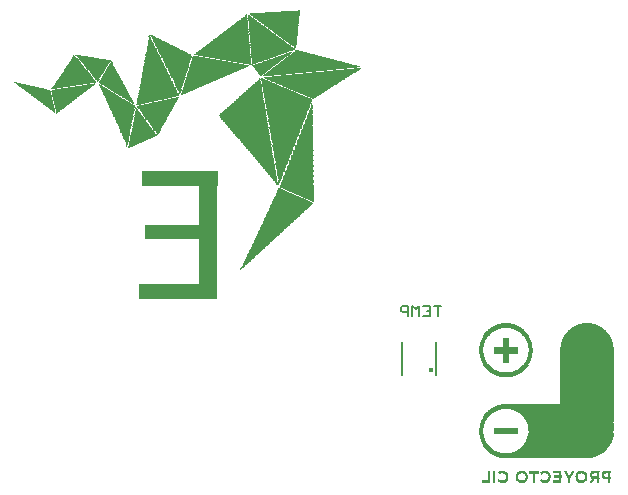
<source format=gbo>
G75*
%MOIN*%
%OFA0B0*%
%FSLAX24Y24*%
%IPPOS*%
%LPD*%
%AMOC8*
5,1,8,0,0,1.08239X$1,22.5*
%
%ADD10C,0.0080*%
%ADD11C,0.0157*%
%ADD12C,0.0070*%
%ADD13R,0.2622X0.0006*%
%ADD14R,0.2622X0.0006*%
%ADD15R,0.2628X0.0006*%
%ADD16R,0.2628X0.0006*%
%ADD17R,0.0612X0.0006*%
%ADD18R,0.0606X0.0006*%
%ADD19R,0.0606X0.0006*%
%ADD20R,0.0006X0.0006*%
%ADD21R,0.0012X0.0006*%
%ADD22R,0.0012X0.0006*%
%ADD23R,0.0018X0.0006*%
%ADD24R,0.0018X0.0006*%
%ADD25R,0.0024X0.0006*%
%ADD26R,0.0030X0.0006*%
%ADD27R,0.0036X0.0006*%
%ADD28R,0.0042X0.0006*%
%ADD29R,0.0042X0.0006*%
%ADD30R,0.0048X0.0006*%
%ADD31R,0.0048X0.0006*%
%ADD32R,0.0054X0.0006*%
%ADD33R,0.0060X0.0006*%
%ADD34R,0.0066X0.0006*%
%ADD35R,0.0066X0.0006*%
%ADD36R,0.0072X0.0006*%
%ADD37R,0.0084X0.0006*%
%ADD38R,0.0084X0.0006*%
%ADD39R,0.0090X0.0006*%
%ADD40R,0.0090X0.0006*%
%ADD41R,0.0096X0.0006*%
%ADD42R,0.0102X0.0006*%
%ADD43R,0.0102X0.0006*%
%ADD44R,0.0108X0.0006*%
%ADD45R,0.0114X0.0006*%
%ADD46R,0.0126X0.0006*%
%ADD47R,0.0126X0.0006*%
%ADD48R,0.0132X0.0006*%
%ADD49R,0.0138X0.0006*%
%ADD50R,0.0138X0.0006*%
%ADD51R,0.0144X0.0006*%
%ADD52R,0.0144X0.0006*%
%ADD53R,0.0150X0.0006*%
%ADD54R,0.0156X0.0006*%
%ADD55R,0.0156X0.0006*%
%ADD56R,0.0168X0.0006*%
%ADD57R,0.0174X0.0006*%
%ADD58R,0.0180X0.0006*%
%ADD59R,0.0186X0.0006*%
%ADD60R,0.0192X0.0006*%
%ADD61R,0.0198X0.0006*%
%ADD62R,0.0198X0.0006*%
%ADD63R,0.0210X0.0006*%
%ADD64R,0.0216X0.0006*%
%ADD65R,0.0216X0.0006*%
%ADD66R,0.0222X0.0006*%
%ADD67R,0.0222X0.0006*%
%ADD68R,0.0228X0.0006*%
%ADD69R,0.0234X0.0006*%
%ADD70R,0.0234X0.0006*%
%ADD71R,0.0240X0.0006*%
%ADD72R,0.0246X0.0006*%
%ADD73R,0.0252X0.0006*%
%ADD74R,0.0258X0.0006*%
%ADD75R,0.0258X0.0006*%
%ADD76R,0.0264X0.0006*%
%ADD77R,0.0270X0.0006*%
%ADD78R,0.0270X0.0006*%
%ADD79R,0.0276X0.0006*%
%ADD80R,0.0276X0.0006*%
%ADD81R,0.0282X0.0006*%
%ADD82R,0.0288X0.0006*%
%ADD83R,0.0294X0.0006*%
%ADD84R,0.0294X0.0006*%
%ADD85R,0.0300X0.0006*%
%ADD86R,0.0306X0.0006*%
%ADD87R,0.0312X0.0006*%
%ADD88R,0.0312X0.0006*%
%ADD89R,0.0318X0.0006*%
%ADD90R,0.0318X0.0006*%
%ADD91R,0.0324X0.0006*%
%ADD92R,0.0324X0.0006*%
%ADD93R,0.0336X0.0006*%
%ADD94R,0.0342X0.0006*%
%ADD95R,0.0342X0.0006*%
%ADD96R,0.0348X0.0006*%
%ADD97R,0.0354X0.0006*%
%ADD98R,0.0360X0.0006*%
%ADD99R,0.0366X0.0006*%
%ADD100R,0.0366X0.0006*%
%ADD101R,0.0372X0.0006*%
%ADD102R,0.0378X0.0006*%
%ADD103R,0.0384X0.0006*%
%ADD104R,0.0384X0.0006*%
%ADD105R,0.0390X0.0006*%
%ADD106R,0.0396X0.0006*%
%ADD107R,0.0396X0.0006*%
%ADD108R,0.0402X0.0006*%
%ADD109R,0.0402X0.0006*%
%ADD110R,0.0408X0.0006*%
%ADD111R,0.0408X0.0006*%
%ADD112R,0.0420X0.0006*%
%ADD113R,0.0426X0.0006*%
%ADD114R,0.0426X0.0006*%
%ADD115R,0.0432X0.0006*%
%ADD116R,0.0438X0.0006*%
%ADD117R,0.0438X0.0006*%
%ADD118R,0.0444X0.0006*%
%ADD119R,0.0444X0.0006*%
%ADD120R,0.0450X0.0006*%
%ADD121R,0.0456X0.0006*%
%ADD122R,0.0462X0.0006*%
%ADD123R,0.0468X0.0006*%
%ADD124R,0.0474X0.0006*%
%ADD125R,0.0474X0.0006*%
%ADD126R,0.0480X0.0006*%
%ADD127R,0.0486X0.0006*%
%ADD128R,0.0492X0.0006*%
%ADD129R,0.0492X0.0006*%
%ADD130R,0.0498X0.0006*%
%ADD131R,0.0504X0.0006*%
%ADD132R,0.0510X0.0006*%
%ADD133R,0.0516X0.0006*%
%ADD134R,0.0516X0.0006*%
%ADD135R,0.0522X0.0006*%
%ADD136R,0.0528X0.0006*%
%ADD137R,0.0528X0.0006*%
%ADD138R,0.0534X0.0006*%
%ADD139R,0.0540X0.0006*%
%ADD140R,0.0552X0.0006*%
%ADD141R,0.0552X0.0006*%
%ADD142R,0.0558X0.0006*%
%ADD143R,0.0558X0.0006*%
%ADD144R,0.0564X0.0006*%
%ADD145R,0.0564X0.0006*%
%ADD146R,0.0570X0.0006*%
%ADD147R,0.0570X0.0006*%
%ADD148R,0.0576X0.0006*%
%ADD149R,0.0582X0.0006*%
%ADD150R,0.0588X0.0006*%
%ADD151R,0.0594X0.0006*%
%ADD152R,0.0594X0.0006*%
%ADD153R,0.0600X0.0006*%
%ADD154R,0.0618X0.0006*%
%ADD155R,0.0624X0.0006*%
%ADD156R,0.0624X0.0006*%
%ADD157R,0.0636X0.0006*%
%ADD158R,0.2412X0.0006*%
%ADD159R,0.0636X0.0006*%
%ADD160R,0.0642X0.0006*%
%ADD161R,0.0642X0.0006*%
%ADD162R,0.2412X0.0006*%
%ADD163R,0.0648X0.0006*%
%ADD164R,0.0648X0.0006*%
%ADD165R,0.0654X0.0006*%
%ADD166R,0.0660X0.0006*%
%ADD167R,0.0666X0.0006*%
%ADD168R,0.0666X0.0006*%
%ADD169R,0.0678X0.0006*%
%ADD170R,0.0678X0.0006*%
%ADD171R,0.0684X0.0006*%
%ADD172R,0.0684X0.0006*%
%ADD173R,0.0690X0.0006*%
%ADD174R,0.0696X0.0006*%
%ADD175R,0.0696X0.0006*%
%ADD176R,0.0702X0.0006*%
%ADD177R,0.0708X0.0006*%
%ADD178R,0.0714X0.0006*%
%ADD179R,0.0720X0.0006*%
%ADD180R,0.0726X0.0006*%
%ADD181R,0.0732X0.0006*%
%ADD182R,0.0738X0.0006*%
%ADD183R,0.0738X0.0006*%
%ADD184R,0.0744X0.0006*%
%ADD185R,0.0750X0.0006*%
%ADD186R,0.0750X0.0006*%
%ADD187R,0.0762X0.0006*%
%ADD188R,0.0768X0.0006*%
%ADD189R,0.0768X0.0006*%
%ADD190R,0.0774X0.0006*%
%ADD191R,0.0774X0.0006*%
%ADD192R,0.0780X0.0006*%
%ADD193R,0.0786X0.0006*%
%ADD194R,0.0792X0.0006*%
%ADD195R,0.0792X0.0006*%
%ADD196R,0.0804X0.0006*%
%ADD197R,0.0804X0.0006*%
%ADD198R,0.0810X0.0006*%
%ADD199R,0.0810X0.0006*%
%ADD200R,0.0816X0.0006*%
%ADD201R,0.0822X0.0006*%
%ADD202R,0.0828X0.0006*%
%ADD203R,0.0828X0.0006*%
%ADD204R,0.0834X0.0006*%
%ADD205R,0.0834X0.0006*%
%ADD206R,0.0846X0.0006*%
%ADD207R,0.0852X0.0006*%
%ADD208R,0.0852X0.0006*%
%ADD209R,0.0858X0.0006*%
%ADD210R,0.0864X0.0006*%
%ADD211R,0.0864X0.0006*%
%ADD212R,0.0870X0.0006*%
%ADD213R,0.0876X0.0006*%
%ADD214R,0.0888X0.0006*%
%ADD215R,0.0888X0.0006*%
%ADD216R,0.0894X0.0006*%
%ADD217R,0.0900X0.0006*%
%ADD218R,0.0906X0.0006*%
%ADD219R,0.0906X0.0006*%
%ADD220R,0.0912X0.0006*%
%ADD221R,0.0912X0.0006*%
%ADD222R,0.0918X0.0006*%
%ADD223R,0.0918X0.0006*%
%ADD224R,0.0924X0.0006*%
%ADD225R,0.0930X0.0006*%
%ADD226R,0.0936X0.0006*%
%ADD227R,0.0942X0.0006*%
%ADD228R,0.0942X0.0006*%
%ADD229R,0.0948X0.0006*%
%ADD230R,0.0948X0.0006*%
%ADD231R,0.0954X0.0006*%
%ADD232R,0.0954X0.0006*%
%ADD233R,0.0960X0.0006*%
%ADD234R,0.0972X0.0006*%
%ADD235R,0.0978X0.0006*%
%ADD236R,0.0978X0.0006*%
%ADD237R,0.0984X0.0006*%
%ADD238R,0.0990X0.0006*%
%ADD239R,0.0996X0.0006*%
%ADD240R,0.0996X0.0006*%
%ADD241R,0.1002X0.0006*%
%ADD242R,0.1008X0.0006*%
%ADD243R,0.1014X0.0006*%
%ADD244R,0.1020X0.0006*%
%ADD245R,0.1026X0.0006*%
%ADD246R,0.1026X0.0006*%
%ADD247R,0.1032X0.0006*%
%ADD248R,0.1038X0.0006*%
%ADD249R,0.1044X0.0006*%
%ADD250R,0.1050X0.0006*%
%ADD251R,0.1056X0.0006*%
%ADD252R,0.1062X0.0006*%
%ADD253R,0.1068X0.0006*%
%ADD254R,0.1068X0.0006*%
%ADD255R,0.1074X0.0006*%
%ADD256R,0.1074X0.0006*%
%ADD257R,0.1080X0.0006*%
%ADD258R,0.1086X0.0006*%
%ADD259R,0.1092X0.0006*%
%ADD260R,0.1098X0.0006*%
%ADD261R,0.1104X0.0006*%
%ADD262R,0.1110X0.0006*%
%ADD263R,0.1110X0.0006*%
%ADD264R,0.1116X0.0006*%
%ADD265R,0.1122X0.0006*%
%ADD266R,0.1122X0.0006*%
%ADD267R,0.1128X0.0006*%
%ADD268R,0.1134X0.0006*%
%ADD269R,0.1140X0.0006*%
%ADD270R,0.1146X0.0006*%
%ADD271R,0.1146X0.0006*%
%ADD272R,0.1152X0.0006*%
%ADD273R,0.1158X0.0006*%
%ADD274R,0.1164X0.0006*%
%ADD275R,0.1164X0.0006*%
%ADD276R,0.1170X0.0006*%
%ADD277R,0.1176X0.0006*%
%ADD278R,0.1182X0.0006*%
%ADD279R,0.1188X0.0006*%
%ADD280R,0.1188X0.0006*%
%ADD281R,0.1194X0.0006*%
%ADD282R,0.1194X0.0006*%
%ADD283R,0.1200X0.0006*%
%ADD284R,0.1200X0.0006*%
%ADD285R,0.1206X0.0006*%
%ADD286R,0.1212X0.0006*%
%ADD287R,0.1212X0.0006*%
%ADD288R,0.1218X0.0006*%
%ADD289R,0.1218X0.0006*%
%ADD290R,0.1230X0.0006*%
%ADD291R,0.1236X0.0006*%
%ADD292R,0.1236X0.0006*%
%ADD293R,0.1242X0.0006*%
%ADD294R,0.1248X0.0006*%
%ADD295R,0.1254X0.0006*%
%ADD296R,0.1254X0.0006*%
%ADD297R,0.1260X0.0006*%
%ADD298R,0.1266X0.0006*%
%ADD299R,0.1272X0.0006*%
%ADD300R,0.1278X0.0006*%
%ADD301R,0.1278X0.0006*%
%ADD302R,0.1284X0.0006*%
%ADD303R,0.1290X0.0006*%
%ADD304R,0.1290X0.0006*%
%ADD305R,0.1296X0.0006*%
%ADD306R,0.1296X0.0006*%
%ADD307R,0.1302X0.0006*%
%ADD308R,0.1302X0.0006*%
%ADD309R,0.1314X0.0006*%
%ADD310R,0.1314X0.0006*%
%ADD311R,0.1320X0.0006*%
%ADD312R,0.1326X0.0006*%
%ADD313R,0.1332X0.0006*%
%ADD314R,0.1332X0.0006*%
%ADD315R,0.1338X0.0006*%
%ADD316R,0.1344X0.0006*%
%ADD317R,0.1344X0.0006*%
%ADD318R,0.1356X0.0006*%
%ADD319R,0.1362X0.0006*%
%ADD320R,0.1350X0.0006*%
%ADD321R,0.1260X0.0006*%
%ADD322R,0.1248X0.0006*%
%ADD323R,0.1218X0.0006*%
%ADD324R,0.0042X0.0006*%
%ADD325R,0.1182X0.0006*%
%ADD326R,0.1152X0.0006*%
%ADD327R,0.1116X0.0006*%
%ADD328R,0.0108X0.0006*%
%ADD329R,0.1104X0.0006*%
%ADD330R,0.0120X0.0006*%
%ADD331R,0.1068X0.0006*%
%ADD332R,0.1050X0.0006*%
%ADD333R,0.0162X0.0006*%
%ADD334R,0.0174X0.0006*%
%ADD335R,0.0192X0.0006*%
%ADD336R,0.0204X0.0006*%
%ADD337R,0.0972X0.0006*%
%ADD338R,0.0954X0.0006*%
%ADD339R,0.0246X0.0006*%
%ADD340R,0.0936X0.0006*%
%ADD341R,0.0906X0.0006*%
%ADD342R,0.0894X0.0006*%
%ADD343R,0.0312X0.0006*%
%ADD344R,0.0858X0.0006*%
%ADD345R,0.0324X0.0006*%
%ADD346R,0.0840X0.0006*%
%ADD347R,0.0822X0.0006*%
%ADD348R,0.0792X0.0006*%
%ADD349R,0.0378X0.0006*%
%ADD350R,0.0762X0.0006*%
%ADD351R,0.0738X0.0006*%
%ADD352R,0.0432X0.0006*%
%ADD353R,0.0708X0.0006*%
%ADD354R,0.0450X0.0006*%
%ADD355R,0.0690X0.0006*%
%ADD356R,0.0462X0.0006*%
%ADD357R,0.0672X0.0006*%
%ADD358R,0.0660X0.0006*%
%ADD359R,0.0516X0.0006*%
%ADD360R,0.0612X0.0006*%
%ADD361R,0.0528X0.0006*%
%ADD362R,0.0552X0.0006*%
%ADD363R,0.0546X0.0006*%
%ADD364R,0.0582X0.0006*%
%ADD365R,0.0528X0.0006*%
%ADD366R,0.0648X0.0006*%
%ADD367R,0.0444X0.0006*%
%ADD368R,0.0426X0.0006*%
%ADD369R,0.0414X0.0006*%
%ADD370R,0.0384X0.0006*%
%ADD371R,0.0714X0.0006*%
%ADD372R,0.0348X0.0006*%
%ADD373R,0.0756X0.0006*%
%ADD374R,0.0786X0.0006*%
%ADD375R,0.0282X0.0006*%
%ADD376R,0.0798X0.0006*%
%ADD377R,0.0252X0.0006*%
%ADD378R,0.0828X0.0006*%
%ADD379R,0.0204X0.0006*%
%ADD380R,0.0180X0.0006*%
%ADD381R,0.0918X0.0006*%
%ADD382R,0.0120X0.0006*%
%ADD383R,0.0102X0.0006*%
%ADD384R,0.0984X0.0006*%
%ADD385R,0.0036X0.0006*%
%ADD386R,0.0024X0.0006*%
%ADD387R,0.1038X0.0006*%
%ADD388R,0.1092X0.0006*%
%ADD389R,0.1116X0.0006*%
%ADD390R,0.0612X0.0006*%
%ADD391R,0.1098X0.0006*%
%ADD392R,0.2520X0.0006*%
%ADD393R,0.2520X0.0006*%
%ADD394R,0.1086X0.0006*%
%ADD395R,0.0006X0.0006*%
%ADD396R,0.0012X0.0006*%
%ADD397R,0.0030X0.0006*%
%ADD398R,0.1074X0.0006*%
%ADD399R,0.0024X0.0006*%
%ADD400R,0.0036X0.0006*%
%ADD401R,0.0048X0.0006*%
%ADD402R,0.1062X0.0006*%
%ADD403R,0.0036X0.0006*%
%ADD404R,0.0054X0.0006*%
%ADD405R,0.0072X0.0006*%
%ADD406R,0.0078X0.0006*%
%ADD407R,0.1038X0.0006*%
%ADD408R,0.0072X0.0006*%
%ADD409R,0.1032X0.0006*%
%ADD410R,0.0108X0.0006*%
%ADD411R,0.1026X0.0006*%
%ADD412R,0.0114X0.0006*%
%ADD413R,0.0126X0.0006*%
%ADD414R,0.0108X0.0006*%
%ADD415R,0.0138X0.0006*%
%ADD416R,0.1014X0.0006*%
%ADD417R,0.0114X0.0006*%
%ADD418R,0.1002X0.0006*%
%ADD419R,0.0126X0.0006*%
%ADD420R,0.1002X0.0006*%
%ADD421R,0.0162X0.0006*%
%ADD422R,0.0168X0.0006*%
%ADD423R,0.0132X0.0006*%
%ADD424R,0.0990X0.0006*%
%ADD425R,0.0132X0.0006*%
%ADD426R,0.0186X0.0006*%
%ADD427R,0.0150X0.0006*%
%ADD428R,0.0192X0.0006*%
%ADD429R,0.0156X0.0006*%
%ADD430R,0.0204X0.0006*%
%ADD431R,0.0966X0.0006*%
%ADD432R,0.0168X0.0006*%
%ADD433R,0.0966X0.0006*%
%ADD434R,0.0228X0.0006*%
%ADD435R,0.0948X0.0006*%
%ADD436R,0.0186X0.0006*%
%ADD437R,0.0240X0.0006*%
%ADD438R,0.0258X0.0006*%
%ADD439R,0.0936X0.0006*%
%ADD440R,0.0930X0.0006*%
%ADD441R,0.0222X0.0006*%
%ADD442R,0.0276X0.0006*%
%ADD443R,0.0282X0.0006*%
%ADD444R,0.0288X0.0006*%
%ADD445R,0.0918X0.0006*%
%ADD446R,0.0300X0.0006*%
%ADD447R,0.2514X0.0006*%
%ADD448R,0.0306X0.0006*%
%ADD449R,0.0312X0.0006*%
%ADD450R,0.0906X0.0006*%
%ADD451R,0.0252X0.0006*%
%ADD452R,0.0318X0.0006*%
%ADD453R,0.0330X0.0006*%
%ADD454R,0.0894X0.0006*%
%ADD455R,0.0336X0.0006*%
%ADD456R,0.0882X0.0006*%
%ADD457R,0.0882X0.0006*%
%ADD458R,0.0288X0.0006*%
%ADD459R,0.0360X0.0006*%
%ADD460R,0.0876X0.0006*%
%ADD461R,0.0870X0.0006*%
%ADD462R,0.0306X0.0006*%
%ADD463R,0.0858X0.0006*%
%ADD464R,0.0402X0.0006*%
%ADD465R,0.0852X0.0006*%
%ADD466R,0.0846X0.0006*%
%ADD467R,0.0336X0.0006*%
%ADD468R,0.0846X0.0006*%
%ADD469R,0.0336X0.0006*%
%ADD470R,0.0420X0.0006*%
%ADD471R,0.0348X0.0006*%
%ADD472R,0.0834X0.0006*%
%ADD473R,0.0354X0.0006*%
%ADD474R,0.0456X0.0006*%
%ADD475R,0.0822X0.0006*%
%ADD476R,0.0372X0.0006*%
%ADD477R,0.0462X0.0006*%
%ADD478R,0.0816X0.0006*%
%ADD479R,0.0468X0.0006*%
%ADD480R,0.0390X0.0006*%
%ADD481R,0.0486X0.0006*%
%ADD482R,0.0798X0.0006*%
%ADD483R,0.0408X0.0006*%
%ADD484R,0.0504X0.0006*%
%ADD485R,0.0414X0.0006*%
%ADD486R,0.0786X0.0006*%
%ADD487R,0.0522X0.0006*%
%ADD488R,0.0774X0.0006*%
%ADD489R,0.0768X0.0006*%
%ADD490R,0.0438X0.0006*%
%ADD491R,0.0546X0.0006*%
%ADD492R,0.0546X0.0006*%
%ADD493R,0.0756X0.0006*%
%ADD494R,0.0564X0.0006*%
%ADD495R,0.0582X0.0006*%
%ADD496R,0.0744X0.0006*%
%ADD497R,0.0474X0.0006*%
%ADD498R,0.0744X0.0006*%
%ADD499R,0.0588X0.0006*%
%ADD500R,0.0732X0.0006*%
%ADD501R,0.0498X0.0006*%
%ADD502R,0.0510X0.0006*%
%ADD503R,0.0630X0.0006*%
%ADD504R,0.0720X0.0006*%
%ADD505R,0.0630X0.0006*%
%ADD506R,0.0642X0.0006*%
%ADD507R,0.0708X0.0006*%
%ADD508R,0.0522X0.0006*%
%ADD509R,0.0702X0.0006*%
%ADD510R,0.0534X0.0006*%
%ADD511R,0.0666X0.0006*%
%ADD512R,0.0672X0.0006*%
%ADD513R,0.0684X0.0006*%
%ADD514R,0.0672X0.0006*%
%ADD515R,0.0714X0.0006*%
%ADD516R,0.0666X0.0006*%
%ADD517R,0.0588X0.0006*%
%ADD518R,0.0654X0.0006*%
%ADD519R,0.0654X0.0006*%
%ADD520R,0.0618X0.0006*%
%ADD521R,0.0618X0.0006*%
%ADD522R,0.0768X0.0006*%
%ADD523R,0.0636X0.0006*%
%ADD524R,0.0624X0.0006*%
%ADD525R,0.0654X0.0006*%
%ADD526R,0.0834X0.0006*%
%ADD527R,0.0594X0.0006*%
%ADD528R,0.0024X0.0006*%
%ADD529R,0.0876X0.0006*%
%ADD530R,0.0084X0.0006*%
%ADD531R,0.0564X0.0006*%
%ADD532R,0.0726X0.0006*%
%ADD533R,0.0732X0.0006*%
%ADD534R,0.0552X0.0006*%
%ADD535R,0.0912X0.0006*%
%ADD536R,0.0924X0.0006*%
%ADD537R,0.0540X0.0006*%
%ADD538R,0.0942X0.0006*%
%ADD539R,0.0948X0.0006*%
%ADD540R,0.0342X0.0006*%
%ADD541R,0.0072X0.0006*%
%ADD542R,0.0534X0.0006*%
%ADD543R,0.0078X0.0006*%
%ADD544R,0.0792X0.0006*%
%ADD545R,0.0978X0.0006*%
%ADD546R,0.0096X0.0006*%
%ADD547R,0.0798X0.0006*%
%ADD548R,0.0438X0.0006*%
%ADD549R,0.0522X0.0006*%
%ADD550R,0.0822X0.0006*%
%ADD551R,0.0132X0.0006*%
%ADD552R,0.0480X0.0006*%
%ADD553R,0.0840X0.0006*%
%ADD554R,0.1032X0.0006*%
%ADD555R,0.0600X0.0006*%
%ADD556R,0.1056X0.0006*%
%ADD557R,0.0468X0.0006*%
%ADD558R,0.1056X0.0006*%
%ADD559R,0.1062X0.0006*%
%ADD560R,0.1080X0.0006*%
%ADD561R,0.0198X0.0006*%
%ADD562R,0.0882X0.0006*%
%ADD563R,0.0888X0.0006*%
%ADD564R,0.0786X0.0006*%
%ADD565R,0.1098X0.0006*%
%ADD566R,0.0798X0.0006*%
%ADD567R,0.0210X0.0006*%
%ADD568R,0.0432X0.0006*%
%ADD569R,0.0912X0.0006*%
%ADD570R,0.0228X0.0006*%
%ADD571R,0.0234X0.0006*%
%ADD572R,0.1140X0.0006*%
%ADD573R,0.1158X0.0006*%
%ADD574R,0.0804X0.0006*%
%ADD575R,0.1176X0.0006*%
%ADD576R,0.0396X0.0006*%
%ADD577R,0.1176X0.0006*%
%ADD578R,0.0774X0.0006*%
%ADD579R,0.1182X0.0006*%
%ADD580R,0.0972X0.0006*%
%ADD581R,0.0378X0.0006*%
%ADD582R,0.0378X0.0006*%
%ADD583R,0.1224X0.0006*%
%ADD584R,0.1224X0.0006*%
%ADD585R,0.0174X0.0006*%
%ADD586R,0.1002X0.0006*%
%ADD587R,0.1242X0.0006*%
%ADD588R,0.0186X0.0006*%
%ADD589R,0.1014X0.0006*%
%ADD590R,0.1020X0.0006*%
%ADD591R,0.0366X0.0006*%
%ADD592R,0.1272X0.0006*%
%ADD593R,0.0372X0.0006*%
%ADD594R,0.1278X0.0006*%
%ADD595R,0.1278X0.0006*%
%ADD596R,0.0264X0.0006*%
%ADD597R,0.0636X0.0006*%
%ADD598R,0.0330X0.0006*%
%ADD599R,0.1302X0.0006*%
%ADD600R,0.1308X0.0006*%
%ADD601R,0.1314X0.0006*%
%ADD602R,0.1326X0.0006*%
%ADD603R,0.0342X0.0006*%
%ADD604R,0.1332X0.0006*%
%ADD605R,0.1338X0.0006*%
%ADD606R,0.1092X0.0006*%
%ADD607R,0.1344X0.0006*%
%ADD608R,0.1350X0.0006*%
%ADD609R,0.1098X0.0006*%
%ADD610R,0.0456X0.0006*%
%ADD611R,0.0288X0.0006*%
%ADD612R,0.1362X0.0006*%
%ADD613R,0.0462X0.0006*%
%ADD614R,0.1368X0.0006*%
%ADD615R,0.0516X0.0006*%
%ADD616R,0.1374X0.0006*%
%ADD617R,0.1380X0.0006*%
%ADD618R,0.1386X0.0006*%
%ADD619R,0.0498X0.0006*%
%ADD620R,0.1392X0.0006*%
%ADD621R,0.1398X0.0006*%
%ADD622R,0.1404X0.0006*%
%ADD623R,0.0498X0.0006*%
%ADD624R,0.1410X0.0006*%
%ADD625R,0.1146X0.0006*%
%ADD626R,0.1416X0.0006*%
%ADD627R,0.1422X0.0006*%
%ADD628R,0.0252X0.0006*%
%ADD629R,0.1422X0.0006*%
%ADD630R,0.1158X0.0006*%
%ADD631R,0.1428X0.0006*%
%ADD632R,0.1434X0.0006*%
%ADD633R,0.1440X0.0006*%
%ADD634R,0.1446X0.0006*%
%ADD635R,0.1446X0.0006*%
%ADD636R,0.0576X0.0006*%
%ADD637R,0.0414X0.0006*%
%ADD638R,0.1452X0.0006*%
%ADD639R,0.0402X0.0006*%
%ADD640R,0.1458X0.0006*%
%ADD641R,0.1464X0.0006*%
%ADD642R,0.0606X0.0006*%
%ADD643R,0.0228X0.0006*%
%ADD644R,0.1194X0.0006*%
%ADD645R,0.1470X0.0006*%
%ADD646R,0.0618X0.0006*%
%ADD647R,0.0558X0.0006*%
%ADD648R,0.1476X0.0006*%
%ADD649R,0.1482X0.0006*%
%ADD650R,0.1206X0.0006*%
%ADD651R,0.1488X0.0006*%
%ADD652R,0.1494X0.0006*%
%ADD653R,0.1500X0.0006*%
%ADD654R,0.0588X0.0006*%
%ADD655R,0.0204X0.0006*%
%ADD656R,0.1224X0.0006*%
%ADD657R,0.1506X0.0006*%
%ADD658R,0.1224X0.0006*%
%ADD659R,0.1512X0.0006*%
%ADD660R,0.1518X0.0006*%
%ADD661R,0.1236X0.0006*%
%ADD662R,0.1524X0.0006*%
%ADD663R,0.1242X0.0006*%
%ADD664R,0.1524X0.0006*%
%ADD665R,0.1242X0.0006*%
%ADD666R,0.1530X0.0006*%
%ADD667R,0.1536X0.0006*%
%ADD668R,0.1542X0.0006*%
%ADD669R,0.1548X0.0006*%
%ADD670R,0.1554X0.0006*%
%ADD671R,0.1554X0.0006*%
%ADD672R,0.1560X0.0006*%
%ADD673R,0.1566X0.0006*%
%ADD674R,0.1572X0.0006*%
%ADD675R,0.0648X0.0006*%
%ADD676R,0.1572X0.0006*%
%ADD677R,0.1554X0.0006*%
%ADD678R,0.1542X0.0006*%
%ADD679R,0.1296X0.0006*%
%ADD680R,0.1536X0.0006*%
%ADD681R,0.0216X0.0006*%
%ADD682R,0.0864X0.0006*%
%ADD683R,0.1512X0.0006*%
%ADD684R,0.1506X0.0006*%
%ADD685R,0.1500X0.0006*%
%ADD686R,0.1488X0.0006*%
%ADD687R,0.1470X0.0006*%
%ADD688R,0.1320X0.0006*%
%ADD689R,0.1458X0.0006*%
%ADD690R,0.0924X0.0006*%
%ADD691R,0.0162X0.0006*%
%ADD692R,0.0708X0.0006*%
%ADD693R,0.1452X0.0006*%
%ADD694R,0.1434X0.0006*%
%ADD695R,0.0006X0.0006*%
%ADD696R,0.1338X0.0006*%
%ADD697R,0.1422X0.0006*%
%ADD698R,0.0726X0.0006*%
%ADD699R,0.0018X0.0006*%
%ADD700R,0.1356X0.0006*%
%ADD701R,0.1386X0.0006*%
%ADD702R,0.1008X0.0006*%
%ADD703R,0.1362X0.0006*%
%ADD704R,0.1374X0.0006*%
%ADD705R,0.1008X0.0006*%
%ADD706R,0.1368X0.0006*%
%ADD707R,0.1374X0.0006*%
%ADD708R,0.0078X0.0006*%
%ADD709R,0.1344X0.0006*%
%ADD710R,0.0066X0.0006*%
%ADD711R,0.1386X0.0006*%
%ADD712R,0.1308X0.0006*%
%ADD713R,0.0054X0.0006*%
%ADD714R,0.1398X0.0006*%
%ADD715R,0.1404X0.0006*%
%ADD716R,0.1272X0.0006*%
%ADD717R,0.1128X0.0006*%
%ADD718R,0.0246X0.0006*%
%ADD719R,0.1416X0.0006*%
%ADD720R,0.1422X0.0006*%
%ADD721R,0.0060X0.0006*%
%ADD722R,0.1230X0.0006*%
%ADD723R,0.0828X0.0006*%
%ADD724R,0.0048X0.0006*%
%ADD725R,0.1440X0.0006*%
%ADD726R,0.1188X0.0006*%
%ADD727R,0.0846X0.0006*%
%ADD728R,0.1182X0.0006*%
%ADD729R,0.1446X0.0006*%
%ADD730R,0.1458X0.0006*%
%ADD731R,0.1152X0.0006*%
%ADD732R,0.1134X0.0006*%
%ADD733R,0.1476X0.0006*%
%ADD734R,0.0984X0.0006*%
%ADD735R,0.0966X0.0006*%
%ADD736R,0.0012X0.0006*%
%ADD737R,0.0114X0.0006*%
%ADD738R,0.0762X0.0006*%
%ADD739R,0.0144X0.0006*%
%ADD740R,0.0492X0.0006*%
%ADD741R,0.0732X0.0006*%
%ADD742R,0.0348X0.0006*%
%ADD743R,0.1032X0.0006*%
%ADD744R,0.1518X0.0006*%
%ADD745R,0.1524X0.0006*%
%ADD746R,0.1524X0.0006*%
%ADD747R,0.0678X0.0006*%
%ADD748R,0.0558X0.0006*%
%ADD749R,0.1542X0.0006*%
%ADD750R,0.0960X0.0006*%
%ADD751R,0.0408X0.0006*%
%ADD752R,0.0612X0.0006*%
%ADD753R,0.1560X0.0006*%
%ADD754R,0.0642X0.0006*%
%ADD755R,0.0696X0.0006*%
%ADD756R,0.1536X0.0006*%
%ADD757R,0.0576X0.0006*%
%ADD758R,0.0858X0.0006*%
%ADD759R,0.0198X0.0006*%
%ADD760R,0.0900X0.0006*%
%ADD761R,0.0096X0.0006*%
%ADD762R,0.0216X0.0006*%
%ADD763R,0.0546X0.0006*%
%ADD764R,0.1404X0.0006*%
%ADD765R,0.0504X0.0006*%
%ADD766R,0.0582X0.0006*%
%ADD767R,0.1308X0.0006*%
%ADD768R,0.1296X0.0006*%
%ADD769R,0.1266X0.0006*%
%ADD770R,0.0696X0.0006*%
%ADD771R,0.1338X0.0006*%
%ADD772R,0.0042X0.0006*%
%ADD773R,0.1314X0.0006*%
%ADD774R,0.0978X0.0006*%
%ADD775R,0.0102X0.0006*%
%ADD776R,0.1014X0.0006*%
%ADD777R,0.0756X0.0006*%
%ADD778R,0.0744X0.0006*%
%ADD779R,0.1044X0.0006*%
%ADD780R,0.1158X0.0006*%
%ADD781R,0.0294X0.0006*%
%ADD782R,0.0468X0.0006*%
%ADD783R,0.1218X0.0006*%
%ADD784R,0.0738X0.0006*%
%ADD785R,0.1284X0.0006*%
%ADD786R,0.0144X0.0006*%
%ADD787R,0.0162X0.0006*%
%ADD788R,0.1356X0.0006*%
%ADD789R,0.1398X0.0006*%
%ADD790R,0.0702X0.0006*%
%ADD791R,0.1428X0.0006*%
%ADD792R,0.1518X0.0006*%
%ADD793R,0.1572X0.0006*%
%ADD794R,0.1590X0.0006*%
%ADD795R,0.1620X0.0006*%
%ADD796R,0.1638X0.0006*%
%ADD797R,0.1134X0.0006*%
%ADD798R,0.1662X0.0006*%
%ADD799R,0.1692X0.0006*%
%ADD800R,0.1710X0.0006*%
%ADD801R,0.1740X0.0006*%
%ADD802R,0.1122X0.0006*%
%ADD803R,0.1758X0.0006*%
%ADD804R,0.0276X0.0006*%
%ADD805R,0.1782X0.0006*%
%ADD806R,0.0486X0.0006*%
%ADD807R,0.1812X0.0006*%
%ADD808R,0.1830X0.0006*%
%ADD809R,0.1104X0.0006*%
%ADD810R,0.1854X0.0006*%
%ADD811R,0.1884X0.0006*%
%ADD812R,0.0432X0.0006*%
%ADD813R,0.1902X0.0006*%
%ADD814R,0.1926X0.0006*%
%ADD815R,0.1950X0.0006*%
%ADD816R,0.1974X0.0006*%
%ADD817R,0.1998X0.0006*%
%ADD818R,0.1074X0.0006*%
%ADD819R,0.2022X0.0006*%
%ADD820R,0.2046X0.0006*%
%ADD821R,0.2070X0.0006*%
%ADD822R,0.2094X0.0006*%
%ADD823R,0.2118X0.0006*%
%ADD824R,0.1248X0.0006*%
%ADD825R,0.2142X0.0006*%
%ADD826R,0.2166X0.0006*%
%ADD827R,0.2190X0.0006*%
%ADD828R,0.0258X0.0006*%
%ADD829R,0.2214X0.0006*%
%ADD830R,0.2232X0.0006*%
%ADD831R,0.2262X0.0006*%
%ADD832R,0.2286X0.0006*%
%ADD833R,0.2310X0.0006*%
%ADD834R,0.2334X0.0006*%
%ADD835R,0.2352X0.0006*%
%ADD836R,0.0168X0.0006*%
%ADD837R,0.2382X0.0006*%
%ADD838R,0.2400X0.0006*%
%ADD839R,0.2424X0.0006*%
%ADD840R,0.2454X0.0006*%
%ADD841R,0.2472X0.0006*%
%ADD842R,0.1008X0.0006*%
%ADD843R,0.0078X0.0006*%
%ADD844R,0.2502X0.0006*%
%ADD845R,0.2544X0.0006*%
%ADD846R,0.2574X0.0006*%
%ADD847R,0.2592X0.0006*%
%ADD848R,0.2616X0.0006*%
%ADD849R,0.2640X0.0006*%
%ADD850R,0.2664X0.0006*%
%ADD851R,0.2694X0.0006*%
%ADD852R,0.2712X0.0006*%
%ADD853R,0.1122X0.0006*%
%ADD854R,0.2736X0.0006*%
%ADD855R,0.2748X0.0006*%
%ADD856R,0.2646X0.0006*%
%ADD857R,0.2586X0.0006*%
%ADD858R,0.0936X0.0006*%
%ADD859R,0.2538X0.0006*%
%ADD860R,0.2478X0.0006*%
%ADD861R,0.2430X0.0006*%
%ADD862R,0.2382X0.0006*%
%ADD863R,0.1044X0.0006*%
%ADD864R,0.2322X0.0006*%
%ADD865R,0.0246X0.0006*%
%ADD866R,0.2274X0.0006*%
%ADD867R,0.2220X0.0006*%
%ADD868R,0.2166X0.0006*%
%ADD869R,0.2118X0.0006*%
%ADD870R,0.2064X0.0006*%
%ADD871R,0.0894X0.0006*%
%ADD872R,0.2010X0.0006*%
%ADD873R,0.1956X0.0006*%
%ADD874R,0.1902X0.0006*%
%ADD875R,0.1854X0.0006*%
%ADD876R,0.1794X0.0006*%
%ADD877R,0.1746X0.0006*%
%ADD878R,0.1392X0.0006*%
%ADD879R,0.1692X0.0006*%
%ADD880R,0.1638X0.0006*%
%ADD881R,0.0816X0.0006*%
%ADD882R,0.1434X0.0006*%
%ADD883R,0.1476X0.0006*%
%ADD884R,0.1548X0.0006*%
%ADD885R,0.1362X0.0006*%
%ADD886R,0.0384X0.0006*%
%ADD887R,0.1584X0.0006*%
%ADD888R,0.1578X0.0006*%
%ADD889R,0.1602X0.0006*%
%ADD890R,0.1632X0.0006*%
%ADD891R,0.1620X0.0006*%
%ADD892R,0.1686X0.0006*%
%ADD893R,0.1632X0.0006*%
%ADD894R,0.1644X0.0006*%
%ADD895R,0.1800X0.0006*%
%ADD896R,0.1656X0.0006*%
%ADD897R,0.1848X0.0006*%
%ADD898R,0.1668X0.0006*%
%ADD899R,0.1908X0.0006*%
%ADD900R,0.1680X0.0006*%
%ADD901R,0.1962X0.0006*%
%ADD902R,0.2016X0.0006*%
%ADD903R,0.1704X0.0006*%
%ADD904R,0.1716X0.0006*%
%ADD905R,0.2124X0.0006*%
%ADD906R,0.1728X0.0006*%
%ADD907R,0.2178X0.0006*%
%ADD908R,0.0492X0.0006*%
%ADD909R,0.1740X0.0006*%
%ADD910R,0.0594X0.0006*%
%ADD911R,0.2232X0.0006*%
%ADD912R,0.1752X0.0006*%
%ADD913R,0.1764X0.0006*%
%ADD914R,0.2346X0.0006*%
%ADD915R,0.1776X0.0006*%
%ADD916R,0.2394X0.0006*%
%ADD917R,0.1788X0.0006*%
%ADD918R,0.2454X0.0006*%
%ADD919R,0.1800X0.0006*%
%ADD920R,0.2508X0.0006*%
%ADD921R,0.2556X0.0006*%
%ADD922R,0.1836X0.0006*%
%ADD923R,0.2670X0.0006*%
%ADD924R,0.1848X0.0006*%
%ADD925R,0.2724X0.0006*%
%ADD926R,0.1860X0.0006*%
%ADD927R,0.2778X0.0006*%
%ADD928R,0.1872X0.0006*%
%ADD929R,0.2826X0.0006*%
%ADD930R,0.1884X0.0006*%
%ADD931R,0.2802X0.0006*%
%ADD932R,0.1896X0.0006*%
%ADD933R,0.2766X0.0006*%
%ADD934R,0.1908X0.0006*%
%ADD935R,0.2736X0.0006*%
%ADD936R,0.1920X0.0006*%
%ADD937R,0.2706X0.0006*%
%ADD938R,0.1938X0.0006*%
%ADD939R,0.2676X0.0006*%
%ADD940R,0.2616X0.0006*%
%ADD941R,0.2586X0.0006*%
%ADD942R,0.1890X0.0006*%
%ADD943R,0.0504X0.0006*%
%ADD944R,0.2550X0.0006*%
%ADD945R,0.1818X0.0006*%
%ADD946R,0.2490X0.0006*%
%ADD947R,0.1782X0.0006*%
%ADD948R,0.2460X0.0006*%
%ADD949R,0.2430X0.0006*%
%ADD950R,0.1710X0.0006*%
%ADD951R,0.0456X0.0006*%
%ADD952R,0.1674X0.0006*%
%ADD953R,0.2364X0.0006*%
%ADD954R,0.2334X0.0006*%
%ADD955R,0.1602X0.0006*%
%ADD956R,0.2304X0.0006*%
%ADD957R,0.2274X0.0006*%
%ADD958R,0.1530X0.0006*%
%ADD959R,0.2238X0.0006*%
%ADD960R,0.2208X0.0006*%
%ADD961R,0.2184X0.0006*%
%ADD962R,0.0054X0.0006*%
%ADD963R,0.2148X0.0006*%
%ADD964R,0.2088X0.0006*%
%ADD965R,0.2052X0.0006*%
%ADD966R,0.1998X0.0006*%
%ADD967R,0.1968X0.0006*%
%ADD968R,0.1170X0.0006*%
%ADD969R,0.0006X0.0006*%
%ADD970R,0.1932X0.0006*%
%ADD971R,0.1872X0.0006*%
%ADD972R,0.1836X0.0006*%
%ADD973R,0.1806X0.0006*%
%ADD974R,0.0354X0.0006*%
%ADD975R,0.1746X0.0006*%
%ADD976R,0.1656X0.0006*%
%ADD977R,0.0234X0.0006*%
%ADD978R,0.0474X0.0006*%
%ADD979R,0.0192X0.0006*%
%ADD980R,0.0318X0.0006*%
%ADD981R,0.1206X0.0006*%
%ADD982R,0.0684X0.0006*%
%ADD983R,0.0282X0.0006*%
%ADD984R,0.1506X0.0006*%
%ADD985R,0.1608X0.0006*%
%ADD986R,0.1644X0.0006*%
%ADD987R,0.1674X0.0006*%
%ADD988R,0.1026X0.0006*%
%ADD989R,0.0444X0.0006*%
%ADD990R,0.0018X0.0006*%
%ADD991R,0.1812X0.0006*%
%ADD992R,0.1842X0.0006*%
%ADD993R,0.1842X0.0006*%
%ADD994R,0.1824X0.0006*%
%ADD995R,0.1818X0.0006*%
%ADD996R,0.1794X0.0006*%
%ADD997R,0.1788X0.0006*%
%ADD998R,0.0414X0.0006*%
%ADD999R,0.1764X0.0006*%
%ADD1000R,0.1758X0.0006*%
%ADD1001R,0.1734X0.0006*%
%ADD1002R,0.1728X0.0006*%
%ADD1003R,0.0852X0.0006*%
%ADD1004R,0.1698X0.0006*%
%ADD1005R,0.1662X0.0006*%
%ADD1006R,0.1656X0.0006*%
%ADD1007R,0.1650X0.0006*%
%ADD1008R,0.1380X0.0006*%
%ADD1009R,0.1638X0.0006*%
%ADD1010R,0.0762X0.0006*%
%ADD1011R,0.1632X0.0006*%
%ADD1012R,0.1626X0.0006*%
%ADD1013R,0.1614X0.0006*%
%ADD1014R,0.1608X0.0006*%
%ADD1015R,0.1452X0.0006*%
%ADD1016R,0.1596X0.0006*%
%ADD1017R,0.1410X0.0006*%
%ADD1018R,0.0672X0.0006*%
%ADD1019R,0.1386X0.0006*%
%ADD1020R,0.1332X0.0006*%
%ADD1021R,0.1326X0.0006*%
%ADD1022R,0.1302X0.0006*%
%ADD1023R,0.0222X0.0006*%
%ADD1024R,0.1146X0.0006*%
%ADD1025R,0.0954X0.0006*%
%ADD1026R,0.0606X0.0006*%
%ADD1027R,0.0876X0.0006*%
%ADD1028R,0.0966X0.0006*%
%ADD1029R,0.0888X0.0006*%
%ADD1030R,0.0780X0.0006*%
%ADD1031R,0.0804X0.0006*%
%ADD1032R,0.0678X0.0006*%
%ADD1033R,0.0996X0.0006*%
%ADD1034R,0.0534X0.0006*%
%ADD1035R,0.1128X0.0006*%
%ADD1036R,0.0426X0.0006*%
%ADD1037R,0.1212X0.0006*%
%ADD1038R,0.1392X0.0006*%
%ADD1039R,0.1482X0.0006*%
%ADD1040R,0.1566X0.0006*%
%ADD1041R,0.1596X0.0006*%
%ADD1042R,0.1608X0.0006*%
%ADD1043R,0.0033X0.0003*%
%ADD1044R,0.0036X0.0003*%
%ADD1045R,0.0033X0.0003*%
%ADD1046R,0.0081X0.0003*%
%ADD1047R,0.0105X0.0003*%
%ADD1048R,0.0111X0.0003*%
%ADD1049R,0.0108X0.0003*%
%ADD1050R,0.0069X0.0003*%
%ADD1051R,0.0078X0.0003*%
%ADD1052R,0.0129X0.0003*%
%ADD1053R,0.0069X0.0003*%
%ADD1054R,0.0282X0.0003*%
%ADD1055R,0.0132X0.0003*%
%ADD1056R,0.0264X0.0003*%
%ADD1057R,0.0069X0.0003*%
%ADD1058R,0.0078X0.0003*%
%ADD1059R,0.0147X0.0003*%
%ADD1060R,0.0069X0.0003*%
%ADD1061R,0.0282X0.0003*%
%ADD1062R,0.0147X0.0003*%
%ADD1063R,0.0150X0.0003*%
%ADD1064R,0.0264X0.0003*%
%ADD1065R,0.0078X0.0003*%
%ADD1066R,0.0162X0.0003*%
%ADD1067R,0.0165X0.0003*%
%ADD1068R,0.0162X0.0003*%
%ADD1069R,0.0177X0.0003*%
%ADD1070R,0.0177X0.0003*%
%ADD1071R,0.0189X0.0003*%
%ADD1072R,0.0201X0.0003*%
%ADD1073R,0.0198X0.0003*%
%ADD1074R,0.0210X0.0003*%
%ADD1075R,0.0207X0.0003*%
%ADD1076R,0.0219X0.0003*%
%ADD1077R,0.0231X0.0003*%
%ADD1078R,0.0225X0.0003*%
%ADD1079R,0.0228X0.0003*%
%ADD1080R,0.0237X0.0003*%
%ADD1081R,0.0240X0.0003*%
%ADD1082R,0.0249X0.0003*%
%ADD1083R,0.0243X0.0003*%
%ADD1084R,0.0246X0.0003*%
%ADD1085R,0.0078X0.0003*%
%ADD1086R,0.0255X0.0003*%
%ADD1087R,0.0249X0.0003*%
%ADD1088R,0.0252X0.0003*%
%ADD1089R,0.0261X0.0003*%
%ADD1090R,0.0258X0.0003*%
%ADD1091R,0.0270X0.0003*%
%ADD1092R,0.0267X0.0003*%
%ADD1093R,0.0264X0.0003*%
%ADD1094R,0.0276X0.0003*%
%ADD1095R,0.0273X0.0003*%
%ADD1096R,0.0285X0.0003*%
%ADD1097R,0.0279X0.0003*%
%ADD1098R,0.0282X0.0003*%
%ADD1099R,0.0291X0.0003*%
%ADD1100R,0.0285X0.0003*%
%ADD1101R,0.0288X0.0003*%
%ADD1102R,0.0075X0.0003*%
%ADD1103R,0.0294X0.0003*%
%ADD1104R,0.0291X0.0003*%
%ADD1105R,0.0126X0.0003*%
%ADD1106R,0.0126X0.0003*%
%ADD1107R,0.0117X0.0003*%
%ADD1108R,0.0123X0.0003*%
%ADD1109R,0.0123X0.0003*%
%ADD1110R,0.0114X0.0003*%
%ADD1111R,0.0117X0.0003*%
%ADD1112R,0.0117X0.0003*%
%ADD1113R,0.0099X0.0003*%
%ADD1114R,0.0114X0.0003*%
%ADD1115R,0.0111X0.0003*%
%ADD1116R,0.0108X0.0003*%
%ADD1117R,0.0108X0.0003*%
%ADD1118R,0.0087X0.0003*%
%ADD1119R,0.0090X0.0003*%
%ADD1120R,0.0102X0.0003*%
%ADD1121R,0.0102X0.0003*%
%ADD1122R,0.0099X0.0003*%
%ADD1123R,0.0099X0.0003*%
%ADD1124R,0.0102X0.0003*%
%ADD1125R,0.0096X0.0003*%
%ADD1126R,0.0063X0.0003*%
%ADD1127R,0.0096X0.0003*%
%ADD1128R,0.0060X0.0003*%
%ADD1129R,0.0096X0.0003*%
%ADD1130R,0.0093X0.0003*%
%ADD1131R,0.0051X0.0003*%
%ADD1132R,0.0096X0.0003*%
%ADD1133R,0.0093X0.0003*%
%ADD1134R,0.0054X0.0003*%
%ADD1135R,0.0093X0.0003*%
%ADD1136R,0.0093X0.0003*%
%ADD1137R,0.0042X0.0003*%
%ADD1138R,0.0045X0.0003*%
%ADD1139R,0.0075X0.0003*%
%ADD1140R,0.0090X0.0003*%
%ADD1141R,0.0036X0.0003*%
%ADD1142R,0.0039X0.0003*%
%ADD1143R,0.0087X0.0003*%
%ADD1144R,0.0027X0.0003*%
%ADD1145R,0.0030X0.0003*%
%ADD1146R,0.0021X0.0003*%
%ADD1147R,0.0024X0.0003*%
%ADD1148R,0.0084X0.0003*%
%ADD1149R,0.0087X0.0003*%
%ADD1150R,0.0015X0.0003*%
%ADD1151R,0.0087X0.0003*%
%ADD1152R,0.0018X0.0003*%
%ADD1153R,0.0084X0.0003*%
%ADD1154R,0.0084X0.0003*%
%ADD1155R,0.0009X0.0003*%
%ADD1156R,0.0009X0.0003*%
%ADD1157R,0.0081X0.0003*%
%ADD1158R,0.0084X0.0003*%
%ADD1159R,0.0003X0.0003*%
%ADD1160R,0.0081X0.0003*%
%ADD1161R,0.0081X0.0003*%
%ADD1162R,0.0168X0.0003*%
%ADD1163R,0.0186X0.0003*%
%ADD1164R,0.0198X0.0003*%
%ADD1165R,0.0210X0.0003*%
%ADD1166R,0.0216X0.0003*%
%ADD1167R,0.0222X0.0003*%
%ADD1168R,0.0072X0.0003*%
%ADD1169R,0.0228X0.0003*%
%ADD1170R,0.0072X0.0003*%
%ADD1171R,0.0072X0.0003*%
%ADD1172R,0.0234X0.0003*%
%ADD1173R,0.0240X0.0003*%
%ADD1174R,0.0243X0.0003*%
%ADD1175R,0.0252X0.0003*%
%ADD1176R,0.0072X0.0003*%
%ADD1177R,0.0252X0.0003*%
%ADD1178R,0.0258X0.0003*%
%ADD1179R,0.0264X0.0003*%
%ADD1180R,0.0267X0.0003*%
%ADD1181R,0.0255X0.0003*%
%ADD1182R,0.0273X0.0003*%
%ADD1183R,0.0276X0.0003*%
%ADD1184R,0.0270X0.0003*%
%ADD1185R,0.0288X0.0003*%
%ADD1186R,0.0111X0.0003*%
%ADD1187R,0.0108X0.0003*%
%ADD1188R,0.0117X0.0003*%
%ADD1189R,0.0126X0.0003*%
%ADD1190R,0.0129X0.0003*%
%ADD1191R,0.0132X0.0003*%
%ADD1192R,0.0138X0.0003*%
%ADD1193R,0.0141X0.0003*%
%ADD1194R,0.0144X0.0003*%
%ADD1195R,0.0003X0.0003*%
%ADD1196R,0.0009X0.0003*%
%ADD1197R,0.0015X0.0003*%
%ADD1198R,0.0021X0.0003*%
%ADD1199R,0.0042X0.0003*%
%ADD1200R,0.0045X0.0003*%
%ADD1201R,0.0051X0.0003*%
%ADD1202R,0.0048X0.0003*%
%ADD1203R,0.0102X0.0003*%
%ADD1204R,0.0099X0.0003*%
%ADD1205R,0.0057X0.0003*%
%ADD1206R,0.0105X0.0003*%
%ADD1207R,0.0066X0.0003*%
%ADD1208R,0.0309X0.0003*%
%ADD1209R,0.0111X0.0003*%
%ADD1210R,0.0273X0.0003*%
%ADD1211R,0.0120X0.0003*%
%ADD1212R,0.0309X0.0003*%
%ADD1213R,0.0294X0.0003*%
%ADD1214R,0.0141X0.0003*%
%ADD1215R,0.0279X0.0003*%
%ADD1216R,0.0144X0.0003*%
%ADD1217R,0.0288X0.0003*%
%ADD1218R,0.0279X0.0003*%
%ADD1219R,0.0267X0.0003*%
%ADD1220R,0.0261X0.0003*%
%ADD1221R,0.0243X0.0003*%
%ADD1222R,0.0246X0.0003*%
%ADD1223R,0.0234X0.0003*%
%ADD1224R,0.0234X0.0003*%
%ADD1225R,0.0228X0.0003*%
%ADD1226R,0.0225X0.0003*%
%ADD1227R,0.0237X0.0003*%
%ADD1228R,0.0216X0.0003*%
%ADD1229R,0.0213X0.0003*%
%ADD1230R,0.0204X0.0003*%
%ADD1231R,0.0207X0.0003*%
%ADD1232R,0.0204X0.0003*%
%ADD1233R,0.0192X0.0003*%
%ADD1234R,0.0180X0.0003*%
%ADD1235R,0.0186X0.0003*%
%ADD1236R,0.0213X0.0003*%
%ADD1237R,0.0171X0.0003*%
%ADD1238R,0.0174X0.0003*%
%ADD1239R,0.0153X0.0003*%
%ADD1240R,0.0156X0.0003*%
%ADD1241R,0.0153X0.0003*%
%ADD1242R,0.0192X0.0003*%
%ADD1243R,0.0141X0.0003*%
%ADD1244R,0.0135X0.0003*%
%ADD1245R,0.0144X0.0003*%
%ADD1246R,0.0120X0.0003*%
%ADD1247R,0.0114X0.0003*%
%ADD1248R,0.0054X0.0003*%
%ADD1249R,0.2817X0.0003*%
%ADD1250R,0.2886X0.0003*%
%ADD1251R,0.2937X0.0003*%
%ADD1252R,0.2979X0.0003*%
%ADD1253R,0.3012X0.0003*%
%ADD1254R,0.3045X0.0003*%
%ADD1255R,0.3072X0.0003*%
%ADD1256R,0.3102X0.0003*%
%ADD1257R,0.3126X0.0003*%
%ADD1258R,0.3150X0.0003*%
%ADD1259R,0.3174X0.0003*%
%ADD1260R,0.3192X0.0003*%
%ADD1261R,0.3213X0.0003*%
%ADD1262R,0.3234X0.0003*%
%ADD1263R,0.3252X0.0003*%
%ADD1264R,0.3270X0.0003*%
%ADD1265R,0.3288X0.0003*%
%ADD1266R,0.3306X0.0003*%
%ADD1267R,0.3318X0.0003*%
%ADD1268R,0.3336X0.0003*%
%ADD1269R,0.3351X0.0003*%
%ADD1270R,0.3366X0.0003*%
%ADD1271R,0.3381X0.0003*%
%ADD1272R,0.3396X0.0003*%
%ADD1273R,0.3408X0.0003*%
%ADD1274R,0.3423X0.0003*%
%ADD1275R,0.3438X0.0003*%
%ADD1276R,0.3450X0.0003*%
%ADD1277R,0.3462X0.0003*%
%ADD1278R,0.3474X0.0003*%
%ADD1279R,0.3486X0.0003*%
%ADD1280R,0.3498X0.0003*%
%ADD1281R,0.3510X0.0003*%
%ADD1282R,0.3522X0.0003*%
%ADD1283R,0.3534X0.0003*%
%ADD1284R,0.3543X0.0003*%
%ADD1285R,0.3555X0.0003*%
%ADD1286R,0.3564X0.0003*%
%ADD1287R,0.3576X0.0003*%
%ADD1288R,0.3588X0.0003*%
%ADD1289R,0.3597X0.0003*%
%ADD1290R,0.3609X0.0003*%
%ADD1291R,0.3618X0.0003*%
%ADD1292R,0.3627X0.0003*%
%ADD1293R,0.3147X0.0003*%
%ADD1294R,0.0453X0.0003*%
%ADD1295R,0.3102X0.0003*%
%ADD1296R,0.0405X0.0003*%
%ADD1297R,0.3078X0.0003*%
%ADD1298R,0.0384X0.0003*%
%ADD1299R,0.3063X0.0003*%
%ADD1300R,0.0369X0.0003*%
%ADD1301R,0.3051X0.0003*%
%ADD1302R,0.0354X0.0003*%
%ADD1303R,0.3039X0.0003*%
%ADD1304R,0.0342X0.0003*%
%ADD1305R,0.3030X0.0003*%
%ADD1306R,0.0333X0.0003*%
%ADD1307R,0.3021X0.0003*%
%ADD1308R,0.0327X0.0003*%
%ADD1309R,0.3012X0.0003*%
%ADD1310R,0.0318X0.0003*%
%ADD1311R,0.3006X0.0003*%
%ADD1312R,0.3000X0.0003*%
%ADD1313R,0.0303X0.0003*%
%ADD1314R,0.2994X0.0003*%
%ADD1315R,0.0297X0.0003*%
%ADD1316R,0.2988X0.0003*%
%ADD1317R,0.2985X0.0003*%
%ADD1318R,0.2973X0.0003*%
%ADD1319R,0.2967X0.0003*%
%ADD1320R,0.2961X0.0003*%
%ADD1321R,0.2958X0.0003*%
%ADD1322R,0.2958X0.0003*%
%ADD1323R,0.2952X0.0003*%
%ADD1324R,0.2949X0.0003*%
%ADD1325R,0.2946X0.0003*%
%ADD1326R,0.0249X0.0003*%
%ADD1327R,0.2946X0.0003*%
%ADD1328R,0.0246X0.0003*%
%ADD1329R,0.2943X0.0003*%
%ADD1330R,0.2940X0.0003*%
%ADD1331R,0.2934X0.0003*%
%ADD1332R,0.2934X0.0003*%
%ADD1333R,0.2931X0.0003*%
%ADD1334R,0.2931X0.0003*%
%ADD1335R,0.2928X0.0003*%
%ADD1336R,0.2925X0.0003*%
%ADD1337R,0.0228X0.0003*%
%ADD1338R,0.2922X0.0003*%
%ADD1339R,0.2922X0.0003*%
%ADD1340R,0.2919X0.0003*%
%ADD1341R,0.0222X0.0003*%
%ADD1342R,0.2916X0.0003*%
%ADD1343R,0.2916X0.0003*%
%ADD1344R,0.0219X0.0003*%
%ADD1345R,0.2913X0.0003*%
%ADD1346R,0.2910X0.0003*%
%ADD1347R,0.0216X0.0003*%
%ADD1348R,0.2910X0.0003*%
%ADD1349R,0.2907X0.0003*%
%ADD1350R,0.0213X0.0003*%
%ADD1351R,0.2907X0.0003*%
%ADD1352R,0.2904X0.0003*%
%ADD1353R,0.2904X0.0003*%
%ADD1354R,0.2901X0.0003*%
%ADD1355R,0.0207X0.0003*%
%ADD1356R,0.2901X0.0003*%
%ADD1357R,0.2901X0.0003*%
%ADD1358R,0.0204X0.0003*%
%ADD1359R,0.2898X0.0003*%
%ADD1360R,0.2898X0.0003*%
%ADD1361R,0.2898X0.0003*%
%ADD1362R,0.2895X0.0003*%
%ADD1363R,0.0198X0.0003*%
%ADD1364R,0.2895X0.0003*%
%ADD1365R,0.0198X0.0003*%
%ADD1366R,0.0195X0.0003*%
%ADD1367R,0.2892X0.0003*%
%ADD1368R,0.0195X0.0003*%
%ADD1369R,0.2892X0.0003*%
%ADD1370R,0.2892X0.0003*%
%ADD1371R,0.2889X0.0003*%
%ADD1372R,0.2889X0.0003*%
%ADD1373R,0.2886X0.0003*%
%ADD1374R,0.0189X0.0003*%
%ADD1375R,0.2886X0.0003*%
%ADD1376R,0.0186X0.0003*%
%ADD1377R,0.2880X0.0003*%
%ADD1378R,0.2880X0.0003*%
%ADD1379R,0.0183X0.0003*%
%ADD1380R,0.0183X0.0003*%
%ADD1381R,0.2877X0.0003*%
%ADD1382R,0.2877X0.0003*%
%ADD1383R,0.2877X0.0003*%
%ADD1384R,0.0180X0.0003*%
%ADD1385R,0.2874X0.0003*%
%ADD1386R,0.2874X0.0003*%
%ADD1387R,0.2874X0.0003*%
%ADD1388R,0.0177X0.0003*%
%ADD1389R,0.2871X0.0003*%
%ADD1390R,0.0174X0.0003*%
%ADD1391R,0.2871X0.0003*%
%ADD1392R,0.0174X0.0003*%
%ADD1393R,0.2871X0.0003*%
%ADD1394R,0.2868X0.0003*%
%ADD1395R,0.2868X0.0003*%
%ADD1396R,0.0171X0.0003*%
%ADD1397R,0.2865X0.0003*%
%ADD1398R,0.2868X0.0003*%
%ADD1399R,0.0168X0.0003*%
%ADD1400R,0.0168X0.0003*%
%ADD1401R,0.2865X0.0003*%
%ADD1402R,0.0168X0.0003*%
%ADD1403R,0.2862X0.0003*%
%ADD1404R,0.2862X0.0003*%
%ADD1405R,0.0165X0.0003*%
%ADD1406R,0.2862X0.0003*%
%ADD1407R,0.2859X0.0003*%
%ADD1408R,0.0162X0.0003*%
%ADD1409R,0.2859X0.0003*%
%ADD1410R,0.0162X0.0003*%
%ADD1411R,0.2859X0.0003*%
%ADD1412R,0.0159X0.0003*%
%ADD1413R,0.2856X0.0003*%
%ADD1414R,0.2856X0.0003*%
%ADD1415R,0.0159X0.0003*%
%ADD1416R,0.2856X0.0003*%
%ADD1417R,0.0159X0.0003*%
%ADD1418R,0.2853X0.0003*%
%ADD1419R,0.0156X0.0003*%
%ADD1420R,0.2853X0.0003*%
%ADD1421R,0.0156X0.0003*%
%ADD1422R,0.2853X0.0003*%
%ADD1423R,0.2850X0.0003*%
%ADD1424R,0.0153X0.0003*%
%ADD1425R,0.0153X0.0003*%
%ADD1426R,0.2850X0.0003*%
%ADD1427R,0.0150X0.0003*%
%ADD1428R,0.2847X0.0003*%
%ADD1429R,0.2847X0.0003*%
%ADD1430R,0.2847X0.0003*%
%ADD1431R,0.2847X0.0003*%
%ADD1432R,0.2844X0.0003*%
%ADD1433R,0.2844X0.0003*%
%ADD1434R,0.0147X0.0003*%
%ADD1435R,0.0147X0.0003*%
%ADD1436R,0.2844X0.0003*%
%ADD1437R,0.0144X0.0003*%
%ADD1438R,0.2841X0.0003*%
%ADD1439R,0.2841X0.0003*%
%ADD1440R,0.0141X0.0003*%
%ADD1441R,0.2838X0.0003*%
%ADD1442R,0.2841X0.0003*%
%ADD1443R,0.2841X0.0003*%
%ADD1444R,0.2838X0.0003*%
%ADD1445R,0.2838X0.0003*%
%ADD1446R,0.2838X0.0003*%
%ADD1447R,0.0138X0.0003*%
%ADD1448R,0.0138X0.0003*%
%ADD1449R,0.2835X0.0003*%
%ADD1450R,0.2835X0.0003*%
%ADD1451R,0.0138X0.0003*%
%ADD1452R,0.2832X0.0003*%
%ADD1453R,0.2832X0.0003*%
%ADD1454R,0.0135X0.0003*%
%ADD1455R,0.2832X0.0003*%
%ADD1456R,0.2832X0.0003*%
%ADD1457R,0.0810X0.0003*%
%ADD1458R,0.0810X0.0003*%
%ADD1459R,0.0132X0.0003*%
%ADD1460R,0.2829X0.0003*%
%ADD1461R,0.2829X0.0003*%
%ADD1462R,0.2853X0.0003*%
%ADD1463R,0.2856X0.0003*%
%ADD1464R,0.2862X0.0003*%
%ADD1465R,0.2868X0.0003*%
%ADD1466R,0.2871X0.0003*%
%ADD1467R,0.2877X0.0003*%
%ADD1468R,0.2883X0.0003*%
%ADD1469R,0.2883X0.0003*%
%ADD1470R,0.2886X0.0003*%
%ADD1471R,0.2892X0.0003*%
%ADD1472R,0.2901X0.0003*%
%ADD1473R,0.2904X0.0003*%
%ADD1474R,0.2907X0.0003*%
%ADD1475R,0.2913X0.0003*%
%ADD1476R,0.2916X0.0003*%
%ADD1477R,0.2916X0.0003*%
%ADD1478R,0.2919X0.0003*%
%ADD1479R,0.2922X0.0003*%
%ADD1480R,0.2925X0.0003*%
%ADD1481R,0.2928X0.0003*%
%ADD1482R,0.2928X0.0003*%
%ADD1483R,0.2937X0.0003*%
%ADD1484R,0.2940X0.0003*%
%ADD1485R,0.2946X0.0003*%
%ADD1486R,0.2946X0.0003*%
%ADD1487R,0.2949X0.0003*%
%ADD1488R,0.2952X0.0003*%
%ADD1489R,0.2955X0.0003*%
%ADD1490R,0.2955X0.0003*%
%ADD1491R,0.2958X0.0003*%
%ADD1492R,0.2961X0.0003*%
%ADD1493R,0.2964X0.0003*%
%ADD1494R,0.2967X0.0003*%
%ADD1495R,0.2970X0.0003*%
%ADD1496R,0.2970X0.0003*%
%ADD1497R,0.2973X0.0003*%
%ADD1498R,0.2976X0.0003*%
%ADD1499R,0.2976X0.0003*%
%ADD1500R,0.2979X0.0003*%
%ADD1501R,0.2982X0.0003*%
%ADD1502R,0.2985X0.0003*%
%ADD1503R,0.2988X0.0003*%
%ADD1504R,0.2991X0.0003*%
%ADD1505R,0.2994X0.0003*%
%ADD1506R,0.2997X0.0003*%
%ADD1507R,0.3003X0.0003*%
%ADD1508R,0.3006X0.0003*%
%ADD1509R,0.3006X0.0003*%
%ADD1510R,0.3009X0.0003*%
%ADD1511R,0.3015X0.0003*%
%ADD1512R,0.3018X0.0003*%
%ADD1513R,0.3021X0.0003*%
%ADD1514R,0.0171X0.0003*%
%ADD1515R,0.3024X0.0003*%
%ADD1516R,0.3027X0.0003*%
%ADD1517R,0.3030X0.0003*%
%ADD1518R,0.3033X0.0003*%
%ADD1519R,0.3036X0.0003*%
%ADD1520R,0.3042X0.0003*%
%ADD1521R,0.3045X0.0003*%
%ADD1522R,0.3048X0.0003*%
%ADD1523R,0.3051X0.0003*%
%ADD1524R,0.0177X0.0003*%
%ADD1525R,0.3054X0.0003*%
%ADD1526R,0.3057X0.0003*%
%ADD1527R,0.3060X0.0003*%
%ADD1528R,0.3066X0.0003*%
%ADD1529R,0.3069X0.0003*%
%ADD1530R,0.0183X0.0003*%
%ADD1531R,0.3072X0.0003*%
%ADD1532R,0.3075X0.0003*%
%ADD1533R,0.3078X0.0003*%
%ADD1534R,0.3084X0.0003*%
%ADD1535R,0.0183X0.0003*%
%ADD1536R,0.3087X0.0003*%
%ADD1537R,0.3090X0.0003*%
%ADD1538R,0.3093X0.0003*%
%ADD1539R,0.3096X0.0003*%
%ADD1540R,0.3099X0.0003*%
%ADD1541R,0.3108X0.0003*%
%ADD1542R,0.0189X0.0003*%
%ADD1543R,0.3111X0.0003*%
%ADD1544R,0.3114X0.0003*%
%ADD1545R,0.3120X0.0003*%
%ADD1546R,0.3123X0.0003*%
%ADD1547R,0.3126X0.0003*%
%ADD1548R,0.3129X0.0003*%
%ADD1549R,0.3132X0.0003*%
%ADD1550R,0.3138X0.0003*%
%ADD1551R,0.0201X0.0003*%
%ADD1552R,0.3141X0.0003*%
%ADD1553R,0.0201X0.0003*%
%ADD1554R,0.3147X0.0003*%
%ADD1555R,0.3150X0.0003*%
%ADD1556R,0.0204X0.0003*%
%ADD1557R,0.3153X0.0003*%
%ADD1558R,0.3159X0.0003*%
%ADD1559R,0.3162X0.0003*%
%ADD1560R,0.3168X0.0003*%
%ADD1561R,0.3171X0.0003*%
%ADD1562R,0.3177X0.0003*%
%ADD1563R,0.3180X0.0003*%
%ADD1564R,0.3186X0.0003*%
%ADD1565R,0.3189X0.0003*%
%ADD1566R,0.3195X0.0003*%
%ADD1567R,0.0219X0.0003*%
%ADD1568R,0.3201X0.0003*%
%ADD1569R,0.3204X0.0003*%
%ADD1570R,0.3210X0.0003*%
%ADD1571R,0.3216X0.0003*%
%ADD1572R,0.3219X0.0003*%
%ADD1573R,0.3225X0.0003*%
%ADD1574R,0.3231X0.0003*%
%ADD1575R,0.3237X0.0003*%
%ADD1576R,0.0237X0.0003*%
%ADD1577R,0.3243X0.0003*%
%ADD1578R,0.3249X0.0003*%
%ADD1579R,0.3255X0.0003*%
%ADD1580R,0.3261X0.0003*%
%ADD1581R,0.3267X0.0003*%
%ADD1582R,0.3273X0.0003*%
%ADD1583R,0.3279X0.0003*%
%ADD1584R,0.3288X0.0003*%
%ADD1585R,0.3294X0.0003*%
%ADD1586R,0.3303X0.0003*%
%ADD1587R,0.3309X0.0003*%
%ADD1588R,0.3318X0.0003*%
%ADD1589R,0.3324X0.0003*%
%ADD1590R,0.3333X0.0003*%
%ADD1591R,0.3342X0.0003*%
%ADD1592R,0.3351X0.0003*%
%ADD1593R,0.3360X0.0003*%
%ADD1594R,0.3366X0.0003*%
%ADD1595R,0.0300X0.0003*%
%ADD1596R,0.3378X0.0003*%
%ADD1597R,0.0306X0.0003*%
%ADD1598R,0.3390X0.0003*%
%ADD1599R,0.3402X0.0003*%
%ADD1600R,0.3414X0.0003*%
%ADD1601R,0.0324X0.0003*%
%ADD1602R,0.3426X0.0003*%
%ADD1603R,0.0336X0.0003*%
%ADD1604R,0.3441X0.0003*%
%ADD1605R,0.0342X0.0003*%
%ADD1606R,0.3456X0.0003*%
%ADD1607R,0.0357X0.0003*%
%ADD1608R,0.3498X0.0003*%
%ADD1609R,0.0387X0.0003*%
%ADD1610R,0.3525X0.0003*%
%ADD1611R,0.0411X0.0003*%
%ADD1612R,0.4059X0.0003*%
%ADD1613R,0.4053X0.0003*%
%ADD1614R,0.4047X0.0003*%
%ADD1615R,0.4044X0.0003*%
%ADD1616R,0.4038X0.0003*%
%ADD1617R,0.4032X0.0003*%
%ADD1618R,0.4029X0.0003*%
%ADD1619R,0.4023X0.0003*%
%ADD1620R,0.4017X0.0003*%
%ADD1621R,0.4011X0.0003*%
%ADD1622R,0.4005X0.0003*%
%ADD1623R,0.3999X0.0003*%
%ADD1624R,0.3996X0.0003*%
%ADD1625R,0.3990X0.0003*%
%ADD1626R,0.3981X0.0003*%
%ADD1627R,0.3978X0.0003*%
%ADD1628R,0.3969X0.0003*%
%ADD1629R,0.3963X0.0003*%
%ADD1630R,0.3957X0.0003*%
%ADD1631R,0.3951X0.0003*%
%ADD1632R,0.3942X0.0003*%
%ADD1633R,0.3936X0.0003*%
%ADD1634R,0.3930X0.0003*%
%ADD1635R,0.3921X0.0003*%
%ADD1636R,0.3915X0.0003*%
%ADD1637R,0.3906X0.0003*%
%ADD1638R,0.3900X0.0003*%
%ADD1639R,0.3891X0.0003*%
%ADD1640R,0.3882X0.0003*%
%ADD1641R,0.3876X0.0003*%
%ADD1642R,0.3864X0.0003*%
%ADD1643R,0.3855X0.0003*%
%ADD1644R,0.3846X0.0003*%
%ADD1645R,0.3837X0.0003*%
%ADD1646R,0.3825X0.0003*%
%ADD1647R,0.3813X0.0003*%
%ADD1648R,0.3801X0.0003*%
%ADD1649R,0.3789X0.0003*%
%ADD1650R,0.3774X0.0003*%
%ADD1651R,0.3762X0.0003*%
%ADD1652R,0.3744X0.0003*%
%ADD1653R,0.3726X0.0003*%
%ADD1654R,0.3708X0.0003*%
%ADD1655R,0.3681X0.0003*%
%ADD1656R,0.3645X0.0003*%
%ADD1657R,0.1782X0.0003*%
%ADD1658R,0.1782X0.0003*%
%ADD1659R,0.0237X0.0003*%
%ADD1660R,0.0276X0.0003*%
%ADD1661R,0.0312X0.0003*%
%ADD1662R,0.0345X0.0003*%
%ADD1663R,0.0375X0.0003*%
%ADD1664R,0.0402X0.0003*%
%ADD1665R,0.0426X0.0003*%
%ADD1666R,0.0450X0.0003*%
%ADD1667R,0.0471X0.0003*%
%ADD1668R,0.0495X0.0003*%
%ADD1669R,0.0513X0.0003*%
%ADD1670R,0.0534X0.0003*%
%ADD1671R,0.0552X0.0003*%
%ADD1672R,0.0573X0.0003*%
%ADD1673R,0.0588X0.0003*%
%ADD1674R,0.0603X0.0003*%
%ADD1675R,0.0621X0.0003*%
%ADD1676R,0.0639X0.0003*%
%ADD1677R,0.0651X0.0003*%
%ADD1678R,0.0669X0.0003*%
%ADD1679R,0.0681X0.0003*%
%ADD1680R,0.0696X0.0003*%
%ADD1681R,0.0711X0.0003*%
%ADD1682R,0.0723X0.0003*%
%ADD1683R,0.0735X0.0003*%
%ADD1684R,0.0750X0.0003*%
%ADD1685R,0.0765X0.0003*%
%ADD1686R,0.0774X0.0003*%
%ADD1687R,0.0789X0.0003*%
%ADD1688R,0.0801X0.0003*%
%ADD1689R,0.0813X0.0003*%
%ADD1690R,0.0822X0.0003*%
%ADD1691R,0.0834X0.0003*%
%ADD1692R,0.0843X0.0003*%
%ADD1693R,0.0855X0.0003*%
%ADD1694R,0.0867X0.0003*%
%ADD1695R,0.0879X0.0003*%
%ADD1696R,0.0888X0.0003*%
%ADD1697R,0.0900X0.0003*%
%ADD1698R,0.0909X0.0003*%
%ADD1699R,0.0918X0.0003*%
%ADD1700R,0.0927X0.0003*%
%ADD1701R,0.0939X0.0003*%
%ADD1702R,0.0408X0.0003*%
%ADD1703R,0.0384X0.0003*%
%ADD1704R,0.0384X0.0003*%
%ADD1705R,0.0369X0.0003*%
%ADD1706R,0.0366X0.0003*%
%ADD1707R,0.0354X0.0003*%
%ADD1708R,0.0324X0.0003*%
%ADD1709R,0.0315X0.0003*%
%ADD1710R,0.0318X0.0003*%
%ADD1711R,0.0312X0.0003*%
%ADD1712R,0.0303X0.0003*%
%ADD1713R,0.0303X0.0003*%
%ADD1714R,0.0279X0.0003*%
%ADD1715R,0.0273X0.0003*%
%ADD1716R,0.0267X0.0003*%
%ADD1717R,0.0258X0.0003*%
%ADD1718R,0.0258X0.0003*%
%ADD1719R,0.0249X0.0003*%
%ADD1720R,0.0231X0.0003*%
%ADD1721R,0.0222X0.0003*%
%ADD1722R,0.0219X0.0003*%
%ADD1723R,0.0213X0.0003*%
%ADD1724R,0.0207X0.0003*%
%ADD1725R,0.0192X0.0003*%
%ADD1726R,0.0192X0.0003*%
%ADD1727R,0.0174X0.0003*%
%ADD1728R,0.0171X0.0003*%
%ADD1729R,0.0159X0.0003*%
%ADD1730R,0.0156X0.0003*%
%ADD1731R,0.0186X0.0003*%
%ADD1732R,0.0132X0.0003*%
%ADD1733R,0.1779X0.0003*%
%ADD1734R,0.1776X0.0003*%
%ADD1735R,0.1776X0.0003*%
%ADD1736R,0.1770X0.0003*%
%ADD1737R,0.1770X0.0003*%
%ADD1738R,0.1764X0.0003*%
%ADD1739R,0.1764X0.0003*%
%ADD1740R,0.1758X0.0003*%
%ADD1741R,0.1758X0.0003*%
%ADD1742R,0.1755X0.0003*%
%ADD1743R,0.1752X0.0003*%
%ADD1744R,0.1752X0.0003*%
%ADD1745R,0.1746X0.0003*%
%ADD1746R,0.1746X0.0003*%
%ADD1747R,0.1740X0.0003*%
%ADD1748R,0.1740X0.0003*%
%ADD1749R,0.1734X0.0003*%
%ADD1750R,0.1734X0.0003*%
%ADD1751R,0.1728X0.0003*%
%ADD1752R,0.1728X0.0003*%
%ADD1753R,0.1722X0.0003*%
%ADD1754R,0.1722X0.0003*%
%ADD1755R,0.1716X0.0003*%
%ADD1756R,0.1716X0.0003*%
%ADD1757R,0.1710X0.0003*%
%ADD1758R,0.1710X0.0003*%
%ADD1759R,0.1704X0.0003*%
%ADD1760R,0.1704X0.0003*%
%ADD1761R,0.1698X0.0003*%
%ADD1762R,0.1698X0.0003*%
%ADD1763R,0.1692X0.0003*%
%ADD1764R,0.1692X0.0003*%
%ADD1765R,0.1686X0.0003*%
%ADD1766R,0.1686X0.0003*%
%ADD1767R,0.1680X0.0003*%
%ADD1768R,0.1680X0.0003*%
%ADD1769R,0.1674X0.0003*%
%ADD1770R,0.1674X0.0003*%
%ADD1771R,0.1668X0.0003*%
%ADD1772R,0.1668X0.0003*%
%ADD1773R,0.1662X0.0003*%
%ADD1774R,0.1662X0.0003*%
%ADD1775R,0.1659X0.0003*%
%ADD1776R,0.1656X0.0003*%
%ADD1777R,0.1650X0.0003*%
%ADD1778R,0.1650X0.0003*%
%ADD1779R,0.1647X0.0003*%
%ADD1780R,0.1644X0.0003*%
%ADD1781R,0.1638X0.0003*%
%ADD1782R,0.1638X0.0003*%
%ADD1783R,0.1632X0.0003*%
%ADD1784R,0.1632X0.0003*%
%ADD1785R,0.1626X0.0003*%
%ADD1786R,0.1626X0.0003*%
%ADD1787R,0.1620X0.0003*%
%ADD1788R,0.1620X0.0003*%
%ADD1789R,0.1614X0.0003*%
%ADD1790R,0.1614X0.0003*%
%ADD1791R,0.1608X0.0003*%
%ADD1792R,0.1608X0.0003*%
%ADD1793R,0.1602X0.0003*%
%ADD1794R,0.1596X0.0003*%
%ADD1795R,0.1596X0.0003*%
%ADD1796R,0.1590X0.0003*%
%ADD1797R,0.1590X0.0003*%
%ADD1798R,0.1584X0.0003*%
%ADD1799R,0.1584X0.0003*%
%ADD1800R,0.1578X0.0003*%
%ADD1801R,0.1578X0.0003*%
%ADD1802R,0.1572X0.0003*%
%ADD1803R,0.1566X0.0003*%
%ADD1804R,0.1566X0.0003*%
%ADD1805R,0.1560X0.0003*%
%ADD1806R,0.1560X0.0003*%
%ADD1807R,0.1554X0.0003*%
%ADD1808R,0.1548X0.0003*%
%ADD1809R,0.1548X0.0003*%
%ADD1810R,0.1542X0.0003*%
%ADD1811R,0.1542X0.0003*%
%ADD1812R,0.1536X0.0003*%
%ADD1813R,0.1533X0.0003*%
%ADD1814R,0.1530X0.0003*%
%ADD1815R,0.1524X0.0003*%
%ADD1816R,0.1524X0.0003*%
%ADD1817R,0.1518X0.0003*%
%ADD1818R,0.1518X0.0003*%
%ADD1819R,0.1512X0.0003*%
%ADD1820R,0.1506X0.0003*%
%ADD1821R,0.1506X0.0003*%
%ADD1822R,0.1500X0.0003*%
%ADD1823R,0.1494X0.0003*%
%ADD1824R,0.1494X0.0003*%
%ADD1825R,0.1488X0.0003*%
%ADD1826R,0.1482X0.0003*%
%ADD1827R,0.1476X0.0003*%
%ADD1828R,0.1470X0.0003*%
%ADD1829R,0.1470X0.0003*%
%ADD1830R,0.1464X0.0003*%
%ADD1831R,0.1458X0.0003*%
%ADD1832R,0.1458X0.0003*%
%ADD1833R,0.1452X0.0003*%
%ADD1834R,0.1446X0.0003*%
%ADD1835R,0.1440X0.0003*%
%ADD1836R,0.1434X0.0003*%
%ADD1837R,0.1428X0.0003*%
%ADD1838R,0.1422X0.0003*%
%ADD1839R,0.1422X0.0003*%
%ADD1840R,0.1416X0.0003*%
%ADD1841R,0.1410X0.0003*%
%ADD1842R,0.1404X0.0003*%
%ADD1843R,0.1404X0.0003*%
%ADD1844R,0.1398X0.0003*%
%ADD1845R,0.1392X0.0003*%
%ADD1846R,0.1386X0.0003*%
%ADD1847R,0.1380X0.0003*%
%ADD1848R,0.1380X0.0003*%
%ADD1849R,0.1374X0.0003*%
%ADD1850R,0.1368X0.0003*%
%ADD1851R,0.1362X0.0003*%
%ADD1852R,0.1356X0.0003*%
%ADD1853R,0.1350X0.0003*%
%ADD1854R,0.1350X0.0003*%
%ADD1855R,0.1344X0.0003*%
%ADD1856R,0.1338X0.0003*%
%ADD1857R,0.1332X0.0003*%
%ADD1858R,0.1326X0.0003*%
%ADD1859R,0.1320X0.0003*%
%ADD1860R,0.1314X0.0003*%
%ADD1861R,0.1308X0.0003*%
%ADD1862R,0.1302X0.0003*%
%ADD1863R,0.1299X0.0003*%
%ADD1864R,0.0201X0.0003*%
%ADD1865R,0.1296X0.0003*%
%ADD1866R,0.1290X0.0003*%
%ADD1867R,0.1284X0.0003*%
%ADD1868R,0.1278X0.0003*%
%ADD1869R,0.1272X0.0003*%
%ADD1870R,0.1266X0.0003*%
%ADD1871R,0.1260X0.0003*%
%ADD1872R,0.1254X0.0003*%
%ADD1873R,0.1248X0.0003*%
%ADD1874R,0.1242X0.0003*%
%ADD1875R,0.1236X0.0003*%
%ADD1876R,0.1230X0.0003*%
%ADD1877R,0.1224X0.0003*%
%ADD1878R,0.1212X0.0003*%
%ADD1879R,0.1206X0.0003*%
%ADD1880R,0.0222X0.0003*%
%ADD1881R,0.1200X0.0003*%
%ADD1882R,0.1194X0.0003*%
%ADD1883R,0.1188X0.0003*%
%ADD1884R,0.0231X0.0003*%
%ADD1885R,0.1182X0.0003*%
%ADD1886R,0.1176X0.0003*%
%ADD1887R,0.1170X0.0003*%
%ADD1888R,0.1164X0.0003*%
%ADD1889R,0.1152X0.0003*%
%ADD1890R,0.0243X0.0003*%
%ADD1891R,0.1146X0.0003*%
%ADD1892R,0.0246X0.0003*%
%ADD1893R,0.1140X0.0003*%
%ADD1894R,0.1134X0.0003*%
%ADD1895R,0.1128X0.0003*%
%ADD1896R,0.0252X0.0003*%
%ADD1897R,0.1116X0.0003*%
%ADD1898R,0.1110X0.0003*%
%ADD1899R,0.1104X0.0003*%
%ADD1900R,0.1098X0.0003*%
%ADD1901R,0.1086X0.0003*%
%ADD1902R,0.1080X0.0003*%
%ADD1903R,0.1074X0.0003*%
%ADD1904R,0.1062X0.0003*%
%ADD1905R,0.1056X0.0003*%
%ADD1906R,0.1050X0.0003*%
%ADD1907R,0.1038X0.0003*%
%ADD1908R,0.0297X0.0003*%
%ADD1909R,0.1032X0.0003*%
%ADD1910R,0.1023X0.0003*%
%ADD1911R,0.1014X0.0003*%
%ADD1912R,0.0312X0.0003*%
%ADD1913R,0.0315X0.0003*%
%ADD1914R,0.1008X0.0003*%
%ADD1915R,0.0321X0.0003*%
%ADD1916R,0.0996X0.0003*%
%ADD1917R,0.0333X0.0003*%
%ADD1918R,0.0330X0.0003*%
%ADD1919R,0.0990X0.0003*%
%ADD1920R,0.0339X0.0003*%
%ADD1921R,0.0978X0.0003*%
%ADD1922R,0.0351X0.0003*%
%ADD1923R,0.0972X0.0003*%
%ADD1924R,0.0363X0.0003*%
%ADD1925R,0.0366X0.0003*%
%ADD1926R,0.0960X0.0003*%
%ADD1927R,0.0381X0.0003*%
%ADD1928R,0.0378X0.0003*%
%ADD1929R,0.0948X0.0003*%
%ADD1930R,0.0402X0.0003*%
%ADD1931R,0.0942X0.0003*%
%ADD1932R,0.0438X0.0003*%
%ADD1933R,0.0441X0.0003*%
%ADD1934R,0.0930X0.0003*%
%ADD1935R,0.0924X0.0003*%
%ADD1936R,0.0921X0.0003*%
%ADD1937R,0.0912X0.0003*%
%ADD1938R,0.0912X0.0003*%
%ADD1939R,0.0900X0.0003*%
%ADD1940R,0.0894X0.0003*%
%ADD1941R,0.0891X0.0003*%
%ADD1942R,0.0882X0.0003*%
%ADD1943R,0.0879X0.0003*%
%ADD1944R,0.0870X0.0003*%
%ADD1945R,0.0858X0.0003*%
%ADD1946R,0.0858X0.0003*%
%ADD1947R,0.0852X0.0003*%
%ADD1948R,0.0849X0.0003*%
%ADD1949R,0.0840X0.0003*%
%ADD1950R,0.0837X0.0003*%
%ADD1951R,0.0828X0.0003*%
%ADD1952R,0.0825X0.0003*%
%ADD1953R,0.0816X0.0003*%
%ADD1954R,0.0813X0.0003*%
%ADD1955R,0.0804X0.0003*%
%ADD1956R,0.0792X0.0003*%
%ADD1957R,0.0789X0.0003*%
%ADD1958R,0.0780X0.0003*%
%ADD1959R,0.0777X0.0003*%
%ADD1960R,0.0768X0.0003*%
%ADD1961R,0.0765X0.0003*%
%ADD1962R,0.0756X0.0003*%
%ADD1963R,0.0753X0.0003*%
%ADD1964R,0.0744X0.0003*%
%ADD1965R,0.0741X0.0003*%
%ADD1966R,0.0726X0.0003*%
%ADD1967R,0.0726X0.0003*%
%ADD1968R,0.0714X0.0003*%
%ADD1969R,0.0711X0.0003*%
%ADD1970R,0.0702X0.0003*%
%ADD1971R,0.0699X0.0003*%
%ADD1972R,0.0687X0.0003*%
%ADD1973R,0.0684X0.0003*%
%ADD1974R,0.0672X0.0003*%
%ADD1975R,0.0672X0.0003*%
%ADD1976R,0.0660X0.0003*%
%ADD1977R,0.0657X0.0003*%
%ADD1978R,0.0642X0.0003*%
%ADD1979R,0.0639X0.0003*%
%ADD1980R,0.0624X0.0003*%
%ADD1981R,0.0624X0.0003*%
%ADD1982R,0.0612X0.0003*%
%ADD1983R,0.0609X0.0003*%
%ADD1984R,0.0594X0.0003*%
%ADD1985R,0.0591X0.0003*%
%ADD1986R,0.0576X0.0003*%
%ADD1987R,0.0576X0.0003*%
%ADD1988R,0.0558X0.0003*%
%ADD1989R,0.0555X0.0003*%
%ADD1990R,0.0540X0.0003*%
%ADD1991R,0.0537X0.0003*%
%ADD1992R,0.0522X0.0003*%
%ADD1993R,0.0519X0.0003*%
%ADD1994R,0.0498X0.0003*%
%ADD1995R,0.0498X0.0003*%
%ADD1996R,0.0480X0.0003*%
%ADD1997R,0.0477X0.0003*%
%ADD1998R,0.0456X0.0003*%
%ADD1999R,0.0453X0.0003*%
%ADD2000R,0.0432X0.0003*%
%ADD2001R,0.0432X0.0003*%
%ADD2002R,0.0408X0.0003*%
%ADD2003R,0.0318X0.0003*%
%ADD2004R,0.0129X0.0003*%
D10*
X020262Y011449D02*
X020262Y012551D01*
X021404Y012551D02*
X021404Y011449D01*
D11*
X021227Y011606D03*
D12*
X021205Y013435D02*
X020985Y013435D01*
X020837Y013435D02*
X020837Y013765D01*
X020727Y013655D01*
X020617Y013765D01*
X020617Y013435D01*
X020468Y013435D02*
X020468Y013765D01*
X020303Y013765D01*
X020248Y013710D01*
X020248Y013600D01*
X020303Y013545D01*
X020468Y013545D01*
X020985Y013765D02*
X021205Y013765D01*
X021205Y013435D01*
X021205Y013600D02*
X021095Y013600D01*
X021353Y013765D02*
X021573Y013765D01*
X021463Y013765D02*
X021463Y013435D01*
D13*
X012813Y013996D03*
X012813Y014002D03*
X012813Y014008D03*
X012813Y014014D03*
X012813Y014026D03*
X012813Y014032D03*
X012813Y014038D03*
X012813Y014044D03*
X012813Y014056D03*
X012813Y014062D03*
X012813Y014068D03*
X012813Y014074D03*
X012813Y014086D03*
X012813Y014092D03*
X012813Y014098D03*
X012813Y014104D03*
X012813Y014116D03*
X012813Y014122D03*
X012813Y014128D03*
X012813Y014134D03*
X012813Y014146D03*
X012813Y014152D03*
X012813Y014158D03*
X012813Y014164D03*
X012813Y014176D03*
X012813Y014182D03*
X012813Y014188D03*
X012813Y014194D03*
X012813Y014206D03*
X012813Y014212D03*
X012813Y014218D03*
X012813Y014224D03*
X012813Y014236D03*
X012813Y014242D03*
X012813Y014248D03*
X012813Y014254D03*
X012813Y014266D03*
X012813Y014272D03*
X012813Y014278D03*
X012813Y014284D03*
X012813Y014296D03*
X012813Y014302D03*
X012813Y014308D03*
X012813Y014314D03*
X012813Y014326D03*
X012813Y014332D03*
X012813Y014338D03*
X012813Y014344D03*
X012813Y014356D03*
X012813Y014362D03*
X012813Y014368D03*
X012813Y014374D03*
X012813Y014386D03*
X012813Y014392D03*
X012813Y014398D03*
X012813Y014404D03*
X012813Y014416D03*
X012813Y014422D03*
X012813Y014446D03*
D14*
X012813Y014410D03*
X012813Y014380D03*
X012813Y014350D03*
X012813Y014320D03*
X012813Y014290D03*
X012813Y014260D03*
X012813Y014230D03*
X012813Y014200D03*
X012813Y014170D03*
X012813Y014140D03*
X012813Y014110D03*
X012813Y014080D03*
X012813Y014050D03*
X012813Y014020D03*
D15*
X012810Y014428D03*
X012810Y014434D03*
D16*
X012810Y014440D03*
D17*
X013818Y014452D03*
X013818Y014458D03*
X013818Y014464D03*
X013818Y015964D03*
X013818Y015976D03*
X013818Y016426D03*
X013818Y016438D03*
X013818Y017746D03*
X013818Y017752D03*
X013818Y017764D03*
X015672Y018682D03*
X016302Y018886D03*
X016302Y018892D03*
X016302Y018898D03*
X017004Y018976D03*
X017004Y018982D03*
X017022Y017482D03*
X015684Y015952D03*
X015678Y015946D03*
X011598Y019684D03*
X010734Y021034D03*
X010572Y021346D03*
X009582Y021028D03*
X008988Y021082D03*
X008982Y020566D03*
X007944Y020992D03*
X009384Y021682D03*
X009384Y021688D03*
X012804Y021568D03*
X014832Y023008D03*
X016554Y023542D03*
X015318Y020836D03*
D18*
X016299Y018880D03*
X015681Y018670D03*
X017007Y019000D03*
X015675Y015940D03*
X013821Y015940D03*
X013821Y015970D03*
X013821Y015910D03*
X013821Y015880D03*
X013821Y015850D03*
X013821Y015820D03*
X013821Y015790D03*
X013821Y015760D03*
X013821Y015730D03*
X013821Y015700D03*
X013821Y015670D03*
X013821Y015640D03*
X013821Y015610D03*
X013821Y015580D03*
X013821Y015550D03*
X013821Y015520D03*
X013821Y015490D03*
X013821Y015460D03*
X013821Y015430D03*
X013821Y015400D03*
X013821Y015370D03*
X013821Y015340D03*
X013821Y015310D03*
X013821Y015280D03*
X013821Y015250D03*
X013821Y015220D03*
X013821Y015190D03*
X013821Y015160D03*
X013821Y015130D03*
X013821Y015100D03*
X013821Y015070D03*
X013821Y015040D03*
X013821Y015010D03*
X013821Y014980D03*
X013821Y014950D03*
X013821Y014920D03*
X013821Y014890D03*
X013821Y014860D03*
X013821Y014830D03*
X013821Y014800D03*
X013821Y014770D03*
X013821Y014740D03*
X013821Y014710D03*
X013821Y014680D03*
X013821Y014650D03*
X013821Y014620D03*
X013821Y014590D03*
X013821Y014560D03*
X013821Y014530D03*
X013821Y014500D03*
X013821Y014470D03*
X013821Y016450D03*
X013821Y016480D03*
X013821Y016510D03*
X013821Y016540D03*
X013821Y016570D03*
X013821Y016600D03*
X013821Y016630D03*
X013821Y016660D03*
X013821Y016690D03*
X013821Y016720D03*
X013821Y016750D03*
X013821Y016780D03*
X013821Y016810D03*
X013821Y016840D03*
X013821Y016870D03*
X013821Y016900D03*
X013821Y016930D03*
X013821Y016960D03*
X013821Y016990D03*
X013821Y017020D03*
X013821Y017050D03*
X013821Y017080D03*
X013821Y017110D03*
X013821Y017140D03*
X013821Y017170D03*
X013821Y017200D03*
X013821Y017230D03*
X013821Y017260D03*
X013821Y017290D03*
X013821Y017320D03*
X013821Y017350D03*
X013821Y017380D03*
X013821Y017410D03*
X013821Y017440D03*
X013821Y017470D03*
X013821Y017500D03*
X013821Y017530D03*
X013821Y017560D03*
X013821Y017590D03*
X013821Y017620D03*
X013821Y017650D03*
X013821Y017680D03*
X013821Y017710D03*
X011595Y019690D03*
X011997Y021850D03*
X008979Y020560D03*
D19*
X010725Y020608D03*
X010731Y020602D03*
X010995Y020014D03*
X010995Y020008D03*
X011595Y019696D03*
X010569Y021352D03*
X011997Y021856D03*
X012405Y022372D03*
X012801Y021562D03*
X013317Y021082D03*
X013587Y021976D03*
X014925Y021898D03*
X015321Y020842D03*
X015939Y021052D03*
X017007Y018994D03*
X017007Y018988D03*
X015675Y018676D03*
X013821Y017758D03*
X013821Y017734D03*
X013821Y017728D03*
X013821Y017722D03*
X013821Y017716D03*
X013821Y017704D03*
X013821Y017698D03*
X013821Y017692D03*
X013821Y017686D03*
X013821Y017674D03*
X013821Y017668D03*
X013821Y017662D03*
X013821Y017656D03*
X013821Y017644D03*
X013821Y017638D03*
X013821Y017632D03*
X013821Y017626D03*
X013821Y017614D03*
X013821Y017608D03*
X013821Y017602D03*
X013821Y017596D03*
X013821Y017584D03*
X013821Y017578D03*
X013821Y017572D03*
X013821Y017566D03*
X013821Y017554D03*
X013821Y017548D03*
X013821Y017542D03*
X013821Y017536D03*
X013821Y017524D03*
X013821Y017518D03*
X013821Y017512D03*
X013821Y017506D03*
X013821Y017494D03*
X013821Y017488D03*
X013821Y017482D03*
X013821Y017476D03*
X013821Y017464D03*
X013821Y017458D03*
X013821Y017452D03*
X013821Y017446D03*
X013821Y017434D03*
X013821Y017428D03*
X013821Y017422D03*
X013821Y017416D03*
X013821Y017404D03*
X013821Y017398D03*
X013821Y017392D03*
X013821Y017386D03*
X013821Y017374D03*
X013821Y017368D03*
X013821Y017362D03*
X013821Y017356D03*
X013821Y017344D03*
X013821Y017338D03*
X013821Y017332D03*
X013821Y017326D03*
X013821Y017314D03*
X013821Y017308D03*
X013821Y017302D03*
X013821Y017296D03*
X013821Y017284D03*
X013821Y017278D03*
X013821Y017272D03*
X013821Y017266D03*
X013821Y017254D03*
X013821Y017248D03*
X013821Y017242D03*
X013821Y017236D03*
X013821Y017224D03*
X013821Y017218D03*
X013821Y017212D03*
X013821Y017206D03*
X013821Y017194D03*
X013821Y017188D03*
X013821Y017182D03*
X013821Y017176D03*
X013821Y017164D03*
X013821Y017158D03*
X013821Y017152D03*
X013821Y017146D03*
X013821Y017134D03*
X013821Y017128D03*
X013821Y017122D03*
X013821Y017116D03*
X013821Y017104D03*
X013821Y017098D03*
X013821Y017092D03*
X013821Y017086D03*
X013821Y017074D03*
X013821Y017068D03*
X013821Y017062D03*
X013821Y017056D03*
X013821Y017044D03*
X013821Y017038D03*
X013821Y017032D03*
X013821Y017026D03*
X013821Y017014D03*
X013821Y017008D03*
X013821Y017002D03*
X013821Y016996D03*
X013821Y016984D03*
X013821Y016978D03*
X013821Y016972D03*
X013821Y016966D03*
X013821Y016954D03*
X013821Y016948D03*
X013821Y016942D03*
X013821Y016936D03*
X013821Y016924D03*
X013821Y016918D03*
X013821Y016912D03*
X013821Y016906D03*
X013821Y016894D03*
X013821Y016888D03*
X013821Y016882D03*
X013821Y016876D03*
X013821Y016864D03*
X013821Y016858D03*
X013821Y016852D03*
X013821Y016846D03*
X013821Y016834D03*
X013821Y016828D03*
X013821Y016822D03*
X013821Y016816D03*
X013821Y016804D03*
X013821Y016798D03*
X013821Y016792D03*
X013821Y016786D03*
X013821Y016774D03*
X013821Y016768D03*
X013821Y016762D03*
X013821Y016756D03*
X013821Y016744D03*
X013821Y016738D03*
X013821Y016732D03*
X013821Y016726D03*
X013821Y016714D03*
X013821Y016708D03*
X013821Y016702D03*
X013821Y016696D03*
X013821Y016684D03*
X013821Y016678D03*
X013821Y016672D03*
X013821Y016666D03*
X013821Y016654D03*
X013821Y016648D03*
X013821Y016642D03*
X013821Y016636D03*
X013821Y016624D03*
X013821Y016618D03*
X013821Y016612D03*
X013821Y016606D03*
X013821Y016594D03*
X013821Y016588D03*
X013821Y016582D03*
X013821Y016576D03*
X013821Y016564D03*
X013821Y016558D03*
X013821Y016552D03*
X013821Y016546D03*
X013821Y016534D03*
X013821Y016528D03*
X013821Y016522D03*
X013821Y016516D03*
X013821Y016504D03*
X013821Y016498D03*
X013821Y016492D03*
X013821Y016486D03*
X013821Y016474D03*
X013821Y016468D03*
X013821Y016462D03*
X013821Y016456D03*
X013821Y016444D03*
X013821Y016432D03*
X013821Y015958D03*
X013821Y015952D03*
X013821Y015946D03*
X013821Y015934D03*
X013821Y015928D03*
X013821Y015922D03*
X013821Y015916D03*
X013821Y015904D03*
X013821Y015898D03*
X013821Y015892D03*
X013821Y015886D03*
X013821Y015874D03*
X013821Y015868D03*
X013821Y015862D03*
X013821Y015856D03*
X013821Y015844D03*
X013821Y015838D03*
X013821Y015832D03*
X013821Y015826D03*
X013821Y015814D03*
X013821Y015808D03*
X013821Y015802D03*
X013821Y015796D03*
X013821Y015784D03*
X013821Y015778D03*
X013821Y015772D03*
X013821Y015766D03*
X013821Y015754D03*
X013821Y015748D03*
X013821Y015742D03*
X013821Y015736D03*
X013821Y015724D03*
X013821Y015718D03*
X013821Y015712D03*
X013821Y015706D03*
X013821Y015694D03*
X013821Y015688D03*
X013821Y015682D03*
X013821Y015676D03*
X013821Y015664D03*
X013821Y015658D03*
X013821Y015652D03*
X013821Y015646D03*
X013821Y015634D03*
X013821Y015628D03*
X013821Y015622D03*
X013821Y015616D03*
X013821Y015604D03*
X013821Y015598D03*
X013821Y015592D03*
X013821Y015586D03*
X013821Y015574D03*
X013821Y015568D03*
X013821Y015562D03*
X013821Y015556D03*
X013821Y015544D03*
X013821Y015538D03*
X013821Y015532D03*
X013821Y015526D03*
X013821Y015514D03*
X013821Y015508D03*
X013821Y015502D03*
X013821Y015496D03*
X013821Y015484D03*
X013821Y015478D03*
X013821Y015472D03*
X013821Y015466D03*
X013821Y015454D03*
X013821Y015448D03*
X013821Y015442D03*
X013821Y015436D03*
X013821Y015424D03*
X013821Y015418D03*
X013821Y015412D03*
X013821Y015406D03*
X013821Y015394D03*
X013821Y015388D03*
X013821Y015382D03*
X013821Y015376D03*
X013821Y015364D03*
X013821Y015358D03*
X013821Y015352D03*
X013821Y015346D03*
X013821Y015334D03*
X013821Y015328D03*
X013821Y015322D03*
X013821Y015316D03*
X013821Y015304D03*
X013821Y015298D03*
X013821Y015292D03*
X013821Y015286D03*
X013821Y015274D03*
X013821Y015268D03*
X013821Y015262D03*
X013821Y015256D03*
X013821Y015244D03*
X013821Y015238D03*
X013821Y015232D03*
X013821Y015226D03*
X013821Y015214D03*
X013821Y015208D03*
X013821Y015202D03*
X013821Y015196D03*
X013821Y015184D03*
X013821Y015178D03*
X013821Y015172D03*
X013821Y015166D03*
X013821Y015154D03*
X013821Y015148D03*
X013821Y015142D03*
X013821Y015136D03*
X013821Y015124D03*
X013821Y015118D03*
X013821Y015112D03*
X013821Y015106D03*
X013821Y015094D03*
X013821Y015088D03*
X013821Y015082D03*
X013821Y015076D03*
X013821Y015064D03*
X013821Y015058D03*
X013821Y015052D03*
X013821Y015046D03*
X013821Y015034D03*
X013821Y015028D03*
X013821Y015022D03*
X013821Y015016D03*
X013821Y015004D03*
X013821Y014998D03*
X013821Y014992D03*
X013821Y014986D03*
X013821Y014974D03*
X013821Y014968D03*
X013821Y014962D03*
X013821Y014956D03*
X013821Y014944D03*
X013821Y014938D03*
X013821Y014932D03*
X013821Y014926D03*
X013821Y014914D03*
X013821Y014908D03*
X013821Y014902D03*
X013821Y014896D03*
X013821Y014884D03*
X013821Y014878D03*
X013821Y014872D03*
X013821Y014866D03*
X013821Y014854D03*
X013821Y014848D03*
X013821Y014842D03*
X013821Y014836D03*
X013821Y014824D03*
X013821Y014818D03*
X013821Y014812D03*
X013821Y014806D03*
X013821Y014794D03*
X013821Y014788D03*
X013821Y014782D03*
X013821Y014776D03*
X013821Y014764D03*
X013821Y014758D03*
X013821Y014752D03*
X013821Y014746D03*
X013821Y014734D03*
X013821Y014728D03*
X013821Y014722D03*
X013821Y014716D03*
X013821Y014704D03*
X013821Y014698D03*
X013821Y014692D03*
X013821Y014686D03*
X013821Y014674D03*
X013821Y014668D03*
X013821Y014662D03*
X013821Y014656D03*
X013821Y014644D03*
X013821Y014638D03*
X013821Y014632D03*
X013821Y014626D03*
X013821Y014614D03*
X013821Y014608D03*
X013821Y014602D03*
X013821Y014596D03*
X013821Y014584D03*
X013821Y014578D03*
X013821Y014572D03*
X013821Y014566D03*
X013821Y014554D03*
X013821Y014548D03*
X013821Y014542D03*
X013821Y014536D03*
X013821Y014524D03*
X013821Y014518D03*
X013821Y014512D03*
X013821Y014506D03*
X013821Y014494D03*
X013821Y014488D03*
X013821Y014482D03*
X013821Y014476D03*
D20*
X014919Y014968D03*
X016125Y017794D03*
X016179Y017806D03*
X017289Y020476D03*
X017289Y020482D03*
X017289Y020488D03*
X015597Y021322D03*
X015567Y021406D03*
X015291Y021796D03*
X016731Y022342D03*
X015969Y023524D03*
X015249Y023476D03*
X015159Y023434D03*
X016689Y023572D03*
X018915Y021664D03*
X011907Y022768D03*
X011859Y022744D03*
X011859Y022738D03*
X010131Y021232D03*
X010197Y021112D03*
X011325Y020488D03*
X011439Y020446D03*
X011415Y020344D03*
X012135Y019462D03*
X011169Y019024D03*
X011121Y019072D03*
X008709Y020188D03*
X009351Y022096D03*
D21*
X010128Y021238D03*
X010032Y021142D03*
X011418Y020338D03*
X011418Y020332D03*
X011118Y019084D03*
X011118Y019078D03*
X013488Y016426D03*
X013488Y015976D03*
X014922Y014974D03*
X017322Y017218D03*
X016182Y017812D03*
X016182Y017818D03*
X016182Y017824D03*
X016602Y022204D03*
X016764Y022258D03*
X015162Y023428D03*
D22*
X011118Y019090D03*
X014928Y014980D03*
X016122Y017800D03*
D23*
X014931Y014986D03*
X012135Y019468D03*
X011421Y020326D03*
X009351Y022084D03*
X008775Y020176D03*
X015165Y023422D03*
X016725Y022348D03*
D24*
X016587Y022198D03*
X015567Y021412D03*
X015537Y021304D03*
X017313Y020662D03*
X017283Y020458D03*
X017283Y020452D03*
X017283Y020446D03*
X016113Y017812D03*
X014937Y014992D03*
X011319Y020494D03*
X010593Y021868D03*
X011859Y022726D03*
X011919Y022762D03*
X012873Y020824D03*
D25*
X012870Y020836D03*
X012936Y020794D03*
X012816Y020692D03*
X011862Y022708D03*
X011862Y022714D03*
X015090Y023428D03*
X015300Y021802D03*
X015534Y021298D03*
X015606Y021316D03*
X017280Y020434D03*
X016182Y017836D03*
X016110Y017818D03*
X017316Y017224D03*
X014946Y015004D03*
X014940Y014998D03*
X011730Y015976D03*
X011730Y016426D03*
X008694Y020206D03*
D26*
X010131Y021250D03*
X012135Y019480D03*
X016107Y017830D03*
X014949Y015010D03*
D27*
X014958Y015016D03*
X016098Y017842D03*
X015528Y021286D03*
X010128Y021256D03*
X008778Y020188D03*
D28*
X008781Y020194D03*
X010011Y021136D03*
X009351Y022072D03*
X011295Y020518D03*
X012135Y019486D03*
X011115Y019126D03*
X014961Y015022D03*
X016095Y017848D03*
X016185Y017866D03*
X016185Y017872D03*
X017271Y020386D03*
X017271Y020392D03*
X017271Y020398D03*
D29*
X017307Y020668D03*
X016773Y022252D03*
X015573Y021424D03*
X015309Y021808D03*
X011427Y020302D03*
X011193Y019042D03*
X008679Y020224D03*
X010593Y021844D03*
X014967Y015028D03*
D30*
X014970Y015034D03*
X011430Y020296D03*
X011286Y020524D03*
X010236Y021076D03*
X010230Y021082D03*
X011940Y022744D03*
X012870Y020866D03*
X015180Y023404D03*
X016716Y022366D03*
D31*
X014976Y015040D03*
X008676Y020230D03*
D32*
X007419Y021178D03*
X011109Y019156D03*
X011109Y019144D03*
X012135Y019498D03*
X012867Y020872D03*
X012867Y020878D03*
X015315Y021814D03*
X015525Y021274D03*
X016539Y022174D03*
X017265Y020362D03*
X017265Y020356D03*
X016191Y017896D03*
X016089Y017866D03*
X016197Y017644D03*
X017301Y017236D03*
X014979Y015046D03*
D33*
X014982Y015052D03*
X014988Y015058D03*
X016086Y017872D03*
X016080Y017878D03*
X016188Y017902D03*
X017262Y020338D03*
X017262Y020344D03*
X015630Y021298D03*
X015522Y021268D03*
X016710Y022378D03*
X015186Y023392D03*
X015078Y023404D03*
X013344Y022066D03*
X011946Y022738D03*
X011868Y022666D03*
X010590Y021832D03*
X010128Y021268D03*
X010248Y021064D03*
X011274Y020536D03*
X011466Y020458D03*
X011430Y020284D03*
X012132Y019504D03*
X011202Y019048D03*
X008790Y020206D03*
X008670Y020236D03*
X018882Y021658D03*
D34*
X017307Y020674D03*
X017259Y020332D03*
X017259Y020326D03*
X016527Y022168D03*
X015075Y023398D03*
X012867Y020884D03*
X011871Y022648D03*
X011871Y022654D03*
X011955Y022732D03*
X010125Y021274D03*
X008667Y020242D03*
X008661Y020248D03*
X011109Y019168D03*
X011109Y019162D03*
X014991Y015064D03*
X017295Y017242D03*
X016191Y017908D03*
X016191Y017914D03*
X016077Y017884D03*
D35*
X014997Y015070D03*
X012867Y020890D03*
D36*
X011436Y020272D03*
X011436Y020266D03*
X011106Y019174D03*
X008790Y020212D03*
X015000Y015076D03*
X015006Y015082D03*
X016206Y017638D03*
X017256Y020308D03*
X017256Y020314D03*
X015636Y021292D03*
X015516Y021262D03*
D37*
X015642Y021286D03*
X015576Y021442D03*
X016500Y022156D03*
X015066Y023386D03*
X012864Y020914D03*
X012864Y020908D03*
X012132Y019522D03*
X011442Y020254D03*
X011106Y019192D03*
X010266Y021046D03*
X010590Y021808D03*
X010590Y021814D03*
X009354Y022042D03*
X007452Y021166D03*
X008796Y020218D03*
X011874Y022624D03*
X017250Y020284D03*
X017250Y020278D03*
X016194Y017944D03*
X016194Y017938D03*
X017286Y017248D03*
X015012Y015088D03*
D38*
X015018Y015094D03*
X016068Y017902D03*
X016068Y017908D03*
X012978Y020824D03*
D39*
X011247Y020560D03*
X010275Y021040D03*
X015063Y023380D03*
X016491Y022150D03*
X016197Y017950D03*
X016059Y017920D03*
X015021Y015100D03*
D40*
X015027Y015106D03*
X016209Y017632D03*
X016065Y017914D03*
X016197Y017956D03*
X016197Y017962D03*
X017247Y020266D03*
X017247Y020272D03*
X015507Y021244D03*
X015579Y021448D03*
X016695Y022396D03*
X015207Y023368D03*
X011979Y022714D03*
X011877Y022618D03*
X011877Y022612D03*
X010125Y021292D03*
X011241Y020566D03*
X011481Y020464D03*
X012129Y019528D03*
X011103Y019204D03*
X011103Y019198D03*
X008799Y020224D03*
X008649Y020266D03*
D41*
X008640Y020272D03*
X009354Y022036D03*
X010590Y021802D03*
X010590Y021796D03*
X011880Y022606D03*
X012864Y020926D03*
X011442Y020248D03*
X011442Y020242D03*
X011100Y019216D03*
X015330Y021826D03*
X016692Y022402D03*
X015210Y023362D03*
X015060Y023374D03*
X017244Y020254D03*
X017244Y020248D03*
X016200Y017974D03*
X016200Y017968D03*
X016056Y017926D03*
X017280Y017254D03*
X015036Y015118D03*
X015030Y015112D03*
D42*
X015039Y015124D03*
X016053Y017932D03*
X015507Y021238D03*
X015579Y021454D03*
X015183Y021808D03*
X016479Y022144D03*
X016689Y022408D03*
X015213Y023356D03*
X011229Y020578D03*
X012129Y019534D03*
X011223Y019066D03*
X011103Y019222D03*
X009963Y021124D03*
X008637Y020278D03*
D43*
X015045Y015130D03*
X015651Y021280D03*
D44*
X015504Y021232D03*
X016464Y022138D03*
X015054Y023368D03*
X011994Y022702D03*
X010122Y021304D03*
X010284Y021028D03*
X008808Y020236D03*
X008634Y020284D03*
X011232Y019072D03*
X015048Y015136D03*
X017238Y020218D03*
X017238Y020224D03*
D45*
X017235Y020212D03*
X017235Y020206D03*
X017301Y020686D03*
X015657Y021274D03*
X015501Y021226D03*
X015339Y021832D03*
X015051Y023362D03*
X012861Y020944D03*
X012129Y019546D03*
X011451Y020224D03*
X011097Y019246D03*
X008685Y020998D03*
X009357Y022024D03*
X010587Y021784D03*
X016041Y017956D03*
X016047Y017944D03*
X015057Y015148D03*
X015051Y015142D03*
D46*
X015063Y015154D03*
X016203Y018016D03*
X016203Y018022D03*
X011883Y022564D03*
D47*
X012009Y022690D03*
X010305Y021010D03*
X015069Y015160D03*
X017229Y020170D03*
D48*
X015582Y021466D03*
X015348Y021838D03*
X016794Y022234D03*
X012858Y020974D03*
X012858Y020968D03*
X011454Y020206D03*
X011202Y020602D03*
X010122Y021322D03*
X008814Y020254D03*
X011094Y019264D03*
X015078Y015172D03*
X015072Y015166D03*
X016032Y017974D03*
D49*
X015081Y015178D03*
X011091Y019276D03*
X011091Y019282D03*
X010311Y021004D03*
X012015Y022684D03*
X013011Y020848D03*
X015165Y021814D03*
X015585Y021472D03*
X015675Y021262D03*
X017301Y020692D03*
X015231Y023332D03*
D50*
X015039Y023344D03*
X013377Y022054D03*
X011889Y022546D03*
X010587Y021766D03*
X010317Y020998D03*
X009939Y021118D03*
X009357Y022006D03*
X007503Y021148D03*
X008613Y020308D03*
X011457Y020194D03*
X011247Y019084D03*
X015087Y015184D03*
X017259Y017272D03*
X016227Y017614D03*
X016023Y017992D03*
X017223Y020146D03*
X017223Y020152D03*
D51*
X012126Y019570D03*
X010590Y021760D03*
X009360Y022000D03*
X008820Y020260D03*
X015090Y015190D03*
D52*
X015096Y015196D03*
X016026Y017986D03*
X016020Y017998D03*
X016206Y018046D03*
X016206Y018052D03*
X017220Y020128D03*
X015492Y021208D03*
X015354Y021844D03*
X016416Y022114D03*
X016674Y022432D03*
X015234Y023326D03*
X011196Y020608D03*
X011190Y020614D03*
X010122Y021328D03*
X009504Y022078D03*
X008610Y020314D03*
X011094Y019288D03*
X012126Y019564D03*
D53*
X011457Y020188D03*
X011091Y019294D03*
X010323Y020992D03*
X010119Y021334D03*
X010587Y021754D03*
X011889Y022528D03*
X011889Y022534D03*
X012021Y022678D03*
X012855Y020992D03*
X013017Y020854D03*
X015489Y021202D03*
X015681Y021256D03*
X016671Y022438D03*
X015039Y023338D03*
X017223Y020134D03*
X017217Y020122D03*
X017217Y020116D03*
X016209Y018064D03*
X016209Y018058D03*
X016017Y018004D03*
X016233Y017608D03*
X017253Y017278D03*
X015105Y015208D03*
X015099Y015202D03*
X008703Y021004D03*
D54*
X008598Y020326D03*
X007518Y021142D03*
X011088Y019312D03*
X011088Y019306D03*
X012858Y020998D03*
X015588Y021478D03*
X016668Y022444D03*
X015108Y015214D03*
D55*
X015114Y015220D03*
X016014Y018010D03*
X017220Y020110D03*
X011184Y020620D03*
D56*
X011526Y020482D03*
X011466Y020164D03*
X012720Y020656D03*
X012036Y022666D03*
X010590Y021736D03*
X009360Y021982D03*
X009360Y021988D03*
X015030Y023326D03*
X015246Y023308D03*
X015480Y021184D03*
X018810Y021646D03*
X016236Y017602D03*
X015126Y015232D03*
X015120Y015226D03*
D57*
X015129Y015238D03*
X015135Y015244D03*
X016215Y018106D03*
X016215Y018112D03*
X017211Y020062D03*
X017211Y020068D03*
X017211Y020074D03*
X015477Y021178D03*
X016377Y022096D03*
X016659Y022456D03*
X015255Y023302D03*
X013395Y022048D03*
X012855Y021022D03*
X011469Y020158D03*
X011085Y019336D03*
X010341Y020974D03*
X010119Y021346D03*
X010119Y021352D03*
X009525Y022072D03*
X008829Y020278D03*
X011895Y022492D03*
X011895Y022498D03*
D58*
X011898Y022480D03*
X008724Y021010D03*
X008580Y020350D03*
X015138Y015250D03*
X017208Y020050D03*
X015588Y021490D03*
D59*
X015477Y021172D03*
X017295Y020704D03*
X017205Y020044D03*
X017205Y020038D03*
X017205Y020032D03*
X016215Y018124D03*
X015147Y015262D03*
X015141Y015256D03*
X011277Y019108D03*
X011085Y019354D03*
X011469Y020146D03*
X013041Y020872D03*
X011901Y022474D03*
X012051Y022654D03*
X010587Y021724D03*
X010587Y021718D03*
X010119Y021358D03*
X008577Y020356D03*
X015021Y023314D03*
D60*
X016356Y022084D03*
X016650Y022468D03*
X012060Y022648D03*
X010116Y021364D03*
X015990Y018058D03*
X015156Y015274D03*
X015150Y015268D03*
D61*
X015159Y015280D03*
D62*
X015165Y015286D03*
X015981Y018076D03*
X016221Y018148D03*
X015381Y021862D03*
X016341Y022078D03*
X015015Y023302D03*
X011901Y022462D03*
X011901Y022456D03*
X011145Y020656D03*
X011475Y020134D03*
X011475Y020128D03*
X009891Y021106D03*
X008571Y020362D03*
D63*
X008565Y020374D03*
X008841Y020302D03*
X009363Y021958D03*
X011475Y020122D03*
X012123Y019618D03*
X011079Y019384D03*
X012849Y021064D03*
X013059Y020884D03*
X013413Y022042D03*
X012075Y022636D03*
X015273Y023272D03*
X016329Y022072D03*
X015783Y021424D03*
X015711Y021232D03*
X015465Y021154D03*
X017193Y019984D03*
X017193Y019978D03*
X017193Y019972D03*
X016221Y018178D03*
X016221Y018172D03*
X016221Y018166D03*
X015975Y018088D03*
X015177Y015298D03*
X015171Y015292D03*
D64*
X015180Y015304D03*
X017220Y017308D03*
X016254Y017584D03*
X015972Y018094D03*
X015966Y018106D03*
X016224Y018184D03*
X017190Y019966D03*
X015720Y021226D03*
X015462Y021148D03*
X015594Y021508D03*
X015390Y021868D03*
X012690Y020644D03*
X012120Y019624D03*
X011076Y019408D03*
X011076Y019402D03*
X011076Y019396D03*
X011124Y020674D03*
X010380Y020938D03*
X010116Y021376D03*
X010584Y021694D03*
X009360Y021952D03*
X007572Y021124D03*
X008844Y020308D03*
X011904Y022432D03*
X011904Y022438D03*
D65*
X015006Y023290D03*
X017292Y020710D03*
X017190Y019960D03*
X015966Y018100D03*
X015186Y015310D03*
X011292Y019120D03*
X008556Y020380D03*
X018774Y021640D03*
D66*
X017187Y019954D03*
X017187Y019948D03*
X017187Y019942D03*
X015459Y021142D03*
X016317Y022066D03*
X015279Y023266D03*
X015003Y023284D03*
X012849Y021082D03*
X012849Y021076D03*
X011553Y020494D03*
X011073Y019414D03*
X010389Y020932D03*
X010113Y021382D03*
X010587Y021688D03*
X009363Y021946D03*
X008553Y020386D03*
X008847Y020314D03*
X011907Y022426D03*
X015963Y018112D03*
X015189Y015316D03*
D67*
X015195Y015322D03*
X011481Y020104D03*
X008751Y021016D03*
X016641Y022486D03*
D68*
X016638Y022492D03*
X016818Y022216D03*
X015594Y021514D03*
X017184Y019936D03*
X017184Y019924D03*
X016224Y018208D03*
X016224Y018202D03*
X016224Y018196D03*
X017214Y017314D03*
X015198Y015328D03*
X011298Y019126D03*
X011484Y020098D03*
X011112Y020686D03*
X010392Y020926D03*
X010584Y021682D03*
D69*
X013071Y020896D03*
X015459Y021136D03*
X015399Y021874D03*
X015285Y023254D03*
X017289Y020716D03*
X017181Y019918D03*
X017181Y019912D03*
X016227Y018214D03*
X015957Y018124D03*
X016257Y017578D03*
X015201Y015334D03*
X007587Y021118D03*
D70*
X009567Y022060D03*
X009867Y021100D03*
X010401Y020920D03*
X016227Y018220D03*
X015207Y015340D03*
D71*
X015210Y015346D03*
X015216Y015352D03*
X015948Y018136D03*
X016230Y018226D03*
X017178Y019894D03*
X017178Y019906D03*
X015114Y021832D03*
X016632Y022498D03*
X014994Y023272D03*
X012846Y021106D03*
X013080Y020902D03*
X012678Y020638D03*
X012120Y019642D03*
X011484Y020092D03*
X011100Y020698D03*
X010404Y020914D03*
X010116Y021394D03*
X010584Y021676D03*
X011910Y022396D03*
X011910Y022402D03*
X012096Y022618D03*
X011070Y019444D03*
X011070Y019438D03*
X008544Y020398D03*
X008538Y020404D03*
D72*
X007605Y021112D03*
X011091Y020704D03*
X011487Y020086D03*
X011307Y019132D03*
X013425Y022036D03*
X012105Y022612D03*
X014991Y023266D03*
X015291Y023248D03*
X016629Y022504D03*
X016281Y022048D03*
X015735Y021214D03*
X017175Y019888D03*
X017175Y019882D03*
X016227Y018238D03*
X016227Y018232D03*
X015945Y018148D03*
X015945Y018142D03*
X015219Y015358D03*
D73*
X015228Y015364D03*
X015942Y018154D03*
X017172Y019864D03*
X017172Y019876D03*
X015294Y023242D03*
X016734Y023566D03*
X010584Y021664D03*
X010584Y021658D03*
D74*
X015231Y015370D03*
D75*
X015237Y015376D03*
X017199Y017326D03*
X016233Y018256D03*
X016233Y018262D03*
X017169Y019852D03*
X017169Y019858D03*
X017289Y020722D03*
X016269Y022042D03*
X015447Y021112D03*
X015297Y023236D03*
X013089Y020908D03*
X012843Y021124D03*
X011493Y020068D03*
X011067Y019474D03*
X011067Y019468D03*
X012117Y019654D03*
X011079Y020716D03*
X010419Y020902D03*
X009843Y021094D03*
X010113Y021406D03*
X008769Y021022D03*
X008529Y020416D03*
X011913Y022372D03*
D76*
X011916Y022366D03*
X010584Y021652D03*
X010110Y021412D03*
X010422Y020896D03*
X009366Y021922D03*
X008862Y020338D03*
X008526Y020422D03*
X008520Y020428D03*
X007620Y021106D03*
X011322Y019144D03*
X012660Y020632D03*
X015444Y021106D03*
X015600Y021532D03*
X015414Y021886D03*
X016254Y022036D03*
X016620Y022516D03*
X017166Y019846D03*
X017166Y019834D03*
X016230Y018268D03*
X015936Y018166D03*
X015930Y018172D03*
X015246Y015388D03*
X015240Y015382D03*
D77*
X015249Y015394D03*
X017193Y017332D03*
X016269Y017566D03*
X015927Y018178D03*
X016233Y018274D03*
X017163Y019822D03*
X017163Y019828D03*
X018735Y021634D03*
X016617Y022522D03*
X015309Y023224D03*
X014985Y023254D03*
X012843Y021142D03*
X012843Y021136D03*
X013095Y020914D03*
X012117Y019666D03*
X011493Y020056D03*
X011493Y020062D03*
X011067Y019486D03*
X011073Y020722D03*
X011919Y022348D03*
X011919Y022354D03*
X009363Y021916D03*
D78*
X010431Y020890D03*
X011067Y019480D03*
X015303Y023230D03*
X015819Y021430D03*
X016233Y018280D03*
X015255Y015400D03*
D79*
X015258Y015406D03*
X009588Y022054D03*
D80*
X010110Y021418D03*
X010584Y021646D03*
X011064Y020728D03*
X011580Y020506D03*
X011064Y019498D03*
X011064Y019492D03*
X012840Y021148D03*
X012840Y021154D03*
X011922Y022342D03*
X012126Y022594D03*
X014982Y023248D03*
X015096Y021838D03*
X015750Y021202D03*
X017160Y019816D03*
X017160Y019804D03*
X016236Y018298D03*
X016236Y018292D03*
X016236Y018286D03*
X015924Y018184D03*
X015264Y015412D03*
X008862Y020344D03*
X008514Y020434D03*
D81*
X010113Y021424D03*
X010437Y020884D03*
X010443Y020878D03*
X011499Y020044D03*
X012117Y019672D03*
X011919Y022336D03*
X014979Y023242D03*
X016617Y022528D03*
X015603Y021538D03*
X017283Y020728D03*
X017157Y019798D03*
X017157Y019792D03*
X017157Y019786D03*
X017187Y017338D03*
X015267Y015418D03*
D82*
X015270Y015424D03*
X016236Y018304D03*
X016236Y018316D03*
X015756Y021196D03*
X015420Y021892D03*
X016230Y022024D03*
X012840Y021166D03*
X009366Y021904D03*
X008790Y021028D03*
D83*
X015279Y015430D03*
X015765Y021190D03*
D84*
X015435Y021088D03*
X016611Y022534D03*
X015321Y023206D03*
X012837Y021172D03*
X011595Y020512D03*
X011049Y020746D03*
X010455Y020866D03*
X010449Y020872D03*
X009819Y021088D03*
X010581Y021628D03*
X011925Y022312D03*
X011925Y022318D03*
X012141Y022582D03*
X012117Y019684D03*
X011337Y019156D03*
X011061Y019516D03*
X011061Y019522D03*
X008871Y020356D03*
X015285Y015436D03*
X015909Y018214D03*
X016239Y018322D03*
X016239Y018328D03*
X017151Y019756D03*
X017151Y019762D03*
X017151Y019768D03*
D85*
X017148Y019744D03*
X016242Y018334D03*
X015906Y018226D03*
X016278Y017554D03*
X017178Y017344D03*
X015288Y015442D03*
X011058Y019528D03*
X011058Y019534D03*
X011502Y020026D03*
X011040Y020752D03*
X010110Y021436D03*
X010584Y021622D03*
X009606Y022048D03*
X009366Y021898D03*
X008874Y020362D03*
X008502Y020452D03*
X008496Y020458D03*
X012150Y022576D03*
X012840Y021178D03*
X015432Y021082D03*
X016206Y022012D03*
D86*
X016605Y022546D03*
X015429Y021898D03*
X015081Y021844D03*
X015429Y021076D03*
X017145Y019738D03*
X017145Y019732D03*
X017145Y019726D03*
X016239Y018346D03*
X015297Y015454D03*
X015291Y015448D03*
X011505Y020014D03*
X012837Y021184D03*
X013119Y020932D03*
X011925Y022306D03*
X010581Y021616D03*
X010107Y021442D03*
X009369Y021892D03*
X014967Y023224D03*
D87*
X015426Y021070D03*
X012630Y020620D03*
X012156Y022570D03*
X008490Y020470D03*
X015300Y015460D03*
D88*
X015306Y015466D03*
X015900Y018238D03*
X015606Y021556D03*
X015330Y023194D03*
X010470Y020854D03*
D89*
X010107Y021448D03*
X009369Y021886D03*
X008877Y020374D03*
X012837Y021196D03*
X012837Y021202D03*
X015423Y021064D03*
X016599Y022552D03*
X015333Y023188D03*
X016287Y017548D03*
X015309Y015472D03*
D90*
X015315Y015478D03*
X016245Y018364D03*
X013125Y020938D03*
X011511Y020002D03*
X011055Y019564D03*
X011055Y019558D03*
X011355Y019168D03*
X010581Y021604D03*
X011931Y022276D03*
X012165Y022564D03*
X014961Y023218D03*
X007671Y021088D03*
D91*
X008478Y020482D03*
X014958Y023212D03*
X015438Y021904D03*
X015888Y018256D03*
X015318Y015484D03*
D92*
X015324Y015490D03*
X011052Y019570D03*
X011022Y020770D03*
X009366Y021880D03*
D93*
X008886Y020386D03*
X008472Y020488D03*
X007686Y021082D03*
X011052Y019594D03*
X011052Y019588D03*
X011052Y019582D03*
X011514Y019984D03*
X012114Y019714D03*
X012612Y020614D03*
X012834Y021226D03*
X012834Y021232D03*
X011934Y022252D03*
X012180Y022552D03*
X015342Y023176D03*
X015420Y021052D03*
X017136Y019678D03*
X017136Y019672D03*
X017136Y019666D03*
X015882Y018274D03*
X016290Y017542D03*
X017160Y017362D03*
X015336Y015502D03*
X015330Y015496D03*
D94*
X015339Y015508D03*
X015873Y018286D03*
X017133Y019648D03*
X017133Y019654D03*
X015789Y021172D03*
X015417Y021046D03*
X015609Y021568D03*
X011937Y022246D03*
X010107Y021466D03*
X009369Y021868D03*
X008889Y020392D03*
X008469Y020494D03*
X011049Y019606D03*
X011517Y019978D03*
D95*
X011001Y020788D03*
X010581Y021586D03*
X015345Y015514D03*
D96*
X015348Y015520D03*
X011934Y022240D03*
D97*
X011937Y022228D03*
X011937Y022222D03*
X012831Y021244D03*
X011625Y020524D03*
X012111Y019732D03*
X011049Y019618D03*
X011049Y019612D03*
X010581Y021574D03*
X010107Y021472D03*
X009369Y021862D03*
X015351Y023164D03*
X016131Y021976D03*
X015795Y021166D03*
X017277Y020746D03*
X017127Y019624D03*
X017127Y019618D03*
X016251Y018436D03*
X016251Y018424D03*
X015867Y018304D03*
X015867Y018298D03*
X017151Y017368D03*
X015357Y015532D03*
X015351Y015526D03*
D98*
X015360Y015538D03*
X015366Y015544D03*
X015858Y018316D03*
X016254Y018442D03*
X017118Y019594D03*
X017124Y019606D03*
X017124Y019612D03*
X015408Y021034D03*
X016578Y022582D03*
X015354Y023158D03*
X013152Y020956D03*
X012834Y021256D03*
X011940Y022216D03*
X010578Y021568D03*
X010104Y021478D03*
X009774Y021076D03*
X010506Y020818D03*
X010512Y020812D03*
X010980Y020806D03*
X011046Y019624D03*
X011376Y019186D03*
X008892Y020398D03*
X008454Y020512D03*
X007704Y021076D03*
X009372Y021856D03*
X009648Y022036D03*
D99*
X009369Y021850D03*
X008835Y021040D03*
X011937Y022210D03*
X015801Y021160D03*
X016119Y021970D03*
X016299Y017530D03*
X015369Y015550D03*
D100*
X015375Y015556D03*
X017145Y017374D03*
X016251Y018448D03*
X016251Y018454D03*
X015855Y018322D03*
X017121Y019588D03*
X015405Y021028D03*
X015045Y021856D03*
X015357Y023152D03*
X013161Y020962D03*
X012831Y021262D03*
X012831Y021268D03*
X012597Y020608D03*
X012111Y019738D03*
X010977Y020812D03*
X010581Y021562D03*
X012201Y022534D03*
X008895Y020404D03*
X008451Y020518D03*
D101*
X008448Y020524D03*
X010104Y021484D03*
X010578Y021556D03*
X010518Y020806D03*
X010968Y020818D03*
X011382Y019192D03*
X015462Y021922D03*
X015888Y021442D03*
X016578Y022588D03*
X017118Y019582D03*
X017118Y019576D03*
X016254Y018466D03*
X015852Y018328D03*
X015378Y015562D03*
D102*
X015387Y015568D03*
X015849Y018334D03*
X016257Y018472D03*
X016257Y018478D03*
X017277Y020752D03*
X016857Y022186D03*
X016107Y021964D03*
X015813Y021154D03*
X014937Y023176D03*
X013167Y020968D03*
X011943Y022186D03*
X011943Y022192D03*
X011943Y022198D03*
X011529Y019936D03*
X011043Y019654D03*
X011043Y019648D03*
X009369Y021844D03*
X018663Y021622D03*
D103*
X017112Y019552D03*
X017112Y019546D03*
X016254Y018484D03*
X015846Y018346D03*
X015840Y018352D03*
X015390Y015574D03*
X011040Y019666D03*
X010962Y020824D03*
X010530Y020794D03*
X010104Y021496D03*
X009372Y021838D03*
X008904Y020416D03*
X008436Y020536D03*
X012216Y022522D03*
X012582Y020602D03*
X015402Y021016D03*
X016092Y021958D03*
X015372Y023134D03*
D104*
X014934Y023170D03*
X011946Y022180D03*
X010956Y020830D03*
X008442Y020530D03*
X015396Y015580D03*
X015846Y018340D03*
D105*
X015837Y018358D03*
X016257Y018496D03*
X017109Y019528D03*
X017109Y019534D03*
X015819Y021148D03*
X015615Y021592D03*
X015471Y021928D03*
X016083Y021952D03*
X014931Y023164D03*
X012225Y022516D03*
X011943Y022174D03*
X010581Y021544D03*
X010101Y021502D03*
X010539Y020788D03*
X011043Y019672D03*
X012111Y019756D03*
X008433Y020542D03*
X015399Y015586D03*
X015405Y015592D03*
X017133Y017386D03*
D106*
X015408Y015598D03*
X012108Y019762D03*
X012828Y021292D03*
X012828Y021298D03*
X012828Y021304D03*
X010578Y021538D03*
X015378Y023128D03*
D107*
X016566Y022606D03*
X015396Y021004D03*
X017106Y019522D03*
X017106Y019516D03*
X016260Y018514D03*
X016260Y018508D03*
X016260Y018502D03*
X015834Y018364D03*
X016314Y017518D03*
X015414Y015604D03*
X011400Y019204D03*
X011040Y019678D03*
X011040Y019684D03*
X011532Y019918D03*
X011532Y019924D03*
X010950Y020836D03*
X010542Y020782D03*
X009372Y021832D03*
X008856Y021046D03*
X008904Y020422D03*
X007740Y021064D03*
X011946Y022162D03*
X011946Y022168D03*
X013176Y020974D03*
D108*
X011949Y022150D03*
X011037Y019690D03*
X015417Y015610D03*
D109*
X015423Y015616D03*
X017103Y019498D03*
X017103Y019504D03*
X015393Y020998D03*
X015027Y021862D03*
X016563Y022612D03*
X011949Y022156D03*
X011037Y019696D03*
X008907Y020428D03*
X008427Y020548D03*
D110*
X008910Y020434D03*
X012240Y022504D03*
X012570Y020596D03*
X015390Y020992D03*
X015480Y021934D03*
X017100Y019492D03*
X017100Y019486D03*
X016260Y018526D03*
X015426Y015622D03*
D111*
X015432Y015628D03*
X017124Y017392D03*
X015828Y018376D03*
X015822Y018388D03*
X012108Y019768D03*
X012108Y019774D03*
X011538Y019906D03*
X011652Y020536D03*
X010938Y020848D03*
X010548Y020776D03*
X010578Y021526D03*
X009372Y021826D03*
X008424Y020554D03*
X011952Y022144D03*
X014922Y023152D03*
D112*
X016044Y021934D03*
X015834Y021136D03*
X016554Y022624D03*
X013506Y022006D03*
X012246Y022498D03*
X011952Y022132D03*
X011952Y022126D03*
X010578Y021514D03*
X010560Y020764D03*
X009726Y021064D03*
X009372Y021814D03*
X008412Y020566D03*
X011034Y019726D03*
X011034Y019714D03*
X011538Y019894D03*
X011412Y019216D03*
X015438Y015634D03*
X017118Y017398D03*
X017094Y019456D03*
X017094Y019462D03*
D113*
X015621Y021610D03*
X015489Y021940D03*
X016551Y022630D03*
X012825Y021340D03*
X011955Y022120D03*
X015441Y015640D03*
D114*
X015447Y015646D03*
X017091Y019438D03*
X017091Y019444D03*
X017271Y020764D03*
X015387Y020986D03*
X012825Y021334D03*
X011955Y022114D03*
X012255Y022492D03*
X010917Y020866D03*
X010569Y020758D03*
X010101Y021526D03*
X011667Y020542D03*
X011541Y019888D03*
X012105Y019786D03*
X011031Y019732D03*
X008409Y020572D03*
D115*
X008406Y020578D03*
X008916Y020446D03*
X008880Y021052D03*
X013200Y020992D03*
X014910Y023134D03*
X018630Y021616D03*
X016266Y018574D03*
X016266Y018568D03*
X016266Y018562D03*
X015810Y018412D03*
X015456Y015658D03*
X015450Y015652D03*
D116*
X015459Y015664D03*
X015807Y018418D03*
X016269Y018586D03*
X015009Y021868D03*
X014907Y023128D03*
X015399Y023098D03*
X008919Y020452D03*
X008397Y020584D03*
D117*
X011031Y019750D03*
X015465Y015670D03*
X015801Y018430D03*
D118*
X015798Y018436D03*
X015378Y020968D03*
X016008Y021916D03*
X011958Y022096D03*
X010578Y021496D03*
X010098Y021538D03*
X011028Y019762D03*
X011028Y019756D03*
X012108Y019798D03*
X015468Y015676D03*
D119*
X015474Y015682D03*
X017082Y019396D03*
X017082Y019402D03*
X015846Y021124D03*
X016020Y021922D03*
X016872Y022174D03*
X016542Y022642D03*
X015402Y023092D03*
X013206Y020998D03*
X012822Y021358D03*
X012822Y021364D03*
X010896Y020884D03*
D120*
X010593Y020734D03*
X011547Y019864D03*
X012105Y019804D03*
X011427Y019228D03*
X013215Y021004D03*
X011961Y022078D03*
X011961Y022084D03*
X009375Y021796D03*
X008925Y020458D03*
X008391Y020596D03*
X007791Y021046D03*
X014901Y023122D03*
X015405Y023086D03*
X015627Y021622D03*
X015375Y020962D03*
X017079Y019384D03*
X017079Y019378D03*
X017079Y019372D03*
X016269Y018604D03*
X016269Y018598D03*
X016269Y018592D03*
X015795Y018442D03*
X015483Y015694D03*
X015477Y015688D03*
D121*
X015486Y015700D03*
X016272Y018610D03*
X017076Y019360D03*
X015996Y021910D03*
X013524Y022000D03*
X012822Y021370D03*
X010890Y020890D03*
D122*
X010575Y021478D03*
X009375Y021784D03*
X008385Y020602D03*
X011025Y019792D03*
X011025Y019786D03*
X011961Y022066D03*
X011961Y022072D03*
X012285Y022468D03*
X016335Y017494D03*
X015495Y015706D03*
D123*
X015498Y015712D03*
X015504Y015718D03*
X016272Y018628D03*
X016272Y018634D03*
X015864Y021112D03*
X015984Y021904D03*
X014994Y021874D03*
X011964Y022054D03*
X010578Y021472D03*
X010098Y021556D03*
X010608Y020722D03*
X010878Y020902D03*
X012102Y019816D03*
D124*
X012105Y019822D03*
X011025Y019804D03*
X011025Y019798D03*
X010611Y020716D03*
X010875Y020908D03*
X010575Y021466D03*
X009375Y021778D03*
X008901Y021058D03*
X008931Y020476D03*
X011967Y022048D03*
X012291Y022462D03*
X012819Y021394D03*
X015369Y020944D03*
X015627Y021634D03*
X015969Y021898D03*
X016881Y022168D03*
X017265Y020776D03*
X017067Y019324D03*
X017067Y019318D03*
X017067Y019312D03*
X016275Y018652D03*
X016275Y018646D03*
X015777Y018478D03*
X017091Y017422D03*
X015507Y015724D03*
D125*
X015513Y015730D03*
X016533Y022660D03*
D126*
X015426Y023062D03*
X014892Y023104D03*
X013230Y021016D03*
X012816Y021406D03*
X011964Y022042D03*
X012300Y022456D03*
X010866Y020914D03*
X011694Y020554D03*
X011556Y019834D03*
X011556Y019828D03*
X012102Y019828D03*
X012522Y020578D03*
X011022Y019816D03*
X009678Y021052D03*
X010098Y021562D03*
X009378Y021772D03*
X007824Y021034D03*
X015366Y020938D03*
X017064Y019306D03*
X016278Y018658D03*
X015774Y018484D03*
X016338Y017488D03*
X015516Y015736D03*
D127*
X015519Y015742D03*
X015525Y015748D03*
X017085Y017428D03*
X016275Y018664D03*
X015765Y018496D03*
X017061Y019282D03*
X017061Y019288D03*
X017061Y019294D03*
X015957Y021454D03*
X015957Y021892D03*
X016527Y022666D03*
X015429Y023056D03*
X014889Y023098D03*
X013239Y021022D03*
X012819Y021412D03*
X011967Y022036D03*
X010575Y021454D03*
X010095Y021568D03*
X008937Y020482D03*
X008367Y020626D03*
X011019Y019828D03*
X011019Y019822D03*
X011559Y019822D03*
X011451Y019246D03*
D128*
X011562Y019816D03*
X012102Y019834D03*
X010854Y020926D03*
X009732Y022012D03*
X009378Y021766D03*
X008364Y020632D03*
X015522Y021964D03*
X015948Y021886D03*
X016524Y022672D03*
X017058Y019276D03*
X017058Y019264D03*
X016278Y018682D03*
X016278Y018676D03*
X015762Y018508D03*
X015762Y018502D03*
X016344Y017482D03*
X015528Y015754D03*
D129*
X015534Y015760D03*
X016278Y018670D03*
X017058Y019270D03*
D130*
X015759Y018514D03*
X017079Y017434D03*
X015537Y015766D03*
X011019Y019834D03*
X011019Y019846D03*
X010629Y020698D03*
X011973Y022012D03*
X013539Y021994D03*
X015357Y020926D03*
D131*
X015630Y021646D03*
X014880Y023086D03*
X012816Y021436D03*
X011970Y022006D03*
X010572Y021442D03*
X011016Y019858D03*
X011016Y019852D03*
X011562Y019804D03*
X012102Y019846D03*
X012504Y020572D03*
X011460Y019252D03*
X008946Y020494D03*
X008352Y020644D03*
X007842Y021028D03*
X008922Y021064D03*
X015546Y015772D03*
X017052Y019234D03*
X017052Y019246D03*
D132*
X017049Y019228D03*
X017049Y019222D03*
X016281Y018712D03*
X016281Y018706D03*
X015753Y018526D03*
X015747Y018532D03*
X015885Y021094D03*
X015633Y021652D03*
X015921Y021874D03*
X016515Y022684D03*
X016887Y022162D03*
X015441Y023038D03*
X012813Y021448D03*
X012813Y021442D03*
X011973Y021994D03*
X012321Y022438D03*
X010575Y021436D03*
X010095Y021586D03*
X009381Y021754D03*
X010833Y020944D03*
X010839Y020938D03*
X011565Y019798D03*
X015555Y015784D03*
X015549Y015778D03*
D133*
X015558Y015790D03*
X015528Y021970D03*
D134*
X015444Y023032D03*
X014874Y023074D03*
X013254Y021034D03*
X011976Y021982D03*
X011976Y021988D03*
X012330Y022432D03*
X010644Y020686D03*
X011016Y019864D03*
X011466Y019258D03*
X012102Y019852D03*
X009654Y021046D03*
X015354Y020914D03*
X017262Y020788D03*
X017046Y019216D03*
X017046Y019204D03*
X016284Y018724D03*
X016284Y018718D03*
X015744Y018544D03*
X015744Y018538D03*
X016350Y017476D03*
X015564Y015796D03*
D135*
X015567Y015802D03*
X015573Y015808D03*
X017043Y019192D03*
X017043Y019198D03*
X015633Y021658D03*
X015909Y021868D03*
X016509Y022696D03*
X012813Y021454D03*
X012099Y019858D03*
X011013Y019876D03*
X011013Y019882D03*
X008949Y020506D03*
X008343Y020656D03*
X008337Y020662D03*
X007857Y021022D03*
X009753Y022006D03*
D136*
X010656Y020674D03*
X011010Y019894D03*
X011010Y019888D03*
X012810Y021466D03*
X011976Y021976D03*
X012336Y022426D03*
X015450Y023026D03*
X016596Y023548D03*
X017040Y019174D03*
X015576Y015814D03*
D137*
X015582Y015820D03*
D138*
X015585Y015826D03*
X015591Y015832D03*
X015735Y018562D03*
X015729Y018568D03*
X016287Y018748D03*
X016287Y018754D03*
X017037Y019162D03*
X017037Y019168D03*
X015345Y020896D03*
X015885Y021856D03*
X015897Y021862D03*
X014865Y023062D03*
X013269Y021046D03*
X011979Y021958D03*
X011979Y021964D03*
X010575Y021418D03*
X010815Y020962D03*
X010665Y020668D03*
X011721Y020566D03*
X009381Y021736D03*
X007875Y021016D03*
X018561Y021604D03*
D139*
X016896Y022156D03*
X015636Y021664D03*
X014958Y021886D03*
X014862Y023056D03*
X012810Y021484D03*
X012810Y021478D03*
X011982Y021952D03*
X010572Y021412D03*
X010092Y021604D03*
X010806Y020968D03*
X010668Y020662D03*
X011010Y019912D03*
X011010Y019906D03*
X011574Y019768D03*
X011574Y019762D03*
X008958Y020518D03*
X008328Y020674D03*
X015594Y015838D03*
X017058Y017452D03*
X016290Y018766D03*
X015726Y018574D03*
X017034Y019144D03*
X017034Y019156D03*
D140*
X016290Y018784D03*
X016290Y018778D03*
X015720Y018592D03*
X015600Y015844D03*
X011490Y019276D03*
X012096Y019882D03*
X012810Y021496D03*
X012360Y022408D03*
X016500Y022714D03*
D141*
X012810Y021490D03*
X011580Y019750D03*
X010680Y020650D03*
X009630Y021040D03*
X015606Y015850D03*
X016290Y018790D03*
D142*
X016293Y018796D03*
X016293Y018802D03*
X015717Y018598D03*
X015339Y020878D03*
X015639Y021676D03*
X014853Y023044D03*
X012807Y021502D03*
X012099Y019888D03*
X011583Y019744D03*
X011007Y019936D03*
X010089Y021616D03*
X008313Y020692D03*
X015609Y015856D03*
D143*
X015615Y015862D03*
X016365Y017458D03*
X015711Y018604D03*
X017025Y019096D03*
X017025Y019102D03*
X017025Y019108D03*
X015861Y021844D03*
X011985Y021922D03*
X011985Y021928D03*
X010575Y021394D03*
X009381Y021718D03*
X009381Y021724D03*
D144*
X010788Y020986D03*
X011988Y021916D03*
X015618Y015868D03*
D145*
X015624Y015874D03*
X017022Y019084D03*
X015846Y021838D03*
X015552Y021988D03*
X015474Y022996D03*
X013572Y021982D03*
X012810Y021508D03*
X013284Y021058D03*
X012366Y022402D03*
X010782Y020992D03*
X010572Y021388D03*
X010092Y021622D03*
X010686Y020644D03*
X011004Y019948D03*
X011004Y019942D03*
X011580Y019738D03*
X012096Y019894D03*
X011736Y020572D03*
X011496Y019282D03*
X008310Y020698D03*
D146*
X011985Y021910D03*
X012807Y021520D03*
X015477Y022990D03*
X016905Y022150D03*
X017259Y020800D03*
X016293Y018820D03*
X015627Y015880D03*
D147*
X015633Y015886D03*
X017043Y017464D03*
X016293Y018808D03*
X016293Y018814D03*
X015705Y018616D03*
X015333Y020872D03*
X014943Y021892D03*
X014853Y023038D03*
X016491Y022726D03*
X013293Y021064D03*
X012807Y021514D03*
X012375Y022396D03*
X010089Y021628D03*
X009381Y021712D03*
X008967Y020536D03*
X008307Y020704D03*
X010695Y020638D03*
X011001Y019954D03*
X011583Y019732D03*
D148*
X011586Y019726D03*
X011502Y019288D03*
X012462Y020554D03*
X012804Y021526D03*
X010776Y020998D03*
X010572Y021376D03*
X010572Y021382D03*
X009606Y021034D03*
X008964Y021076D03*
X008970Y020542D03*
X014850Y023032D03*
X015480Y022984D03*
X015834Y021832D03*
X015642Y021682D03*
X015924Y021064D03*
X015330Y020866D03*
X017022Y019078D03*
X017022Y019072D03*
X017022Y019066D03*
X016296Y018832D03*
X016296Y018826D03*
X015702Y018628D03*
X015702Y018622D03*
X015642Y015898D03*
X015636Y015892D03*
D149*
X015645Y015904D03*
X016371Y017452D03*
X011991Y021886D03*
X011991Y021892D03*
X011001Y019978D03*
X011001Y019972D03*
X011001Y019966D03*
X009381Y021706D03*
X009795Y021994D03*
X008295Y020716D03*
X015561Y021994D03*
D150*
X013302Y021070D03*
X010998Y019990D03*
X010764Y021010D03*
X010572Y021370D03*
X009384Y021700D03*
X015654Y015910D03*
D151*
X015657Y015916D03*
X016377Y017446D03*
X017031Y017476D03*
X016299Y018856D03*
X016299Y018862D03*
X015687Y018652D03*
X015321Y020848D03*
X016029Y021466D03*
X016479Y022744D03*
X015489Y022972D03*
X011991Y021874D03*
X010755Y021016D03*
X010569Y021364D03*
X010719Y020614D03*
X011589Y019708D03*
X011511Y019294D03*
D152*
X008973Y020554D03*
X015933Y021058D03*
X017253Y020806D03*
X017013Y019024D03*
X015663Y015922D03*
D153*
X015666Y015928D03*
X015672Y015934D03*
X015684Y018658D03*
X015684Y018664D03*
X016302Y018868D03*
X016302Y018874D03*
X017010Y019006D03*
X017010Y019012D03*
X017010Y019018D03*
X015642Y021694D03*
X015798Y021814D03*
X016908Y022144D03*
X015492Y022966D03*
X014838Y023014D03*
X013308Y021076D03*
X012804Y021556D03*
X011994Y021862D03*
X011994Y021868D03*
X012396Y022378D03*
X010572Y021358D03*
X010746Y021022D03*
X010086Y021646D03*
X009384Y021694D03*
X008286Y020728D03*
X010998Y020002D03*
X010998Y019996D03*
X011592Y019702D03*
X012096Y019918D03*
X012444Y020548D03*
D154*
X012093Y019936D03*
X011529Y019306D03*
X010737Y020596D03*
X011997Y021838D03*
X011997Y021844D03*
X014829Y023002D03*
X015579Y022006D03*
X016467Y022762D03*
X017253Y020812D03*
X015669Y018688D03*
X015693Y015964D03*
X015687Y015958D03*
D155*
X015696Y015970D03*
X012420Y022360D03*
D156*
X012000Y021832D03*
X012000Y021826D03*
X010722Y021046D03*
X010086Y021664D03*
X009384Y021676D03*
X010992Y020044D03*
X010992Y020038D03*
X013326Y021088D03*
X015312Y020824D03*
X015774Y021802D03*
X014826Y022996D03*
X015666Y018694D03*
X016386Y017434D03*
X017016Y017488D03*
X015702Y015976D03*
D157*
X015708Y015982D03*
X016308Y018934D03*
X015648Y021712D03*
X012798Y021604D03*
X012798Y021598D03*
X008988Y020578D03*
D158*
X012918Y016414D03*
X012918Y016408D03*
X012918Y016402D03*
X012918Y016396D03*
X012918Y016384D03*
X012918Y016378D03*
X012918Y016372D03*
X012918Y016366D03*
X012918Y016354D03*
X012918Y016348D03*
X012918Y016342D03*
X012918Y016336D03*
X012918Y016324D03*
X012918Y016318D03*
X012918Y016312D03*
X012918Y016306D03*
X012918Y016294D03*
X012918Y016288D03*
X012918Y016282D03*
X012918Y016276D03*
X012918Y016264D03*
X012918Y016258D03*
X012918Y016252D03*
X012918Y016246D03*
X012918Y016234D03*
X012918Y016228D03*
X012918Y016222D03*
X012918Y016216D03*
X012918Y016204D03*
X012918Y016198D03*
X012918Y016192D03*
X012918Y016186D03*
X012918Y016174D03*
X012918Y016168D03*
X012918Y016162D03*
X012918Y016156D03*
X012918Y016144D03*
X012918Y016138D03*
X012918Y016132D03*
X012918Y016126D03*
X012918Y016114D03*
X012918Y016108D03*
X012918Y016102D03*
X012918Y016096D03*
X012918Y016084D03*
X012918Y016078D03*
X012918Y016072D03*
X012918Y016066D03*
X012918Y016054D03*
X012918Y016048D03*
X012918Y016042D03*
X012918Y016036D03*
X012918Y016024D03*
X012918Y016018D03*
X012918Y016012D03*
X012918Y016006D03*
X012918Y015994D03*
X012918Y015988D03*
X012918Y015982D03*
D159*
X015714Y015988D03*
X017010Y017494D03*
X016992Y018916D03*
X016992Y018922D03*
X015654Y018718D03*
X015306Y020818D03*
X017250Y020818D03*
X018486Y021592D03*
X016464Y022768D03*
X015510Y022942D03*
X013332Y021094D03*
X012000Y021808D03*
X012000Y021814D03*
X012426Y022354D03*
X010572Y021328D03*
X010710Y021058D03*
X010716Y021052D03*
X010752Y020584D03*
X010992Y020056D03*
D160*
X010989Y020062D03*
X010989Y020068D03*
X011607Y019654D03*
X011607Y019648D03*
X012093Y019948D03*
X010569Y021322D03*
X010083Y021676D03*
X009387Y021664D03*
X009009Y021088D03*
X008259Y020764D03*
X012003Y021796D03*
X012003Y021802D03*
X014907Y021904D03*
X015303Y020812D03*
X015963Y021034D03*
X015513Y022936D03*
X014817Y022984D03*
X016989Y018904D03*
X016989Y018898D03*
X015717Y015994D03*
D161*
X015723Y016000D03*
X016989Y018910D03*
X015747Y021790D03*
X008253Y020770D03*
X007977Y020980D03*
D162*
X012918Y016420D03*
X012918Y016390D03*
X012918Y016360D03*
X012918Y016330D03*
X012918Y016300D03*
X012918Y016270D03*
X012918Y016240D03*
X012918Y016210D03*
X012918Y016180D03*
X012918Y016150D03*
X012918Y016120D03*
X012918Y016090D03*
X012918Y016060D03*
X012918Y016030D03*
X012918Y016000D03*
D163*
X015726Y016006D03*
X016986Y018886D03*
X016986Y018892D03*
X012090Y019954D03*
X010986Y020074D03*
X012006Y021784D03*
X008250Y020776D03*
D164*
X009834Y021982D03*
X010572Y021316D03*
X010704Y021064D03*
X010764Y020572D03*
X012414Y020536D03*
X012798Y021616D03*
X014814Y022978D03*
X015594Y022018D03*
X015738Y021784D03*
X015648Y021718D03*
X016062Y021472D03*
X016308Y018958D03*
X016308Y018952D03*
X016392Y017428D03*
X015732Y016012D03*
D165*
X015735Y016018D03*
X015741Y016024D03*
X015645Y018736D03*
X015645Y018742D03*
X015639Y018748D03*
X016311Y018964D03*
X012795Y021622D03*
X012441Y022342D03*
X010767Y020566D03*
X011607Y019642D03*
X009387Y021658D03*
X015525Y022924D03*
D166*
X015300Y020800D03*
X010776Y020560D03*
X015744Y016030D03*
D167*
X015747Y016036D03*
X016311Y018988D03*
X016977Y018844D03*
X016977Y018838D03*
X017247Y020824D03*
X015711Y021772D03*
X015297Y020794D03*
X013617Y021964D03*
X012795Y021634D03*
X012009Y021766D03*
X010569Y021304D03*
X010569Y021298D03*
X009387Y021646D03*
X008241Y020788D03*
X008235Y020794D03*
X014805Y022966D03*
X016449Y022792D03*
D168*
X015603Y022024D03*
X011793Y020596D03*
X010983Y020104D03*
X011613Y019624D03*
X010683Y021082D03*
X010083Y021694D03*
X015753Y016042D03*
D169*
X015759Y016048D03*
X016989Y017512D03*
X016317Y019006D03*
X016317Y019012D03*
X016317Y019018D03*
X015627Y018772D03*
X015699Y021766D03*
X015537Y022906D03*
X012009Y021748D03*
X010677Y021088D03*
X010569Y021292D03*
X009537Y021016D03*
X009003Y020608D03*
X010983Y020122D03*
X012087Y019978D03*
D170*
X011565Y019336D03*
X010671Y021094D03*
X009855Y021976D03*
X012465Y022324D03*
X012795Y021652D03*
X012795Y021646D03*
X013365Y021118D03*
X015291Y020782D03*
X015621Y018784D03*
X016971Y018808D03*
X016971Y018814D03*
X015765Y016054D03*
D171*
X015768Y016060D03*
X015618Y018790D03*
X016968Y018790D03*
D172*
X015624Y018778D03*
X015984Y021016D03*
X015654Y021736D03*
X016440Y022804D03*
X014802Y022954D03*
X012792Y021658D03*
X012012Y021736D03*
X012012Y021742D03*
X010566Y021286D03*
X010080Y021706D03*
X009030Y021094D03*
X009006Y020614D03*
X008226Y020806D03*
X008010Y020968D03*
X010794Y020542D03*
X010800Y020536D03*
X010980Y020134D03*
X010980Y020128D03*
X011616Y019612D03*
X012090Y019984D03*
X015774Y016066D03*
D173*
X015777Y016072D03*
X015783Y016078D03*
X016983Y017518D03*
X016965Y018778D03*
X016965Y018784D03*
X016317Y019024D03*
X016317Y019036D03*
X015615Y018796D03*
X015675Y021754D03*
X016935Y022126D03*
X012795Y021664D03*
X012471Y022318D03*
X012015Y021724D03*
X010659Y021106D03*
X010977Y020146D03*
X011619Y019606D03*
X009387Y021634D03*
X008223Y020812D03*
D174*
X008220Y020818D03*
X009390Y021628D03*
X010080Y021712D03*
X010566Y021274D03*
X012384Y020524D03*
X013374Y021124D03*
X012792Y021676D03*
X012480Y022312D03*
X014796Y022948D03*
X015546Y022894D03*
X016434Y022816D03*
X018450Y021586D03*
X016320Y019048D03*
X016320Y019042D03*
X016962Y018772D03*
X016962Y018766D03*
X016974Y017524D03*
X015612Y018802D03*
X015786Y016084D03*
X011574Y019342D03*
X011622Y019594D03*
D175*
X010806Y020530D03*
X012792Y021670D03*
X015996Y021010D03*
X016962Y018760D03*
X015792Y016090D03*
X009012Y020620D03*
D176*
X009015Y020626D03*
X008211Y020824D03*
X011625Y019588D03*
X012015Y021712D03*
X012015Y021718D03*
X016101Y021478D03*
X015801Y016102D03*
X015795Y016096D03*
D177*
X015804Y016108D03*
X011628Y019582D03*
X010974Y020176D03*
X010818Y020518D03*
X010812Y020524D03*
X010644Y021118D03*
X010638Y021124D03*
X012018Y021706D03*
X012792Y021688D03*
X013632Y021958D03*
X014874Y021916D03*
X015618Y022036D03*
X015552Y022882D03*
X016002Y021004D03*
X015282Y020764D03*
X017244Y020836D03*
D178*
X016323Y019078D03*
X016323Y019072D03*
X016953Y018724D03*
X016953Y018718D03*
X015813Y016114D03*
X011823Y020608D03*
D179*
X011628Y019570D03*
X010632Y021130D03*
X010566Y021250D03*
X010080Y021730D03*
X009390Y021610D03*
X014784Y022930D03*
X016326Y019090D03*
X016950Y018700D03*
X015816Y016120D03*
D180*
X015819Y016126D03*
X015825Y016132D03*
X016419Y017398D03*
X016959Y017536D03*
X016947Y018682D03*
X016947Y018688D03*
X016947Y018694D03*
X015591Y018844D03*
X012789Y021712D03*
X012789Y021718D03*
X012501Y022294D03*
X012021Y021682D03*
X012021Y021676D03*
X012087Y020014D03*
X011631Y019564D03*
X010971Y020194D03*
X010077Y021736D03*
X009021Y020638D03*
X008199Y020842D03*
X014781Y022924D03*
D181*
X014778Y022918D03*
X015564Y022864D03*
X016422Y022834D03*
X013398Y021142D03*
X012024Y021664D03*
X010968Y020212D03*
X010968Y020206D03*
X011634Y019558D03*
X011634Y019552D03*
X009024Y020644D03*
X015582Y018862D03*
X015582Y018856D03*
X016944Y018676D03*
X015834Y016144D03*
X015828Y016138D03*
D182*
X015837Y016150D03*
X016329Y019120D03*
X016419Y022840D03*
X012789Y021730D03*
X009027Y020650D03*
D183*
X009489Y021004D03*
X009393Y021598D03*
X009897Y021964D03*
X010077Y021742D03*
X012027Y021658D03*
X012789Y021724D03*
X012087Y020026D03*
X015579Y018868D03*
X016329Y019114D03*
X016329Y019126D03*
X016953Y017542D03*
X015843Y016156D03*
X016017Y020992D03*
X015633Y022048D03*
X015573Y022858D03*
D184*
X015576Y022852D03*
X014772Y022912D03*
X013650Y021952D03*
X013404Y021148D03*
X012786Y021736D03*
X012786Y021742D03*
X012516Y022282D03*
X012024Y021652D03*
X012354Y020512D03*
X012084Y020032D03*
X011634Y019546D03*
X011604Y019366D03*
X010566Y021232D03*
X014856Y021922D03*
X015270Y020734D03*
X015576Y018874D03*
X016944Y018652D03*
X015852Y016168D03*
X015846Y016162D03*
X016416Y022846D03*
D185*
X015579Y022846D03*
X014769Y022906D03*
X016023Y020986D03*
X015267Y020728D03*
X016329Y019138D03*
X016329Y019132D03*
X016935Y018634D03*
X016935Y018628D03*
X016935Y018622D03*
X015855Y016174D03*
X011637Y019534D03*
X010965Y020236D03*
X010965Y020242D03*
X010857Y020482D03*
X010851Y020488D03*
X010605Y021154D03*
X010563Y021226D03*
X010077Y021748D03*
X010077Y021754D03*
X009393Y021592D03*
X009075Y021106D03*
X008181Y020866D03*
X008175Y020872D03*
X008079Y020944D03*
X012027Y021646D03*
D186*
X012027Y021640D03*
X010599Y021160D03*
X011637Y019540D03*
X015573Y018880D03*
X015861Y016180D03*
D187*
X015867Y016186D03*
X015873Y016192D03*
X016929Y018592D03*
X016929Y018598D03*
X016929Y018604D03*
X016407Y022858D03*
X012033Y021622D03*
X010593Y021166D03*
X010587Y021172D03*
X010563Y021214D03*
X010863Y020476D03*
X011643Y019522D03*
X009393Y021586D03*
X009033Y020662D03*
X008169Y020878D03*
D188*
X008166Y020884D03*
X009036Y020668D03*
X012030Y021616D03*
X012786Y021766D03*
X012540Y022264D03*
X012336Y020506D03*
X014760Y022894D03*
X016926Y018586D03*
X015876Y016198D03*
D189*
X015882Y016204D03*
X016332Y019174D03*
X014838Y021928D03*
X015588Y022834D03*
X016404Y022864D03*
X010962Y020266D03*
X010074Y021766D03*
X009918Y021958D03*
X008094Y020938D03*
D190*
X015255Y020710D03*
X015651Y022060D03*
X016335Y019180D03*
X016437Y017380D03*
X015885Y016210D03*
D191*
X015891Y016216D03*
X016941Y017554D03*
X015555Y018916D03*
X016335Y019186D03*
X016041Y020974D03*
X011619Y019378D03*
X010959Y020272D03*
X010959Y020278D03*
X010875Y020464D03*
X010581Y021178D03*
X009465Y020998D03*
X009039Y020674D03*
D192*
X008154Y020896D03*
X010074Y021772D03*
X010566Y021202D03*
X010572Y021184D03*
X012036Y021592D03*
X012036Y021598D03*
X012546Y022258D03*
X013668Y021946D03*
X013428Y021166D03*
X012084Y020056D03*
X011646Y019504D03*
X015252Y020704D03*
X016338Y019204D03*
X016338Y019198D03*
X016338Y019192D03*
X016920Y018556D03*
X015552Y018922D03*
X015546Y018928D03*
X015900Y016228D03*
X015894Y016222D03*
X015594Y022828D03*
X014760Y022888D03*
D193*
X012783Y021784D03*
X010563Y021196D03*
X009393Y021568D03*
X015543Y018934D03*
X016923Y018544D03*
X015903Y016234D03*
D194*
X015906Y016240D03*
X015540Y018940D03*
X012780Y021790D03*
X012036Y021580D03*
D195*
X012552Y022252D03*
X013434Y021172D03*
X012084Y020068D03*
X011652Y019492D03*
X011652Y019486D03*
X010074Y021778D03*
X008148Y020908D03*
X008112Y020932D03*
X015252Y020698D03*
X016338Y019216D03*
X015912Y016246D03*
D196*
X015918Y016252D03*
X009438Y020992D03*
X009048Y020692D03*
D197*
X009396Y021556D03*
X009936Y021952D03*
X008142Y020914D03*
X008130Y020926D03*
X010956Y020314D03*
X012042Y021556D03*
X012042Y021562D03*
X012780Y021808D03*
X013446Y021178D03*
X014820Y021934D03*
X015666Y022072D03*
X016056Y020962D03*
X015246Y020686D03*
X015534Y018958D03*
X016914Y018508D03*
X016914Y018502D03*
X016446Y017368D03*
X015924Y016258D03*
D198*
X015927Y016264D03*
X016923Y017572D03*
X016911Y018484D03*
X016911Y018496D03*
X016341Y019246D03*
X015531Y018964D03*
X012777Y021814D03*
X010905Y020434D03*
X010953Y020332D03*
X010953Y020326D03*
X011655Y019474D03*
X011643Y019396D03*
X014745Y022864D03*
X015609Y022804D03*
X016389Y022888D03*
D199*
X015243Y020680D03*
X016341Y019240D03*
X016911Y018490D03*
X015525Y018970D03*
X015933Y016270D03*
X012081Y020080D03*
X012777Y021820D03*
X009393Y021550D03*
X008139Y020920D03*
D200*
X009054Y020698D03*
X009396Y021544D03*
X010074Y021796D03*
X010914Y020428D03*
X010950Y020338D03*
X012042Y021544D03*
X012780Y021826D03*
X012576Y022234D03*
X013452Y021184D03*
X012306Y020494D03*
X014742Y022858D03*
X015612Y022798D03*
X016386Y022894D03*
X016062Y020956D03*
X015240Y020674D03*
X016344Y019264D03*
X016344Y019258D03*
X016344Y019252D03*
X015522Y018976D03*
X015942Y016282D03*
X015936Y016276D03*
D201*
X015945Y016288D03*
X015951Y016294D03*
X016905Y018454D03*
X016905Y018466D03*
X016965Y022102D03*
X015675Y022078D03*
X012045Y021538D03*
X012045Y021532D03*
X010071Y021802D03*
X011661Y019456D03*
D202*
X013458Y021190D03*
X012048Y021520D03*
X016068Y020950D03*
X015954Y016300D03*
D203*
X015960Y016306D03*
X015516Y018994D03*
X011880Y020632D03*
X010950Y020362D03*
X010950Y020356D03*
X010926Y020416D03*
X010920Y020422D03*
X009420Y020986D03*
X009120Y021118D03*
X009396Y021538D03*
X014736Y022852D03*
D204*
X014733Y022846D03*
X015963Y016312D03*
D205*
X015969Y016318D03*
X016899Y018424D03*
X016899Y018436D03*
X016347Y019288D03*
X016347Y019294D03*
X015507Y019006D03*
X015237Y020662D03*
X015621Y022786D03*
X016377Y022906D03*
X012777Y021844D03*
X012591Y022222D03*
X010947Y020374D03*
X010947Y020368D03*
X010071Y021808D03*
X009957Y021946D03*
D206*
X009399Y021526D03*
X010947Y020386D03*
X011667Y019432D03*
X012291Y020488D03*
X012051Y021496D03*
X012051Y021502D03*
X012777Y021862D03*
X015501Y019024D03*
X015501Y019018D03*
X016347Y019312D03*
X016077Y020944D03*
X016971Y022096D03*
X016371Y022918D03*
X015975Y016324D03*
D207*
X015978Y016330D03*
X016902Y017590D03*
X015498Y019030D03*
X015228Y020650D03*
X012078Y020110D03*
X012054Y021490D03*
D208*
X012774Y021868D03*
X012774Y021874D03*
X013698Y021934D03*
X014724Y022834D03*
X011892Y020638D03*
X012078Y020116D03*
X011664Y019414D03*
X010944Y020392D03*
X010944Y020398D03*
X015492Y019036D03*
X015984Y016336D03*
X018342Y021568D03*
D209*
X017229Y020872D03*
X016353Y019342D03*
X016353Y019336D03*
X015489Y019042D03*
X016887Y018364D03*
X016893Y017596D03*
X015993Y016348D03*
X015987Y016342D03*
X015639Y022762D03*
X009069Y020728D03*
D210*
X009396Y021514D03*
X012054Y021478D03*
X012054Y021472D03*
X012774Y021886D03*
X012612Y022204D03*
X013482Y021208D03*
X012276Y020482D03*
X015222Y020638D03*
X015486Y019048D03*
X016356Y019348D03*
X016884Y018358D03*
X016884Y018352D03*
X016884Y018346D03*
X015996Y016354D03*
D211*
X016002Y016360D03*
X012774Y021880D03*
X016362Y022930D03*
D212*
X016359Y022936D03*
X015645Y022756D03*
X014721Y022822D03*
X014787Y021946D03*
X016203Y021496D03*
X016095Y020932D03*
X015219Y020632D03*
X015483Y019054D03*
X016353Y019354D03*
X016881Y018334D03*
X016467Y017344D03*
X016011Y016372D03*
X016005Y016366D03*
X012075Y020128D03*
X012057Y021466D03*
X012771Y021892D03*
X012771Y021898D03*
X012621Y022198D03*
X009399Y021508D03*
X009069Y020734D03*
D213*
X011910Y020644D03*
X012630Y022192D03*
X014712Y022816D03*
X015702Y022096D03*
X017226Y020878D03*
X016356Y019372D03*
X016356Y019366D03*
X015480Y019066D03*
X015474Y019072D03*
X016884Y017602D03*
X016020Y016384D03*
X016014Y016378D03*
D214*
X016026Y016390D03*
X015216Y020620D03*
X013500Y021220D03*
D215*
X012768Y021916D03*
X015468Y019084D03*
X016872Y018298D03*
X016872Y018292D03*
X016872Y018286D03*
X016032Y016396D03*
X015654Y022744D03*
X009078Y020746D03*
D216*
X009081Y020752D03*
X009399Y021496D03*
X009999Y021934D03*
X012075Y020146D03*
X012261Y020476D03*
X012771Y021922D03*
X014709Y022804D03*
X015657Y022738D03*
X015711Y022102D03*
X016359Y019402D03*
X016359Y019396D03*
X016869Y018274D03*
X016869Y018268D03*
X016881Y017608D03*
X016041Y016408D03*
X016035Y016402D03*
D217*
X016044Y016414D03*
X016866Y018256D03*
X016866Y018262D03*
X016362Y019408D03*
X016362Y019414D03*
X015462Y019102D03*
X015462Y019096D03*
X015210Y020608D03*
X013506Y021226D03*
X012768Y021928D03*
X012768Y021934D03*
X012072Y020152D03*
X010068Y021856D03*
X009372Y020974D03*
X015660Y022732D03*
X017226Y020884D03*
X018306Y021562D03*
D218*
X016047Y016420D03*
D219*
X016053Y016426D03*
X016863Y018238D03*
X016863Y018244D03*
X015453Y019114D03*
X012063Y021412D03*
X012063Y021418D03*
X014703Y022798D03*
D220*
X014700Y022792D03*
X015666Y022726D03*
X016116Y020914D03*
X016860Y018232D03*
X016860Y018226D03*
X016056Y016432D03*
X012066Y021406D03*
D221*
X012768Y021946D03*
X012072Y020158D03*
X016062Y016438D03*
X016362Y019426D03*
X016362Y019432D03*
D222*
X016365Y019438D03*
X016365Y019444D03*
X015201Y020596D03*
X013731Y021922D03*
X013515Y021232D03*
X012765Y021952D03*
X012075Y020164D03*
X010065Y021868D03*
X016065Y016444D03*
X016341Y022966D03*
D223*
X016365Y019450D03*
X016071Y016450D03*
D224*
X016074Y016456D03*
X016482Y017326D03*
X016854Y018196D03*
X016854Y018202D03*
X015444Y019132D03*
X016122Y020908D03*
X015726Y022114D03*
X015672Y022714D03*
X013524Y021238D03*
X012666Y022162D03*
X010020Y021928D03*
X009402Y021472D03*
D225*
X009183Y021136D03*
X009345Y020968D03*
X010065Y021874D03*
X012069Y021382D03*
X012069Y021376D03*
X011937Y020656D03*
X012765Y021964D03*
X015441Y019138D03*
X016365Y019462D03*
X016851Y018184D03*
X016851Y018178D03*
X016857Y017626D03*
X016083Y016462D03*
X016335Y022972D03*
D226*
X016332Y022978D03*
X015684Y022702D03*
X014754Y021958D03*
X013530Y021244D03*
X012762Y021976D03*
X012672Y022156D03*
X012072Y021364D03*
X012072Y020176D03*
X009402Y021466D03*
X009096Y020776D03*
X015432Y019156D03*
X016134Y020902D03*
X016092Y016474D03*
X016086Y016468D03*
D227*
X016095Y016480D03*
X012681Y022150D03*
D228*
X012765Y021982D03*
X012075Y021358D03*
X014685Y022768D03*
X016995Y022078D03*
X015195Y020578D03*
X016371Y019492D03*
X016371Y019486D03*
X016845Y018154D03*
X016851Y017632D03*
X016101Y016486D03*
D229*
X016104Y016492D03*
X016842Y018136D03*
X016848Y018148D03*
X015192Y020572D03*
X012762Y021988D03*
X012762Y021994D03*
X012072Y021352D03*
X012072Y021346D03*
X012072Y020188D03*
X010062Y021886D03*
X010062Y021892D03*
D230*
X015426Y019168D03*
X016140Y020896D03*
X017220Y020896D03*
X016110Y016498D03*
D231*
X016113Y016504D03*
X015423Y019174D03*
D232*
X016371Y019510D03*
X016119Y016510D03*
X013539Y021250D03*
X012075Y021340D03*
D233*
X012078Y021334D03*
X012078Y021328D03*
X012762Y022006D03*
X012696Y022138D03*
X013746Y021916D03*
X013548Y021256D03*
X014676Y022756D03*
X015696Y022684D03*
X018270Y021556D03*
X016374Y019522D03*
X016374Y019516D03*
X015414Y019192D03*
X016842Y018124D03*
X016842Y018118D03*
X016128Y016522D03*
X016122Y016516D03*
X010062Y021898D03*
X010044Y021922D03*
X009402Y021448D03*
X009324Y020962D03*
X009102Y020794D03*
D234*
X009402Y021442D03*
X010062Y021904D03*
X012078Y021316D03*
X012762Y022018D03*
X012702Y022132D03*
X013554Y021262D03*
X015408Y019204D03*
X016374Y019534D03*
X017004Y022072D03*
X016134Y016528D03*
D235*
X016137Y016534D03*
X016827Y018058D03*
X016833Y018076D03*
X016833Y018082D03*
X016377Y019546D03*
X016377Y019552D03*
X015399Y019222D03*
X015399Y019216D03*
X015183Y020548D03*
X017217Y020902D03*
X012759Y022024D03*
X012069Y020212D03*
D236*
X012759Y022030D03*
X010059Y021910D03*
X016143Y016540D03*
X016833Y018070D03*
D237*
X016830Y018064D03*
X016824Y018052D03*
X016824Y018046D03*
X016506Y017302D03*
X016152Y016552D03*
X016146Y016546D03*
X015396Y019228D03*
X016380Y019558D03*
X015750Y022132D03*
X016314Y023008D03*
X012756Y022036D03*
X012084Y021292D03*
X011964Y020668D03*
D238*
X012069Y020218D03*
X013563Y021268D03*
X012759Y022042D03*
X014667Y022738D03*
X016311Y023014D03*
X016161Y020878D03*
X015177Y020542D03*
X015393Y019234D03*
X016377Y019564D03*
X016161Y016564D03*
X016155Y016558D03*
X010059Y021916D03*
X009297Y020956D03*
X009111Y020812D03*
D239*
X012084Y021280D03*
X013764Y021910D03*
X015714Y022660D03*
X015390Y019240D03*
X016164Y016570D03*
D240*
X016170Y016576D03*
X016824Y017656D03*
X016824Y018028D03*
X016824Y018034D03*
X016380Y019576D03*
X016380Y019582D03*
X016380Y019588D03*
X015174Y020536D03*
X013572Y021274D03*
X012756Y022048D03*
X012756Y022054D03*
X012726Y022114D03*
X012084Y021286D03*
X012084Y021274D03*
X012066Y020224D03*
X014664Y022732D03*
X015756Y022138D03*
X017214Y020908D03*
D241*
X016167Y020872D03*
X016383Y019594D03*
X015387Y019246D03*
X016509Y017296D03*
X016179Y016588D03*
X016173Y016582D03*
X011979Y020674D03*
X012087Y021268D03*
X009117Y020818D03*
X015717Y022654D03*
X017013Y022066D03*
D242*
X016302Y023026D03*
X015168Y020524D03*
X015378Y019264D03*
X015378Y019258D03*
X015384Y019252D03*
X016818Y018004D03*
X016818Y017998D03*
X016818Y017992D03*
X016818Y017662D03*
X016182Y016594D03*
X012732Y022108D03*
D243*
X012087Y021250D03*
X014655Y022720D03*
X018231Y021550D03*
X015375Y019270D03*
X016815Y017980D03*
X016515Y017290D03*
X016191Y016600D03*
D244*
X016194Y016606D03*
X016812Y017962D03*
X016812Y017968D03*
X016812Y017974D03*
X015372Y019276D03*
X016386Y019624D03*
X015168Y020518D03*
X017214Y020914D03*
X015732Y022636D03*
X015726Y022642D03*
X016296Y023038D03*
X014652Y022714D03*
X012756Y022078D03*
X012090Y021244D03*
X012090Y021238D03*
X012066Y020242D03*
D245*
X013587Y021286D03*
X013779Y021904D03*
X012747Y022096D03*
X014649Y022708D03*
X015165Y020512D03*
X015369Y019282D03*
X016389Y019636D03*
X016809Y017956D03*
X016809Y017668D03*
X016209Y016624D03*
X016197Y016612D03*
X009405Y021406D03*
D246*
X012093Y021232D03*
X012093Y021226D03*
X012063Y020248D03*
X012753Y022084D03*
X016203Y016618D03*
D247*
X016212Y016630D03*
X012168Y020440D03*
X011994Y020680D03*
X009408Y021400D03*
X015774Y022150D03*
D248*
X015741Y022624D03*
X016191Y020854D03*
X016521Y017284D03*
X016221Y016642D03*
X016215Y016636D03*
D249*
X016224Y016648D03*
X016230Y016654D03*
X016800Y017902D03*
X016800Y017908D03*
X016800Y017914D03*
X015354Y019312D03*
X016392Y019666D03*
X016392Y019672D03*
X015156Y020494D03*
X013602Y021298D03*
X014700Y021976D03*
X014640Y022696D03*
X015744Y022618D03*
X012096Y021208D03*
X012096Y021202D03*
X009132Y020848D03*
D250*
X014637Y022690D03*
X016797Y017890D03*
X016797Y017680D03*
X016233Y016660D03*
D251*
X016242Y016666D03*
X016794Y017872D03*
X016794Y017878D03*
X016794Y017884D03*
X016392Y019684D03*
X016200Y020848D03*
X015150Y020488D03*
X016284Y023056D03*
X016326Y023512D03*
X009252Y020944D03*
D252*
X013611Y021304D03*
X014631Y022684D03*
X016281Y023062D03*
X017025Y022054D03*
X016395Y019708D03*
X016395Y019702D03*
X016395Y019696D03*
X016791Y017866D03*
X016791Y017854D03*
X016791Y017686D03*
X016251Y016678D03*
X016245Y016672D03*
D253*
X016254Y016684D03*
X016788Y017842D03*
X016788Y017848D03*
X017208Y020926D03*
X015792Y022162D03*
X016278Y023068D03*
X014628Y022678D03*
X013794Y021898D03*
X012102Y021172D03*
X012102Y021166D03*
X009408Y021376D03*
D254*
X015756Y022600D03*
X016260Y016690D03*
D255*
X016263Y016696D03*
X015333Y019354D03*
X012063Y020284D03*
D256*
X009141Y020866D03*
X014625Y022672D03*
X015759Y022594D03*
X015147Y020476D03*
X016395Y019726D03*
X016395Y019714D03*
X016785Y017836D03*
X016785Y017824D03*
X016269Y016702D03*
D257*
X016272Y016708D03*
X016278Y016714D03*
X016536Y017266D03*
X016782Y017692D03*
X016782Y017812D03*
X016782Y017818D03*
X015324Y019366D03*
X016398Y019732D03*
X016398Y019738D03*
X014682Y021982D03*
X013626Y021316D03*
X012102Y021154D03*
X012138Y020428D03*
X009144Y020872D03*
X016272Y023074D03*
D258*
X016269Y023080D03*
X016347Y021520D03*
X016779Y017800D03*
X016281Y016720D03*
D259*
X016284Y016726D03*
X015318Y019378D03*
X015318Y019384D03*
X015138Y020458D03*
X016398Y019756D03*
X017208Y020932D03*
X017034Y022048D03*
X015768Y022582D03*
X014622Y022666D03*
X012108Y021136D03*
X009228Y020938D03*
D260*
X009153Y020884D03*
X015807Y022174D03*
X016773Y017776D03*
X016773Y017764D03*
X016293Y016732D03*
D261*
X016296Y016738D03*
X016302Y016744D03*
X016770Y017704D03*
X016770Y017752D03*
X016770Y017758D03*
X015312Y019396D03*
X015306Y019402D03*
X016404Y019774D03*
X016230Y020824D03*
X015774Y022576D03*
X016260Y023092D03*
X014616Y022654D03*
X013812Y021892D03*
X012060Y020308D03*
X009414Y021352D03*
D262*
X009153Y020890D03*
X015777Y022570D03*
X016767Y017740D03*
X016305Y016750D03*
D263*
X016311Y016756D03*
X016767Y017734D03*
X016767Y017746D03*
X015303Y019408D03*
X015135Y020446D03*
X016401Y019786D03*
X014667Y021988D03*
X013641Y021328D03*
X012111Y021112D03*
X012111Y021106D03*
X012123Y020422D03*
X012057Y020314D03*
X009411Y021346D03*
X009291Y021166D03*
X016257Y023098D03*
D264*
X016254Y023104D03*
X015780Y022564D03*
X015786Y022558D03*
X014610Y022648D03*
X013650Y021334D03*
X012036Y020698D03*
X009204Y020932D03*
X015300Y019414D03*
X016404Y019792D03*
X016404Y019798D03*
X017202Y020938D03*
X018162Y021538D03*
X016764Y017728D03*
X016764Y017722D03*
X016764Y017716D03*
X016320Y016768D03*
X016314Y016762D03*
D265*
X016323Y016774D03*
X015297Y019426D03*
X015129Y020434D03*
X016239Y020818D03*
X016407Y019816D03*
X016407Y019804D03*
X014607Y022642D03*
X009159Y020896D03*
D266*
X012057Y020320D03*
X016407Y019810D03*
X016329Y016780D03*
D267*
X016332Y016786D03*
X016338Y016792D03*
X015294Y019432D03*
X015288Y019438D03*
X015792Y022552D03*
X014604Y022636D03*
X012114Y021088D03*
X012114Y021082D03*
X012108Y020416D03*
X009414Y021334D03*
X009162Y020902D03*
D268*
X009165Y020908D03*
X012051Y020704D03*
X012057Y020332D03*
X012117Y021076D03*
X013827Y021886D03*
X015825Y022186D03*
X015795Y022546D03*
X016245Y020812D03*
X016407Y019828D03*
X016407Y019822D03*
X015285Y019444D03*
X016551Y017248D03*
X016341Y016798D03*
D269*
X016350Y016804D03*
X016410Y019834D03*
X016410Y019846D03*
X017202Y020944D03*
X016380Y021526D03*
X015120Y020422D03*
X016248Y023116D03*
X012120Y021064D03*
X009414Y021328D03*
D270*
X016353Y016810D03*
D271*
X016359Y016816D03*
X015279Y019456D03*
X015279Y019462D03*
X015117Y020416D03*
X013665Y021346D03*
X014649Y021994D03*
X014595Y022624D03*
X016245Y023122D03*
X012117Y021058D03*
X012057Y020338D03*
X009315Y021172D03*
X009165Y020914D03*
D272*
X009414Y021316D03*
X009414Y021322D03*
X012054Y020344D03*
X013674Y021352D03*
X014592Y022618D03*
X015804Y022534D03*
X016278Y023506D03*
X016254Y020806D03*
X016368Y016828D03*
X016362Y016822D03*
D273*
X016371Y016834D03*
X015831Y022192D03*
D274*
X016260Y020800D03*
X017196Y020950D03*
X016374Y016840D03*
X012066Y020710D03*
X009414Y021310D03*
D275*
X012054Y020356D03*
X015114Y020404D03*
X015264Y019486D03*
X016416Y019882D03*
X016416Y019888D03*
X016380Y016846D03*
X016236Y023134D03*
D276*
X015813Y022522D03*
X014583Y022606D03*
X013683Y021358D03*
X015111Y020398D03*
X015261Y019492D03*
X016413Y019894D03*
X016269Y020794D03*
X016563Y017236D03*
X016389Y016858D03*
X016383Y016852D03*
X012123Y021022D03*
X012123Y021028D03*
D277*
X012126Y021016D03*
X012054Y020362D03*
X009414Y021304D03*
X009336Y021178D03*
X015840Y022198D03*
X015816Y022516D03*
X016416Y019906D03*
X016392Y016864D03*
D278*
X016401Y016870D03*
D279*
X016404Y016876D03*
X016278Y020788D03*
X016224Y023152D03*
X012078Y020716D03*
X012054Y020374D03*
D280*
X012126Y020998D03*
X015246Y019522D03*
X017196Y020956D03*
X016410Y016882D03*
D281*
X016413Y016888D03*
X015243Y019528D03*
X016413Y021532D03*
D282*
X015849Y022204D03*
X015825Y022504D03*
X016419Y019936D03*
X016419Y016894D03*
X012129Y020986D03*
X012129Y020992D03*
X009417Y021292D03*
D283*
X012132Y020980D03*
X012054Y020380D03*
X015240Y019540D03*
X016422Y016900D03*
D284*
X016428Y016906D03*
X016572Y017224D03*
X015240Y019534D03*
X015234Y019546D03*
X016422Y019942D03*
X016422Y019948D03*
X016422Y019954D03*
X016284Y020782D03*
X015828Y022498D03*
X016218Y023158D03*
X014574Y022588D03*
X012132Y020974D03*
X012060Y020398D03*
D285*
X012051Y020386D03*
X012135Y020968D03*
X013707Y021376D03*
X014571Y022582D03*
X015831Y022492D03*
X016215Y023164D03*
X015099Y020374D03*
X015231Y019552D03*
X016431Y016912D03*
X009417Y021286D03*
D286*
X012132Y020962D03*
X012054Y020392D03*
X014568Y022576D03*
X016422Y019966D03*
X015228Y019558D03*
X016434Y016918D03*
D287*
X016440Y016924D03*
X015096Y020368D03*
X016290Y020776D03*
X017196Y020962D03*
X015840Y022486D03*
X013860Y021874D03*
D288*
X015843Y022480D03*
X016443Y016930D03*
D289*
X016449Y016936D03*
X015093Y020362D03*
X013713Y021382D03*
X012093Y020722D03*
X009417Y021274D03*
X009357Y021184D03*
X017067Y022024D03*
D290*
X016209Y023176D03*
X015849Y022474D03*
X014559Y022564D03*
X013719Y021388D03*
X012141Y020932D03*
X009417Y021268D03*
X015213Y019588D03*
X015219Y019576D03*
X016425Y020002D03*
X016587Y017212D03*
X016461Y016948D03*
X016455Y016942D03*
D291*
X016464Y016954D03*
X015210Y019594D03*
X015084Y020344D03*
X017190Y020968D03*
X015852Y022468D03*
X016206Y023182D03*
X014556Y022558D03*
X009420Y021262D03*
D292*
X016470Y016960D03*
D293*
X016473Y016966D03*
X016479Y016972D03*
X015873Y022222D03*
X016203Y023188D03*
D294*
X015084Y020338D03*
X015204Y019606D03*
X016488Y016984D03*
X016482Y016978D03*
X012144Y020902D03*
X012144Y020908D03*
D295*
X013737Y021400D03*
X009417Y021250D03*
X016491Y016990D03*
D296*
X016497Y016996D03*
X015201Y019612D03*
X015195Y019618D03*
X015195Y019624D03*
X015081Y020332D03*
X016317Y020758D03*
X016431Y020044D03*
X016431Y020038D03*
X016449Y021538D03*
X015861Y022456D03*
X016197Y023194D03*
X014547Y022546D03*
D297*
X015882Y022228D03*
X017190Y020974D03*
X016434Y020062D03*
X016434Y020056D03*
X015078Y020326D03*
X012144Y020896D03*
X009420Y021244D03*
X016500Y017002D03*
D298*
X016509Y017008D03*
X015189Y019636D03*
X016437Y020068D03*
X015867Y022444D03*
X016191Y023206D03*
X012147Y020884D03*
X012147Y020878D03*
D299*
X014538Y022534D03*
X016434Y020074D03*
X016512Y017014D03*
D300*
X016515Y017020D03*
D301*
X016521Y017026D03*
X013755Y021412D03*
X014535Y022528D03*
X015891Y022234D03*
X016185Y023212D03*
D302*
X016182Y023218D03*
X015876Y022432D03*
X017082Y022012D03*
X016440Y020104D03*
X016440Y020098D03*
X015174Y019666D03*
X015066Y020308D03*
X014532Y022522D03*
X012150Y020854D03*
X012150Y020848D03*
X009420Y021232D03*
X009402Y021196D03*
X016602Y017194D03*
X016530Y017038D03*
X016524Y017032D03*
D303*
X016533Y017044D03*
X015171Y019672D03*
X013761Y021418D03*
X012153Y020842D03*
X012153Y020836D03*
X009423Y021226D03*
X015879Y022426D03*
D304*
X015897Y022240D03*
X012135Y020740D03*
X016539Y017050D03*
D305*
X016542Y017056D03*
X016440Y020116D03*
X016440Y020122D03*
X015066Y020302D03*
X016176Y023224D03*
D306*
X015168Y019678D03*
X016608Y017188D03*
X016548Y017062D03*
D307*
X016551Y017068D03*
X015165Y019684D03*
X016485Y021544D03*
D308*
X016443Y020134D03*
X016443Y020128D03*
X015159Y019696D03*
X015063Y020296D03*
X013767Y021424D03*
X014529Y022516D03*
X012153Y020824D03*
X016557Y017074D03*
D309*
X016563Y017080D03*
D310*
X016569Y017086D03*
X016611Y017182D03*
X015057Y020284D03*
X012159Y020806D03*
D311*
X012150Y020746D03*
X013908Y021856D03*
X014520Y022498D03*
X015900Y022402D03*
X016350Y020728D03*
X016446Y020164D03*
X016446Y020158D03*
X015150Y019714D03*
X015054Y020278D03*
X016578Y017098D03*
X016572Y017092D03*
X009420Y021202D03*
D312*
X012159Y020794D03*
X012159Y020788D03*
X013785Y021436D03*
X015051Y020272D03*
X015141Y019726D03*
X016449Y020176D03*
X018021Y021514D03*
X015915Y022252D03*
X016167Y023242D03*
X016191Y023494D03*
X016617Y017176D03*
X016581Y017104D03*
D313*
X016584Y017110D03*
D314*
X016590Y017116D03*
X016596Y017122D03*
X016446Y020182D03*
D315*
X016449Y020188D03*
X016449Y020194D03*
X016599Y017128D03*
D316*
X016602Y017134D03*
X016452Y020206D03*
X016452Y020212D03*
X015924Y022258D03*
X015912Y022384D03*
X012162Y020764D03*
D317*
X014508Y022480D03*
X016608Y017140D03*
D318*
X016614Y017146D03*
X016620Y017152D03*
X015120Y019768D03*
X015042Y020254D03*
X016452Y020224D03*
X016452Y020218D03*
X014502Y022474D03*
X013800Y021448D03*
X016152Y023266D03*
D319*
X016149Y023272D03*
X015933Y022264D03*
X014499Y022468D03*
X013809Y021454D03*
X015039Y020248D03*
X015117Y019774D03*
X016629Y017164D03*
X016623Y017158D03*
D320*
X016623Y017170D03*
X015045Y020260D03*
X013923Y021850D03*
X016155Y023260D03*
D321*
X016194Y023200D03*
X015864Y022450D03*
X014544Y022540D03*
X012144Y020890D03*
X015192Y019630D03*
X016434Y020050D03*
X016596Y017200D03*
D322*
X016590Y017206D03*
X017070Y022018D03*
X014550Y022552D03*
X009420Y021256D03*
D323*
X012135Y020956D03*
X015225Y019564D03*
X016425Y019972D03*
X016425Y019978D03*
X016425Y019984D03*
X016581Y017218D03*
D324*
X017307Y017230D03*
X012867Y020860D03*
X010593Y021850D03*
D325*
X015819Y022510D03*
X016569Y017230D03*
D326*
X016560Y017242D03*
X015276Y019468D03*
X015270Y019474D03*
X016410Y019858D03*
X016410Y019864D03*
X012120Y021046D03*
X012120Y021052D03*
X009180Y020926D03*
D327*
X016548Y017254D03*
D328*
X017274Y017260D03*
X017238Y020230D03*
X016788Y022240D03*
X011448Y020230D03*
D329*
X016404Y019780D03*
X016542Y017260D03*
D330*
X017268Y017266D03*
X016038Y017962D03*
X017232Y020188D03*
X017232Y020194D03*
X016452Y022132D03*
X016686Y022414D03*
X015222Y023344D03*
X015048Y023356D03*
X012858Y020956D03*
X012750Y020668D03*
X011448Y020218D03*
X011094Y019252D03*
X011238Y019078D03*
X008808Y020242D03*
X010590Y021778D03*
X009354Y022018D03*
X012000Y022696D03*
D331*
X015150Y020482D03*
X016206Y020842D03*
X015336Y019348D03*
X016530Y017272D03*
D332*
X016527Y017278D03*
X016797Y017896D03*
X015351Y019318D03*
X016389Y019678D03*
X015783Y022156D03*
X015747Y022612D03*
X012099Y021196D03*
X012063Y020266D03*
X009135Y020854D03*
D333*
X008823Y020272D03*
X010587Y021742D03*
X011463Y020176D03*
X012123Y019582D03*
X015033Y023332D03*
X015243Y023314D03*
X016779Y023572D03*
X016803Y022228D03*
X017217Y020104D03*
X017217Y020098D03*
X017217Y020092D03*
X017247Y017284D03*
D334*
X017241Y017290D03*
X015999Y018040D03*
X011085Y019330D03*
X010587Y021730D03*
X012045Y022660D03*
X015027Y023320D03*
D335*
X015018Y023308D03*
X015588Y021496D03*
X015702Y021238D03*
X015474Y021166D03*
X017202Y020026D03*
X016218Y018142D03*
X016218Y018136D03*
X015984Y018064D03*
X017232Y017296D03*
X012852Y021046D03*
X011538Y020488D03*
X011082Y019366D03*
X010362Y020956D03*
X011898Y022468D03*
D336*
X011904Y022444D03*
X012066Y022642D03*
X010584Y021706D03*
X010374Y020944D03*
X011130Y020668D03*
X011286Y019114D03*
X012852Y021058D03*
X015132Y021826D03*
X015594Y021502D03*
X016650Y022474D03*
X015270Y023278D03*
X015012Y023296D03*
X017196Y019996D03*
X017226Y017302D03*
X009546Y022066D03*
D337*
X012066Y020206D03*
X014736Y021964D03*
X014670Y022744D03*
X016320Y023002D03*
X015186Y020554D03*
X016836Y018094D03*
X016836Y018088D03*
X016836Y017644D03*
X016500Y017308D03*
D338*
X016497Y017314D03*
X016845Y017638D03*
X016845Y018142D03*
X016371Y019498D03*
X016371Y019504D03*
X015417Y019186D03*
X015189Y020566D03*
X014679Y022762D03*
X012687Y022144D03*
X011949Y020662D03*
X012069Y020194D03*
X009405Y021454D03*
X009099Y020788D03*
D339*
X008535Y020410D03*
X011487Y020080D03*
X011565Y020500D03*
X015405Y021880D03*
X015597Y021520D03*
X017205Y017320D03*
D340*
X016488Y017320D03*
X016848Y018160D03*
X016368Y019480D03*
D341*
X015459Y019108D03*
X015207Y020602D03*
X014769Y021952D03*
X015717Y022108D03*
X016347Y022954D03*
X016989Y022084D03*
X012651Y022174D03*
X010065Y021862D03*
X009399Y021484D03*
X009087Y020758D03*
X016479Y017332D03*
X016875Y017614D03*
D342*
X016473Y017338D03*
X015213Y020614D03*
X016353Y022948D03*
X012063Y021424D03*
D343*
X010584Y021610D03*
X017142Y019720D03*
X017172Y017350D03*
D344*
X016461Y017350D03*
D345*
X017166Y017356D03*
X016242Y018376D03*
X017142Y019696D03*
X017142Y019702D03*
X017142Y019708D03*
X015780Y021178D03*
X015852Y021436D03*
X016842Y022198D03*
X016596Y022558D03*
X018702Y021628D03*
X012834Y021208D03*
X011610Y020518D03*
X011016Y020776D03*
X010476Y020848D03*
X010110Y021454D03*
X008814Y021034D03*
X008484Y020476D03*
X012114Y019708D03*
X012114Y019702D03*
D346*
X012078Y020104D03*
X011664Y019444D03*
X011664Y019438D03*
X011658Y019408D03*
X010938Y020404D03*
X012048Y021508D03*
X012048Y021514D03*
X012774Y021856D03*
X012600Y022216D03*
X013470Y021196D03*
X015234Y020656D03*
X015684Y022084D03*
X016374Y022912D03*
X016350Y019306D03*
X016896Y018418D03*
X016896Y018412D03*
X016896Y018406D03*
X016908Y017584D03*
X016458Y017356D03*
X015504Y019012D03*
X010068Y021814D03*
X009396Y021532D03*
D347*
X009057Y020704D03*
X010953Y020344D03*
X011649Y019402D03*
X012777Y021832D03*
X012777Y021838D03*
X015237Y020668D03*
X015519Y018988D03*
X015519Y018982D03*
X016449Y017362D03*
D348*
X016440Y017374D03*
X016920Y018532D03*
X016920Y018538D03*
X015540Y018946D03*
X012780Y021796D03*
X012036Y021586D03*
X010956Y020308D03*
X010956Y020302D03*
X009396Y021562D03*
X009096Y021112D03*
X015600Y022816D03*
X015660Y022066D03*
D349*
X015369Y023140D03*
X011637Y020530D03*
X011043Y019660D03*
X017139Y017380D03*
D350*
X016431Y017386D03*
X015561Y018898D03*
X015561Y018904D03*
X016335Y019162D03*
X016335Y019168D03*
X015261Y020716D03*
X012081Y020044D03*
X010965Y020248D03*
X010965Y020254D03*
D351*
X010845Y020494D03*
X010611Y021148D03*
X016425Y017392D03*
X016941Y018658D03*
X016941Y018664D03*
X017241Y020842D03*
D352*
X016032Y021928D03*
X015924Y021448D03*
X017088Y019432D03*
X017088Y019426D03*
X015804Y018424D03*
X017112Y017404D03*
X012822Y021346D03*
X011544Y019882D03*
X011544Y019876D03*
X011034Y019738D03*
X010578Y021502D03*
X010578Y021508D03*
X009372Y021808D03*
D353*
X009390Y021622D03*
X010080Y021718D03*
X010080Y021724D03*
X010566Y021262D03*
X012486Y022306D03*
X014790Y022936D03*
X016506Y023536D03*
X016320Y019066D03*
X016956Y018742D03*
X016956Y018736D03*
X015606Y018814D03*
X015600Y018826D03*
X016416Y017404D03*
X011580Y019348D03*
D354*
X010587Y020740D03*
X010575Y021490D03*
X017271Y020770D03*
X017103Y017410D03*
D355*
X016407Y017410D03*
X016317Y019030D03*
X017247Y020830D03*
X015687Y021760D03*
X016437Y022810D03*
X012015Y021730D03*
X010665Y021100D03*
X010569Y021280D03*
X010977Y020140D03*
X011619Y019600D03*
X012087Y019990D03*
D356*
X011553Y019846D03*
X012537Y020584D03*
X012819Y021382D03*
X012819Y021388D03*
X010599Y020728D03*
X008379Y020608D03*
X015627Y021628D03*
X015417Y023074D03*
X017073Y019354D03*
X017073Y019348D03*
X017073Y019342D03*
X015783Y018466D03*
X015789Y018454D03*
X017097Y017416D03*
D357*
X016404Y017416D03*
X016974Y018826D03*
X016974Y018832D03*
X016314Y018994D03*
X015294Y020788D03*
X015978Y021022D03*
X015534Y022912D03*
X012012Y021754D03*
X010788Y020548D03*
X010782Y020554D03*
D358*
X010986Y020098D03*
X010986Y020092D03*
X011610Y019636D03*
X011550Y019324D03*
X012090Y019966D03*
X013350Y021106D03*
X012798Y021628D03*
X012450Y022336D03*
X012006Y021778D03*
X012006Y021772D03*
X010692Y021076D03*
X010086Y021688D03*
X009384Y021652D03*
X009000Y020596D03*
X008244Y020782D03*
X007992Y020974D03*
X014808Y022972D03*
X015528Y022918D03*
X016452Y022786D03*
X016926Y022132D03*
X015654Y021724D03*
X015972Y021028D03*
X016314Y018982D03*
X016314Y018976D03*
X015636Y018754D03*
X016980Y018856D03*
X016980Y018862D03*
X016998Y017506D03*
X016398Y017422D03*
D359*
X017070Y017440D03*
X017046Y019210D03*
X016512Y022690D03*
X011016Y019870D03*
X010650Y020680D03*
X008946Y020500D03*
D360*
X008280Y020740D03*
X016380Y017440D03*
D361*
X017064Y017446D03*
X016284Y018736D03*
X016284Y018742D03*
X015738Y018556D03*
X015348Y020902D03*
X015894Y021088D03*
X015534Y021976D03*
X013554Y021988D03*
X012492Y020566D03*
X012102Y019864D03*
X011574Y019774D03*
X010818Y020956D03*
X010092Y021598D03*
X009378Y021742D03*
X008334Y020668D03*
X008952Y020512D03*
D362*
X008958Y020524D03*
X008322Y020686D03*
X011982Y021934D03*
X013278Y021052D03*
X015462Y023008D03*
X015468Y023002D03*
X015912Y021076D03*
X017028Y019126D03*
X017028Y019114D03*
X017052Y017458D03*
D363*
X016359Y017464D03*
X016287Y018772D03*
X017031Y019132D03*
X017031Y019138D03*
X017259Y020794D03*
X015339Y020884D03*
X015459Y023014D03*
X012351Y022414D03*
X011979Y021946D03*
X010575Y021406D03*
X010677Y020656D03*
X011007Y019924D03*
X011007Y019918D03*
X011577Y019756D03*
X012099Y019876D03*
D364*
X011589Y019720D03*
X015327Y020860D03*
X017019Y019060D03*
X015693Y018640D03*
X017037Y017470D03*
D365*
X016356Y017470D03*
X017040Y019180D03*
X011976Y021970D03*
D366*
X012798Y021610D03*
X015522Y022930D03*
X016458Y022780D03*
X015648Y018730D03*
X017004Y017500D03*
X008994Y020590D03*
D367*
X008394Y020590D03*
X011544Y019870D03*
X012270Y022480D03*
X017082Y019390D03*
X016326Y017500D03*
D368*
X016323Y017506D03*
X015813Y018406D03*
X016263Y018556D03*
X015393Y023104D03*
X009693Y022024D03*
X007773Y021052D03*
D369*
X007755Y021058D03*
X010101Y021514D03*
X010929Y020854D03*
X011037Y019708D03*
X011037Y019702D03*
X012825Y021316D03*
X012825Y021322D03*
X012825Y021328D03*
X013191Y020986D03*
X011949Y022138D03*
X014919Y023146D03*
X015387Y023116D03*
X016557Y022618D03*
X015621Y021604D03*
X017097Y019474D03*
X017097Y019468D03*
X015819Y018394D03*
X015825Y018382D03*
X016317Y017512D03*
D370*
X016308Y017524D03*
X012828Y021286D03*
X013488Y022012D03*
X011388Y019198D03*
D371*
X009051Y021100D03*
X012495Y022300D03*
X012789Y021700D03*
X016965Y017530D03*
D372*
X016296Y017536D03*
X015870Y018292D03*
X017130Y019636D03*
X017130Y019642D03*
X016146Y021982D03*
X014946Y023194D03*
X013476Y022018D03*
X012186Y022546D03*
X010500Y020824D03*
X011520Y019972D03*
X011520Y019966D03*
X008460Y020506D03*
D373*
X009030Y020656D03*
X011640Y019528D03*
X011610Y019372D03*
X012084Y020038D03*
X013410Y021154D03*
X012786Y021748D03*
X012786Y021754D03*
X012522Y022276D03*
X012030Y021634D03*
X012030Y021628D03*
X015264Y020722D03*
X016134Y021484D03*
X015642Y022054D03*
X016410Y022852D03*
X016950Y022114D03*
X016332Y019156D03*
X016332Y019144D03*
X016932Y018616D03*
X016950Y017548D03*
X015570Y018886D03*
X015564Y018892D03*
D374*
X016935Y017560D03*
X010959Y020290D03*
X010569Y021190D03*
X009045Y020680D03*
D375*
X008865Y020350D03*
X008511Y020440D03*
X011061Y019510D03*
X011331Y019150D03*
X013101Y020920D03*
X016275Y017560D03*
D376*
X016929Y017566D03*
X016917Y018514D03*
X016917Y018526D03*
X015537Y018952D03*
X015249Y020692D03*
X012783Y021802D03*
X012039Y021574D03*
X012039Y021568D03*
X010893Y020446D03*
D377*
X010410Y020908D03*
X009366Y021928D03*
X008856Y020332D03*
X011070Y019462D03*
X011070Y019456D03*
X011316Y019138D03*
X012120Y019648D03*
X011490Y020074D03*
X012846Y021118D03*
X011916Y022378D03*
X015450Y021118D03*
X015600Y021526D03*
X016230Y018244D03*
X016266Y017572D03*
D378*
X016914Y017578D03*
X016902Y018442D03*
X016902Y018448D03*
X016344Y019276D03*
X016344Y019282D03*
X017232Y020866D03*
X015618Y022792D03*
X012582Y022228D03*
X012048Y021526D03*
X012078Y020098D03*
X012078Y020092D03*
D379*
X010368Y020950D03*
X016218Y018160D03*
X016248Y017590D03*
D380*
X016242Y017596D03*
X015996Y018046D03*
X016218Y018118D03*
X017208Y020056D03*
X015696Y021244D03*
X015372Y021856D03*
X015258Y023296D03*
X012852Y021034D03*
X012852Y021028D03*
X011466Y020152D03*
X011160Y020644D03*
X010350Y020968D03*
X009360Y021976D03*
X008586Y020344D03*
X008832Y020284D03*
X007536Y021136D03*
X011082Y019348D03*
X011082Y019342D03*
X011268Y019102D03*
X012126Y019594D03*
X011898Y022486D03*
D381*
X015669Y022720D03*
X016857Y018220D03*
X016863Y017620D03*
D382*
X016218Y017620D03*
X015498Y021220D03*
X015582Y021460D03*
X011886Y022570D03*
X010122Y021310D03*
X011214Y020590D03*
X008628Y020290D03*
D383*
X010125Y021298D03*
X010281Y021034D03*
X011235Y020572D03*
X011445Y020236D03*
X012861Y020932D03*
X012861Y020938D03*
X011985Y022708D03*
X015711Y021412D03*
X017241Y020242D03*
X017241Y020236D03*
X016215Y017626D03*
D384*
X016830Y017650D03*
D385*
X016194Y017650D03*
X017274Y020410D03*
X015612Y021310D03*
X016722Y022360D03*
X015174Y023410D03*
X011112Y019120D03*
D386*
X011118Y019102D03*
X011118Y019096D03*
X012138Y019474D03*
X010128Y021244D03*
X008778Y020182D03*
X016188Y017656D03*
D387*
X016803Y017674D03*
X016803Y017926D03*
X015357Y019306D03*
X016389Y019654D03*
X013593Y021292D03*
X012093Y021214D03*
X009249Y021154D03*
X009129Y020842D03*
X014643Y022702D03*
D388*
X016266Y023086D03*
X012060Y020302D03*
X012060Y020296D03*
X009150Y020878D03*
X016776Y017788D03*
X016776Y017782D03*
X016776Y017698D03*
D389*
X016764Y017710D03*
X015300Y019420D03*
X015132Y020440D03*
X015816Y022180D03*
X012114Y021100D03*
D390*
X010992Y020020D03*
X013818Y017740D03*
X015648Y021700D03*
X015498Y022960D03*
D391*
X014619Y022660D03*
X016773Y017770D03*
D392*
X012864Y017770D03*
X012864Y017800D03*
X012864Y017830D03*
X012864Y017860D03*
X012864Y017890D03*
X012864Y017920D03*
X012864Y017950D03*
X012864Y017980D03*
X012864Y018010D03*
X012864Y018040D03*
X012864Y018070D03*
X012864Y018100D03*
X012864Y018130D03*
X012864Y018160D03*
X012864Y018190D03*
D393*
X012864Y018196D03*
X012864Y018202D03*
X012864Y018208D03*
X012864Y018214D03*
X012864Y018184D03*
X012864Y018178D03*
X012864Y018172D03*
X012864Y018166D03*
X012864Y018154D03*
X012864Y018148D03*
X012864Y018142D03*
X012864Y018136D03*
X012864Y018124D03*
X012864Y018118D03*
X012864Y018112D03*
X012864Y018106D03*
X012864Y018094D03*
X012864Y018088D03*
X012864Y018082D03*
X012864Y018076D03*
X012864Y018064D03*
X012864Y018058D03*
X012864Y018052D03*
X012864Y018046D03*
X012864Y018034D03*
X012864Y018028D03*
X012864Y018022D03*
X012864Y018016D03*
X012864Y018004D03*
X012864Y017998D03*
X012864Y017992D03*
X012864Y017986D03*
X012864Y017974D03*
X012864Y017968D03*
X012864Y017962D03*
X012864Y017956D03*
X012864Y017944D03*
X012864Y017938D03*
X012864Y017932D03*
X012864Y017926D03*
X012864Y017914D03*
X012864Y017908D03*
X012864Y017902D03*
X012864Y017896D03*
X012864Y017884D03*
X012864Y017878D03*
X012864Y017872D03*
X012864Y017866D03*
X012864Y017854D03*
X012864Y017848D03*
X012864Y017842D03*
X012864Y017836D03*
X012864Y017824D03*
X012864Y017818D03*
X012864Y017812D03*
X012864Y017806D03*
X012864Y017794D03*
X012864Y017788D03*
X012864Y017782D03*
X012864Y017776D03*
X017064Y021292D03*
X017388Y021772D03*
D394*
X016215Y020836D03*
X016401Y019744D03*
X015321Y019372D03*
X015141Y020464D03*
X015801Y022168D03*
X015765Y022588D03*
X012105Y021148D03*
X012105Y021142D03*
X012021Y020692D03*
X009411Y021364D03*
X016779Y017806D03*
X016779Y017794D03*
D395*
X016179Y017800D03*
X015099Y023440D03*
X008769Y020170D03*
X008619Y020980D03*
D396*
X009420Y022102D03*
X010596Y021874D03*
X010206Y021106D03*
X011856Y022732D03*
X012930Y020788D03*
X015096Y023434D03*
X017286Y020464D03*
X016116Y017806D03*
D397*
X016107Y017824D03*
X016185Y017842D03*
X016185Y017848D03*
X016185Y017854D03*
X017277Y020416D03*
X017277Y020422D03*
X017277Y020428D03*
X016575Y022192D03*
X016725Y022354D03*
X015531Y021292D03*
X013329Y022072D03*
X012873Y020842D03*
X011307Y020506D03*
X011301Y020512D03*
X010215Y021094D03*
X010593Y021856D03*
X010593Y021862D03*
X009351Y022078D03*
X007401Y021184D03*
X008691Y020212D03*
X011115Y019114D03*
X011115Y019108D03*
X011865Y022702D03*
X011925Y022756D03*
X015087Y023422D03*
X015171Y023416D03*
D398*
X013617Y021310D03*
X012105Y021160D03*
X009411Y021370D03*
X016395Y019720D03*
X016785Y017830D03*
D399*
X016182Y017830D03*
X017280Y020440D03*
X012870Y020830D03*
X011424Y020320D03*
X010212Y021100D03*
D400*
X010224Y021088D03*
X011454Y020452D03*
X011424Y020314D03*
X011424Y020308D03*
X011184Y019036D03*
X012870Y020848D03*
X012870Y020854D03*
X011862Y022696D03*
X015084Y023416D03*
X016566Y022186D03*
X015570Y021418D03*
X015216Y021796D03*
X017274Y020404D03*
X016104Y017836D03*
X008682Y020218D03*
X008640Y020986D03*
D401*
X009354Y022066D03*
X009444Y022096D03*
X010128Y021262D03*
X011868Y022672D03*
X011868Y022678D03*
X011868Y022684D03*
X012954Y020806D03*
X012798Y020686D03*
X012132Y019492D03*
X011112Y019138D03*
X011112Y019132D03*
X015618Y021304D03*
X015678Y021406D03*
X017268Y020374D03*
X017268Y020368D03*
X016188Y017884D03*
X016188Y017878D03*
X016092Y017854D03*
D402*
X016791Y017860D03*
X009141Y020860D03*
D403*
X016188Y017860D03*
D404*
X016191Y017890D03*
X016089Y017860D03*
X011109Y019150D03*
X008787Y020200D03*
D405*
X009984Y021130D03*
X012132Y019510D03*
X015324Y021820D03*
X016194Y017920D03*
X016074Y017890D03*
D406*
X016071Y017896D03*
X016515Y022162D03*
X015201Y023374D03*
X010125Y021286D03*
X008661Y020992D03*
X008655Y020254D03*
D407*
X012063Y020260D03*
X012093Y021220D03*
X015159Y020500D03*
X016389Y019660D03*
X016803Y017920D03*
X017019Y022060D03*
X016287Y023050D03*
D408*
X016704Y022384D03*
X016782Y022246D03*
X015198Y021802D03*
X015192Y023386D03*
X015072Y023392D03*
X012864Y020896D03*
X011268Y020542D03*
X011262Y020548D03*
X010254Y021058D03*
X009354Y022048D03*
X009354Y022054D03*
X007434Y021172D03*
X011208Y019054D03*
X011874Y022636D03*
X011874Y022642D03*
X011964Y022726D03*
X016194Y017932D03*
X016194Y017926D03*
D409*
X016806Y017932D03*
X016806Y017938D03*
X016806Y017944D03*
X015366Y019288D03*
X015360Y019294D03*
X016386Y019642D03*
X016386Y019648D03*
X016290Y023044D03*
X012066Y020254D03*
X009126Y020836D03*
D410*
X011100Y019234D03*
X011100Y019228D03*
X011880Y022588D03*
X011880Y022594D03*
X016050Y017938D03*
X016200Y017986D03*
X016200Y017992D03*
D411*
X016809Y017950D03*
X016185Y020860D03*
X015735Y022630D03*
D412*
X015219Y023350D03*
X012861Y020950D03*
X012129Y019540D03*
X011097Y019240D03*
X016047Y017950D03*
X017235Y020200D03*
D413*
X017229Y020182D03*
X017229Y020176D03*
X015495Y021214D03*
X015225Y023338D03*
X012999Y020842D03*
X012861Y020962D03*
X012129Y019552D03*
X011451Y020212D03*
X011211Y020596D03*
X010299Y021016D03*
X010119Y021316D03*
X010587Y021772D03*
X009357Y022012D03*
X007485Y021154D03*
X008619Y020302D03*
X008625Y020296D03*
X008811Y020248D03*
X011097Y019258D03*
X016035Y017968D03*
D414*
X016200Y017980D03*
X010590Y021790D03*
X007470Y021160D03*
D415*
X011457Y020200D03*
X011889Y022540D03*
X016029Y017980D03*
X017223Y020140D03*
D416*
X016179Y020866D03*
X015765Y022144D03*
X016299Y023032D03*
X012741Y022102D03*
X012087Y021256D03*
X009405Y021412D03*
X016815Y017986D03*
D417*
X016203Y017998D03*
X016203Y018004D03*
X012993Y020836D03*
X011223Y020584D03*
X010293Y021022D03*
X009483Y022084D03*
X011883Y022576D03*
X011883Y022582D03*
X018843Y021652D03*
D418*
X015171Y020530D03*
X016821Y018010D03*
D419*
X016203Y018010D03*
X016683Y022420D03*
D420*
X014661Y022726D03*
X016821Y018022D03*
X016821Y018016D03*
X009405Y021418D03*
X009405Y021424D03*
X009225Y021148D03*
D421*
X009915Y021112D03*
X011175Y020626D03*
X011085Y019318D03*
X012855Y021004D03*
X011895Y022504D03*
X008595Y020332D03*
X016005Y018028D03*
X016011Y018016D03*
X017295Y020698D03*
D422*
X017214Y020086D03*
X015588Y021484D03*
X016392Y022102D03*
X013032Y020866D03*
X012852Y021016D03*
X011172Y020632D03*
X011088Y019324D03*
X011262Y019096D03*
X008592Y020338D03*
X016002Y018034D03*
X016008Y018022D03*
X016212Y018088D03*
X016212Y018094D03*
D423*
X016206Y018034D03*
X016206Y018028D03*
X017226Y020158D03*
X017226Y020164D03*
X015666Y021268D03*
X016440Y022126D03*
X016680Y022426D03*
X011886Y022552D03*
X011886Y022558D03*
X012126Y019558D03*
D424*
X009405Y021430D03*
X012717Y022120D03*
X016377Y019570D03*
X016827Y018040D03*
D425*
X016206Y018040D03*
D426*
X015993Y018052D03*
X016653Y022462D03*
X010353Y020962D03*
D427*
X011091Y019300D03*
X011253Y019090D03*
X008607Y020320D03*
X015237Y023320D03*
X016209Y018070D03*
D428*
X015984Y018070D03*
X017202Y020020D03*
X012852Y021040D03*
X011472Y020140D03*
X011082Y019360D03*
X007554Y021130D03*
D429*
X008820Y020266D03*
X010332Y020986D03*
X010590Y021748D03*
X009360Y021994D03*
X011460Y020182D03*
X012126Y019576D03*
X011892Y022516D03*
X011892Y022522D03*
X012030Y022672D03*
X015486Y021196D03*
X015750Y021418D03*
X016404Y022108D03*
X016212Y018082D03*
X016212Y018076D03*
D430*
X016218Y018154D03*
X015978Y018082D03*
X008838Y020296D03*
X008568Y020368D03*
D431*
X012069Y020200D03*
X016839Y018100D03*
D432*
X016212Y018100D03*
X017214Y020080D03*
X016662Y022450D03*
D433*
X015741Y022126D03*
X015699Y022678D03*
X016371Y023518D03*
X012759Y022012D03*
X012075Y021322D03*
X009207Y021142D03*
X015411Y019198D03*
X016377Y019528D03*
X016839Y018112D03*
X016839Y018106D03*
D434*
X015960Y018118D03*
X012846Y021088D03*
X012846Y021094D03*
X011910Y022408D03*
X011910Y022414D03*
X012090Y022624D03*
X010116Y021388D03*
X008550Y020392D03*
X015000Y023278D03*
D435*
X015732Y022120D03*
X016842Y018130D03*
X009402Y021460D03*
D436*
X008835Y020290D03*
X011151Y020650D03*
X015261Y023290D03*
X016365Y022090D03*
X016215Y018130D03*
D437*
X015954Y018130D03*
X017178Y019900D03*
X015456Y021130D03*
X012846Y021100D03*
X010584Y021670D03*
X008850Y020320D03*
D438*
X012843Y021130D03*
X015939Y018160D03*
X016827Y022210D03*
D439*
X015678Y022708D03*
X014688Y022774D03*
X015198Y020584D03*
X016368Y019474D03*
X016368Y019468D03*
X016848Y018172D03*
X016848Y018166D03*
X012228Y020464D03*
D440*
X012765Y021970D03*
X015201Y020590D03*
X015435Y019150D03*
X016851Y018190D03*
X017223Y020890D03*
D441*
X016221Y018190D03*
X013065Y020890D03*
X011481Y020110D03*
X012081Y022630D03*
D442*
X010584Y021640D03*
X009366Y021910D03*
X011496Y020050D03*
X015924Y018190D03*
X017160Y019810D03*
X016242Y022030D03*
D443*
X015315Y023218D03*
X012135Y022588D03*
X011061Y020734D03*
X011061Y019504D03*
X015921Y018196D03*
D444*
X015918Y018202D03*
X015912Y018208D03*
X017154Y019774D03*
X015438Y021094D03*
X016218Y022018D03*
X015318Y023212D03*
X012642Y020626D03*
X012114Y019678D03*
X011502Y020032D03*
X011502Y020038D03*
X010584Y021634D03*
X011922Y022324D03*
X008508Y020446D03*
D445*
X009087Y020764D03*
X009399Y021478D03*
X012069Y021394D03*
X012069Y021388D03*
X012657Y022168D03*
X014697Y022786D03*
X016239Y021502D03*
X015447Y019126D03*
X016857Y018214D03*
X016857Y018208D03*
D446*
X015906Y018220D03*
X017148Y019750D03*
X015606Y021550D03*
X016608Y022540D03*
X014970Y023230D03*
X011058Y019540D03*
D447*
X012861Y018220D03*
D448*
X011343Y019162D03*
X008493Y020464D03*
X007653Y021094D03*
X015903Y018232D03*
X017283Y020734D03*
D449*
X017142Y019714D03*
X015774Y021184D03*
X016194Y022006D03*
X013458Y022024D03*
X011928Y022282D03*
X011928Y022288D03*
X011928Y022294D03*
X011028Y020764D03*
X011034Y020758D03*
X011508Y020008D03*
X012114Y019696D03*
X011058Y019552D03*
X011058Y019546D03*
X008874Y020368D03*
X015894Y018244D03*
X016242Y018352D03*
X016242Y018358D03*
D450*
X016863Y018250D03*
D451*
X016230Y018250D03*
X016626Y022510D03*
X011070Y019450D03*
D452*
X015891Y018250D03*
X016245Y018370D03*
D453*
X016245Y018382D03*
X016245Y018388D03*
X015885Y018268D03*
X015885Y018262D03*
X017139Y019684D03*
X015423Y021058D03*
X015609Y021562D03*
X016167Y021994D03*
X016593Y022564D03*
X015339Y023182D03*
X014955Y023206D03*
X013137Y020944D03*
X012837Y021214D03*
X011931Y022258D03*
X011931Y022264D03*
X012171Y022558D03*
X010581Y021598D03*
X010581Y021592D03*
X010479Y020842D03*
X011007Y020782D03*
X011511Y019996D03*
X011055Y019576D03*
X011361Y019174D03*
X009795Y021082D03*
X009369Y021874D03*
X009627Y022042D03*
D454*
X010065Y021850D03*
X015465Y019090D03*
X016359Y019390D03*
X016869Y018280D03*
X016107Y020920D03*
D455*
X015444Y021910D03*
X012834Y021220D03*
X015876Y018280D03*
D456*
X015471Y019078D03*
X016875Y018304D03*
X016101Y020926D03*
X013491Y021214D03*
X012771Y021904D03*
X012075Y020134D03*
X010065Y021844D03*
D457*
X009075Y020740D03*
X012075Y020140D03*
X012771Y021910D03*
X016875Y018310D03*
D458*
X016236Y018310D03*
X012840Y021160D03*
X010110Y021430D03*
D459*
X011520Y019960D03*
X011046Y019630D03*
X015612Y021580D03*
X017118Y019600D03*
X015864Y018310D03*
D460*
X016878Y018316D03*
X016878Y018322D03*
X016878Y018328D03*
X010068Y021838D03*
D461*
X009981Y021940D03*
X009393Y020980D03*
X012057Y021460D03*
X016881Y018340D03*
D462*
X016239Y018340D03*
X012837Y021190D03*
X011505Y020020D03*
X012117Y019690D03*
X010461Y020860D03*
X011925Y022300D03*
X015327Y023200D03*
D463*
X015693Y022090D03*
X016353Y019330D03*
X016887Y018370D03*
X011667Y019420D03*
X009399Y021520D03*
D464*
X012231Y022510D03*
X012825Y021310D03*
X013185Y020980D03*
X015831Y018370D03*
D465*
X016890Y018376D03*
X016890Y018382D03*
X016890Y018388D03*
X016350Y019318D03*
X016350Y019324D03*
X016086Y020938D03*
X015636Y022768D03*
X013476Y021202D03*
X011670Y019426D03*
X009066Y020722D03*
D466*
X009063Y020716D03*
X015633Y022774D03*
X016893Y018394D03*
D467*
X016248Y018394D03*
X016248Y018406D03*
X016158Y021988D03*
X010488Y020836D03*
D468*
X016893Y018400D03*
D469*
X016248Y018400D03*
D470*
X016266Y018550D03*
X015816Y018400D03*
X017094Y019450D03*
X015390Y023110D03*
X012108Y019780D03*
X011034Y019720D03*
X010926Y020860D03*
X010578Y021520D03*
X008916Y020440D03*
D471*
X010992Y020794D03*
X012114Y019726D03*
X012834Y021238D03*
X011934Y022234D03*
X015612Y021574D03*
X016584Y022576D03*
X016848Y022192D03*
X016248Y018418D03*
X016248Y018412D03*
D472*
X016899Y018430D03*
X012777Y021850D03*
X011661Y019450D03*
X009057Y020710D03*
X015627Y022780D03*
D473*
X015411Y021040D03*
X017127Y019630D03*
X016251Y018430D03*
X012831Y021250D03*
X012195Y022540D03*
X010989Y020800D03*
D474*
X010884Y020896D03*
X011682Y020548D03*
X011550Y019858D03*
X011550Y019852D03*
X011436Y019234D03*
X009702Y021058D03*
X012276Y022474D03*
X012822Y021376D03*
X015372Y020956D03*
X015504Y021952D03*
X016542Y022648D03*
X017076Y019366D03*
X016272Y018622D03*
X016272Y018616D03*
X015792Y018448D03*
D475*
X016905Y018460D03*
D476*
X016254Y018460D03*
X010524Y020800D03*
X010104Y021490D03*
X008898Y020410D03*
X007722Y021070D03*
D477*
X015783Y018460D03*
D478*
X016908Y018472D03*
X016908Y018478D03*
X012078Y020086D03*
X011658Y019468D03*
X011658Y019462D03*
D479*
X008376Y020614D03*
X015420Y023068D03*
X016536Y022654D03*
X017070Y019336D03*
X015780Y018472D03*
D480*
X016257Y018490D03*
X017109Y019540D03*
X015399Y021010D03*
X016569Y022600D03*
X011529Y019930D03*
X009747Y021070D03*
D481*
X010575Y021460D03*
X010857Y020920D03*
X010617Y020710D03*
X011967Y022030D03*
X015771Y018490D03*
X018591Y021610D03*
D482*
X016917Y018520D03*
D483*
X016260Y018520D03*
X017100Y019480D03*
X016056Y021940D03*
X011406Y019210D03*
D484*
X012816Y021430D03*
X014976Y021880D03*
X015936Y021880D03*
X015354Y020920D03*
X017052Y019240D03*
X015756Y018520D03*
D485*
X016263Y018532D03*
X016263Y018538D03*
X016263Y018544D03*
D486*
X016923Y018550D03*
D487*
X015741Y018550D03*
X011571Y019780D03*
X010575Y021430D03*
D488*
X010563Y021208D03*
X009393Y021574D03*
X011643Y019516D03*
X012033Y021604D03*
X012783Y021772D03*
X012783Y021778D03*
X016923Y018574D03*
X016923Y018568D03*
X016923Y018562D03*
D489*
X016926Y018580D03*
X011850Y020620D03*
D490*
X016269Y018580D03*
D491*
X015723Y018580D03*
X015873Y021850D03*
D492*
X015543Y021982D03*
X016503Y022708D03*
X015723Y018586D03*
X010803Y020974D03*
D493*
X010566Y021220D03*
X014766Y022900D03*
X016332Y019150D03*
X016932Y018610D03*
D494*
X015708Y018610D03*
X015918Y021070D03*
D495*
X017019Y019054D03*
X016299Y018838D03*
X015699Y018634D03*
X012807Y021532D03*
X011589Y019714D03*
X010707Y020626D03*
X010767Y021004D03*
X010089Y021634D03*
X008973Y020548D03*
D496*
X010968Y020230D03*
X016938Y018640D03*
D497*
X016275Y018640D03*
X012819Y021400D03*
X011445Y019240D03*
D498*
X010968Y020218D03*
X010968Y020224D03*
X011838Y020614D03*
X016938Y018646D03*
D499*
X017016Y019036D03*
X017016Y019042D03*
X017016Y019048D03*
X016296Y018844D03*
X015690Y018646D03*
X012096Y019906D03*
X012096Y019912D03*
X012390Y022384D03*
X015486Y022978D03*
X007926Y020998D03*
D500*
X011598Y019360D03*
X012084Y020020D03*
X012024Y021670D03*
X015588Y018850D03*
X016944Y018670D03*
D501*
X017055Y019252D03*
X017055Y019258D03*
X016281Y018694D03*
X016281Y018688D03*
X017265Y020782D03*
X016521Y022678D03*
X012315Y022444D03*
X010575Y021448D03*
X010095Y021574D03*
X010845Y020932D03*
X008355Y020638D03*
D502*
X008349Y020650D03*
X010095Y021580D03*
X011709Y020560D03*
X011973Y022000D03*
X014877Y023080D03*
X016281Y018700D03*
D503*
X015663Y018700D03*
X016995Y018940D03*
X015957Y021040D03*
X012003Y021820D03*
X010743Y020590D03*
X010989Y020050D03*
D504*
X010974Y020182D03*
X010974Y020188D03*
X010824Y020512D03*
X010566Y021256D03*
X012366Y020518D03*
X013386Y021136D03*
X012792Y021706D03*
X015276Y020752D03*
X016008Y020998D03*
X015624Y022042D03*
X015558Y022876D03*
X016428Y022828D03*
X016326Y019084D03*
X016950Y018712D03*
X016950Y018706D03*
X015594Y018838D03*
X011586Y019354D03*
X008046Y020956D03*
D505*
X007959Y020986D03*
X008265Y020758D03*
X010569Y021334D03*
X012429Y020542D03*
X012093Y019942D03*
X011601Y019666D03*
X011535Y019312D03*
X012801Y021586D03*
X012801Y021592D03*
X015585Y022012D03*
X015759Y021796D03*
X016917Y022138D03*
X015507Y022948D03*
X016305Y018928D03*
X016305Y018922D03*
X016305Y018916D03*
X015663Y018706D03*
X015657Y018712D03*
X016995Y018928D03*
X016995Y018934D03*
D506*
X016311Y018946D03*
X015651Y018724D03*
X012435Y022348D03*
X010755Y020578D03*
X009561Y021022D03*
X008991Y020584D03*
X011541Y019318D03*
X016461Y022774D03*
D507*
X013380Y021130D03*
X015600Y018820D03*
X016320Y019060D03*
X016956Y018730D03*
X009876Y021970D03*
D508*
X010827Y020950D03*
X012813Y021460D03*
X013263Y021040D03*
X016287Y018730D03*
D509*
X016323Y019054D03*
X016959Y018754D03*
X016959Y018748D03*
X015609Y018808D03*
X015657Y021742D03*
X015663Y021748D03*
X015549Y022888D03*
X014793Y022942D03*
X012789Y021682D03*
X010977Y020164D03*
X010977Y020158D03*
X010977Y020152D03*
X010653Y021112D03*
X010569Y021268D03*
X012087Y020002D03*
X012087Y019996D03*
D510*
X012099Y019870D03*
X011481Y019270D03*
X012345Y022420D03*
X016287Y018760D03*
D511*
X015633Y018760D03*
X011613Y019630D03*
X010983Y020110D03*
D512*
X010980Y020116D03*
X011616Y019618D03*
X012090Y019972D03*
X013356Y021112D03*
X015630Y018766D03*
X016446Y022798D03*
X009000Y020602D03*
D513*
X015288Y020776D03*
X016968Y018802D03*
X016968Y018796D03*
D514*
X016974Y018820D03*
X016314Y019000D03*
X015654Y021730D03*
X014892Y021910D03*
X008232Y020800D03*
D515*
X008205Y020836D03*
X009015Y020632D03*
X009387Y021616D03*
X011625Y019576D03*
X012087Y020008D03*
X012021Y021688D03*
X012021Y021694D03*
X012789Y021694D03*
X015279Y020758D03*
X015597Y018832D03*
X016431Y022822D03*
D516*
X012795Y021640D03*
X012009Y021760D03*
X011559Y019330D03*
X016977Y018850D03*
D517*
X016296Y018850D03*
D518*
X016983Y018868D03*
X016983Y018874D03*
X015303Y020806D03*
X015723Y021778D03*
X010983Y020086D03*
X010083Y021682D03*
D519*
X012093Y019960D03*
X016983Y018880D03*
D520*
X017001Y018958D03*
X017001Y018964D03*
X016305Y018904D03*
X015951Y021046D03*
X015501Y022954D03*
X012801Y021574D03*
X012411Y022366D03*
X010995Y020032D03*
X010995Y020026D03*
X011601Y019678D03*
X008985Y020572D03*
X008271Y020746D03*
D521*
X010731Y021040D03*
X012801Y021580D03*
X015315Y020830D03*
X016305Y018910D03*
X017001Y018970D03*
D522*
X015558Y018910D03*
X016032Y020980D03*
X013422Y021160D03*
X012084Y020050D03*
X010962Y020260D03*
D523*
X016308Y018940D03*
D524*
X016998Y018946D03*
X016998Y018952D03*
X015648Y021706D03*
X011598Y019672D03*
X008268Y020752D03*
D525*
X010569Y021310D03*
X010695Y021070D03*
X016311Y018970D03*
D526*
X015513Y019000D03*
D527*
X017013Y019030D03*
X015813Y021820D03*
X010713Y020620D03*
D528*
X011178Y019030D03*
D529*
X015480Y019060D03*
X016356Y019360D03*
X016980Y022090D03*
D530*
X015510Y021250D03*
X017250Y020290D03*
X011970Y022720D03*
X011874Y022630D03*
X008652Y020260D03*
X011214Y019060D03*
D531*
X016494Y022720D03*
X017022Y019090D03*
D532*
X016323Y019096D03*
X015273Y020746D03*
X010833Y020506D03*
X010623Y021136D03*
X008193Y020848D03*
D533*
X008190Y020854D03*
X009390Y021604D03*
X010566Y021244D03*
X010566Y021238D03*
X010620Y021142D03*
X012510Y022288D03*
X016326Y019108D03*
X016326Y019102D03*
D534*
X017028Y019120D03*
X012474Y020560D03*
X011982Y021940D03*
X010794Y020980D03*
X010572Y021400D03*
X010092Y021610D03*
X009774Y022000D03*
D535*
X012066Y021400D03*
X012246Y020470D03*
X015450Y019120D03*
D536*
X015438Y019144D03*
X016368Y019456D03*
X012768Y021958D03*
D537*
X011010Y019900D03*
X008946Y021070D03*
X015342Y020890D03*
X015996Y021460D03*
X017034Y019150D03*
D538*
X015429Y019162D03*
X012069Y020182D03*
X009099Y020782D03*
X015687Y022696D03*
X016329Y022984D03*
D539*
X015420Y019180D03*
D540*
X017133Y019660D03*
X015063Y021850D03*
X014949Y023200D03*
X016587Y022570D03*
X016689Y023560D03*
X013143Y020950D03*
X011367Y019180D03*
X011049Y019600D03*
D541*
X011106Y019180D03*
X012780Y020680D03*
X010590Y021820D03*
X017256Y020320D03*
D542*
X017043Y019186D03*
X015903Y021082D03*
X016503Y022702D03*
X012813Y021472D03*
D543*
X012867Y020902D03*
X012969Y020818D03*
X012129Y019516D03*
X011103Y019186D03*
X011253Y020554D03*
X010263Y021052D03*
X015513Y021256D03*
X017253Y020302D03*
X017253Y020296D03*
X016827Y023578D03*
D544*
X016464Y023530D03*
X016338Y019210D03*
D545*
X015405Y019210D03*
D546*
X017244Y020260D03*
X017304Y020680D03*
X013362Y022060D03*
X012864Y020920D03*
X011100Y019210D03*
X008802Y020230D03*
D547*
X009045Y020686D03*
X010071Y021784D03*
X011865Y020626D03*
X012081Y020074D03*
X012561Y022246D03*
X014751Y022876D03*
X016395Y022882D03*
X018381Y021574D03*
X016341Y019234D03*
X016341Y019228D03*
X016341Y019222D03*
D548*
X017085Y019408D03*
X017085Y019414D03*
X015381Y020974D03*
X015621Y021616D03*
X015495Y021946D03*
X016545Y022636D03*
X016641Y023554D03*
X012825Y021352D03*
X011955Y022102D03*
X011955Y022108D03*
X012261Y022486D03*
X010905Y020878D03*
X010911Y020872D03*
X010581Y020746D03*
X010575Y020752D03*
X010101Y021532D03*
X009375Y021802D03*
X011031Y019744D03*
X011421Y019222D03*
X012105Y019792D03*
D549*
X011475Y019264D03*
X010575Y021424D03*
X010095Y021592D03*
X014871Y023068D03*
X015351Y020908D03*
D550*
X016347Y019270D03*
X016383Y022900D03*
D551*
X016428Y022120D03*
X015042Y023350D03*
X011094Y019270D03*
D552*
X011022Y019810D03*
X008370Y020620D03*
X017064Y019300D03*
D553*
X016350Y019300D03*
X014802Y021940D03*
X010932Y020410D03*
D554*
X015360Y019300D03*
D555*
X012804Y021550D03*
X011520Y019300D03*
X015570Y022000D03*
D556*
X018198Y021544D03*
X015348Y019324D03*
X009408Y021382D03*
X009408Y021388D03*
D557*
X007806Y021040D03*
X011556Y019840D03*
X017070Y019330D03*
D558*
X016392Y019690D03*
X015342Y019330D03*
X012096Y021190D03*
D559*
X012099Y021184D03*
X012099Y021178D03*
X012009Y020686D03*
X012153Y020434D03*
X012063Y020278D03*
X012063Y020272D03*
X015339Y019342D03*
X015339Y019336D03*
X015753Y022606D03*
D560*
X015144Y020470D03*
X015330Y019360D03*
X012060Y020290D03*
D561*
X012123Y019612D03*
X012123Y019606D03*
X011079Y019378D03*
X011079Y019372D03*
X011139Y020662D03*
X010587Y021712D03*
X009363Y021964D03*
X012849Y021052D03*
X013047Y020878D03*
X015267Y023284D03*
X016809Y022222D03*
X017199Y020014D03*
X017199Y020008D03*
X017199Y020002D03*
D562*
X016359Y019378D03*
X015219Y020626D03*
X016419Y023524D03*
X012057Y021454D03*
X012057Y021448D03*
X009399Y021502D03*
D563*
X012060Y021442D03*
X012060Y021436D03*
X012636Y022186D03*
X013716Y021928D03*
X016356Y022942D03*
X016356Y019384D03*
D564*
X016047Y020968D03*
X017235Y020854D03*
X016959Y022108D03*
X016395Y022876D03*
X015597Y022822D03*
X014757Y022882D03*
X012081Y020062D03*
X011649Y019498D03*
X011625Y019384D03*
X010959Y020284D03*
X010959Y020296D03*
X010887Y020452D03*
X010881Y020458D03*
X008151Y020902D03*
D565*
X015315Y019390D03*
D566*
X012321Y020500D03*
X011631Y019390D03*
D567*
X011079Y019390D03*
X012849Y021070D03*
X010587Y021700D03*
X016647Y022480D03*
D568*
X015384Y020980D03*
X017088Y019420D03*
X012552Y020590D03*
D569*
X012768Y021940D03*
X016344Y022960D03*
X016362Y019420D03*
D570*
X015726Y021220D03*
X012120Y019630D03*
X011076Y019420D03*
D571*
X011073Y019426D03*
X011073Y019432D03*
X012123Y019636D03*
X011103Y020692D03*
X016293Y022054D03*
D572*
X016410Y019840D03*
X015282Y019450D03*
D573*
X015267Y019480D03*
X015117Y020410D03*
X016413Y019870D03*
X012057Y020350D03*
X012123Y021040D03*
D574*
X012570Y022240D03*
X010902Y020440D03*
X010956Y020320D03*
X011652Y019480D03*
X010074Y021790D03*
X015606Y022810D03*
X017232Y020860D03*
D575*
X015108Y020392D03*
X015258Y019504D03*
X015258Y019498D03*
X012078Y020404D03*
D576*
X009672Y022030D03*
X017106Y019510D03*
D577*
X016416Y019900D03*
X015252Y019510D03*
X012126Y021010D03*
X014580Y022600D03*
X016230Y023140D03*
D578*
X012033Y021610D03*
X011643Y019510D03*
X008163Y020890D03*
D579*
X009417Y021298D03*
X012129Y021004D03*
X012057Y020368D03*
X013689Y021364D03*
X014577Y022594D03*
X016227Y023146D03*
X016419Y019924D03*
X016419Y019918D03*
X016419Y019912D03*
X015249Y019516D03*
D580*
X016374Y019540D03*
X012078Y021310D03*
X009108Y020800D03*
D581*
X012111Y019744D03*
X012831Y021274D03*
X015405Y021022D03*
X015615Y021586D03*
X016575Y022594D03*
X017115Y019564D03*
X017115Y019558D03*
D582*
X017115Y019570D03*
X012831Y021280D03*
X012111Y019750D03*
D583*
X014562Y022570D03*
X015222Y019570D03*
D584*
X015216Y019582D03*
X015090Y020356D03*
X015864Y022216D03*
X018090Y021526D03*
D585*
X012123Y019588D03*
X011163Y020638D03*
D586*
X016383Y019600D03*
D587*
X015207Y019600D03*
X016233Y023500D03*
D588*
X012123Y019600D03*
D589*
X012183Y020446D03*
X012753Y022072D03*
X016383Y019618D03*
X016383Y019612D03*
X016383Y019606D03*
D590*
X016386Y019630D03*
X009276Y020950D03*
D591*
X011043Y019636D03*
X011523Y019954D03*
D592*
X012120Y020734D03*
X012150Y020872D03*
X014580Y022018D03*
X015186Y019642D03*
X009420Y021238D03*
D593*
X011046Y019642D03*
X011526Y019942D03*
X011526Y019948D03*
X011940Y022204D03*
X012210Y022528D03*
X014940Y023182D03*
X015366Y023146D03*
D594*
X015873Y022438D03*
X016329Y020746D03*
X016437Y020092D03*
X016437Y020086D03*
X015183Y019648D03*
X015177Y019654D03*
X015069Y020314D03*
X013893Y021862D03*
X012147Y020866D03*
D595*
X012147Y020860D03*
X015177Y019660D03*
X016437Y020080D03*
D596*
X017166Y019840D03*
X012120Y019660D03*
X011916Y022360D03*
X012120Y022600D03*
D597*
X013602Y021970D03*
X014820Y022990D03*
X011604Y019660D03*
X010086Y021670D03*
X009384Y021670D03*
D598*
X010107Y021460D03*
X008883Y020380D03*
X011511Y019990D03*
X011931Y022270D03*
X017283Y020740D03*
X017139Y019690D03*
D599*
X016443Y020140D03*
X015159Y019690D03*
X012153Y020830D03*
X009423Y021220D03*
D600*
X009420Y021214D03*
X012156Y020818D03*
X012156Y020812D03*
X015156Y019702D03*
X015906Y022246D03*
D601*
X016173Y023236D03*
X014523Y022504D03*
X016443Y020152D03*
X016443Y020146D03*
X015153Y019708D03*
X009423Y021208D03*
D602*
X015147Y019720D03*
D603*
X012111Y019720D03*
X010491Y020830D03*
X010581Y021580D03*
X015345Y023170D03*
D604*
X016164Y023248D03*
X014514Y022492D03*
X016362Y020722D03*
X017184Y020992D03*
X015138Y019738D03*
X015138Y019732D03*
X012162Y020776D03*
X012162Y020782D03*
D605*
X013791Y021442D03*
X014511Y022486D03*
X016161Y023254D03*
X015135Y019744D03*
D606*
X016224Y020830D03*
X016398Y019750D03*
X012108Y021130D03*
D607*
X014544Y022030D03*
X015132Y019750D03*
X017094Y022000D03*
D608*
X015915Y022378D03*
X015123Y019762D03*
X015129Y019756D03*
X012165Y020752D03*
X012165Y020758D03*
D609*
X013635Y021322D03*
X015135Y020452D03*
X016401Y019768D03*
X016401Y019762D03*
X009411Y021358D03*
D610*
X010098Y021544D03*
X010578Y021484D03*
X009708Y022018D03*
X008928Y020464D03*
X011028Y019774D03*
X011028Y019768D03*
X014898Y023116D03*
X015858Y021118D03*
D611*
X017154Y019780D03*
X011922Y022330D03*
X011052Y020740D03*
X007638Y021100D03*
D612*
X015117Y019780D03*
X016377Y020710D03*
D613*
X015411Y023080D03*
X013221Y021010D03*
X012105Y019810D03*
X011025Y019780D03*
X010095Y021550D03*
X008931Y020470D03*
D614*
X015114Y019786D03*
X016458Y020248D03*
X015924Y022366D03*
D615*
X011568Y019792D03*
X011568Y019786D03*
X009378Y021748D03*
D616*
X014529Y022036D03*
X016455Y020254D03*
X015111Y019792D03*
D617*
X015108Y019798D03*
X015102Y019804D03*
X016458Y020266D03*
X016458Y020272D03*
X016458Y020278D03*
X017178Y021004D03*
X017982Y021508D03*
X016140Y023284D03*
X014490Y022456D03*
D618*
X014487Y022450D03*
X016461Y020290D03*
X015099Y019810D03*
D619*
X015435Y023050D03*
X011565Y019810D03*
D620*
X015030Y020224D03*
X015096Y019822D03*
X015096Y019816D03*
X015936Y022348D03*
D621*
X015939Y022342D03*
X013833Y021472D03*
X015027Y020218D03*
X015087Y019834D03*
X015093Y019828D03*
D622*
X015084Y019840D03*
X016464Y020320D03*
D623*
X015879Y021100D03*
X012099Y019840D03*
X011019Y019840D03*
D624*
X013839Y021478D03*
X014511Y022042D03*
X014481Y022438D03*
X015945Y022336D03*
X016131Y023302D03*
X016407Y020686D03*
X016467Y020326D03*
X015021Y020212D03*
X015081Y019846D03*
D625*
X016413Y019852D03*
D626*
X015078Y019852D03*
X015018Y020206D03*
X014478Y022432D03*
X016128Y023308D03*
D627*
X014475Y022426D03*
X015075Y019864D03*
X015075Y019858D03*
D628*
X017172Y019870D03*
X014988Y023260D03*
X011088Y020710D03*
D629*
X015069Y019870D03*
X016467Y020350D03*
X016413Y020680D03*
D630*
X016413Y019876D03*
X018129Y021532D03*
X017049Y022036D03*
X016239Y023128D03*
X015807Y022528D03*
X014589Y022612D03*
X012123Y021034D03*
D631*
X013956Y021838D03*
X015960Y022318D03*
X016470Y020356D03*
X015066Y019876D03*
X017946Y021502D03*
D632*
X015963Y022288D03*
X015963Y022312D03*
X015063Y019882D03*
D633*
X015060Y019888D03*
X015012Y020188D03*
X016470Y020374D03*
X016470Y020386D03*
X016422Y020674D03*
X015966Y022306D03*
X014466Y022414D03*
D634*
X015009Y020182D03*
X015051Y019906D03*
X015057Y019894D03*
D635*
X015057Y019900D03*
D636*
X012096Y019900D03*
X011004Y019960D03*
D637*
X011535Y019900D03*
X010557Y020770D03*
X010101Y021520D03*
D638*
X015048Y019912D03*
X016428Y020668D03*
X017172Y021022D03*
X015972Y022294D03*
D639*
X016071Y021946D03*
X015621Y021598D03*
X015825Y021142D03*
X017271Y020758D03*
X015381Y023122D03*
X014925Y023158D03*
X011535Y019912D03*
X010941Y020842D03*
X010581Y021532D03*
X010101Y021508D03*
D640*
X013971Y021832D03*
X015045Y019918D03*
D641*
X015042Y019924D03*
X015000Y020164D03*
X016476Y020422D03*
X016476Y020428D03*
X016590Y021562D03*
X014454Y022396D03*
X013872Y021502D03*
D642*
X012093Y019924D03*
X010743Y021028D03*
X008283Y020734D03*
D643*
X015282Y023260D03*
X016302Y022060D03*
X017184Y019930D03*
D644*
X016419Y019930D03*
X013695Y021370D03*
D645*
X014451Y022390D03*
X015039Y019930D03*
D646*
X012093Y019930D03*
X010569Y021340D03*
D647*
X011007Y019930D03*
X007893Y021010D03*
D648*
X015030Y019948D03*
X015036Y019942D03*
X015036Y019936D03*
X016476Y020446D03*
D649*
X016479Y020452D03*
X016479Y020458D03*
X016443Y020656D03*
X015027Y019954D03*
X013887Y021514D03*
X017913Y021496D03*
D650*
X016425Y019960D03*
X015855Y022210D03*
X009417Y021280D03*
D651*
X015024Y019960D03*
X016482Y020470D03*
X016452Y020650D03*
D652*
X016479Y020476D03*
X014991Y020146D03*
X015015Y019978D03*
X015021Y019966D03*
X013989Y021826D03*
X014439Y022372D03*
D653*
X016092Y023362D03*
X017166Y021034D03*
X016482Y020488D03*
X016482Y020482D03*
X015018Y019972D03*
X015012Y019984D03*
D654*
X015324Y020854D03*
X015642Y021688D03*
X015822Y021826D03*
X016482Y022738D03*
X014844Y023026D03*
X012804Y021544D03*
X012804Y021538D03*
X011754Y020578D03*
X010998Y019984D03*
X008292Y020722D03*
X018522Y021598D03*
D655*
X017196Y019990D03*
X011904Y022450D03*
X010116Y021370D03*
D656*
X016428Y019990D03*
D657*
X016485Y020500D03*
X015009Y019990D03*
D658*
X016428Y019996D03*
X012138Y020938D03*
X012138Y020944D03*
D659*
X015006Y019996D03*
X016086Y023374D03*
D660*
X016467Y020638D03*
X015003Y020002D03*
D661*
X016428Y020008D03*
X016428Y020014D03*
X012138Y020926D03*
D662*
X014430Y022354D03*
X016626Y021568D03*
X014982Y020122D03*
X014994Y020014D03*
X015000Y020008D03*
D663*
X016431Y020020D03*
X012141Y020920D03*
D664*
X014994Y020020D03*
X016080Y023380D03*
D665*
X015855Y022462D03*
X014595Y022012D03*
X013875Y021868D03*
X013731Y021394D03*
X012141Y020914D03*
X012105Y020728D03*
X016305Y020764D03*
X016431Y020032D03*
X016431Y020026D03*
D666*
X014991Y020026D03*
X014979Y020116D03*
X017145Y021964D03*
X016077Y023386D03*
X014427Y022348D03*
D667*
X016488Y020554D03*
X016488Y020548D03*
X016488Y020542D03*
X014988Y020032D03*
D668*
X014985Y020038D03*
X016491Y020566D03*
X014445Y022066D03*
X014421Y022342D03*
D669*
X014418Y022336D03*
X016068Y023398D03*
X016482Y020626D03*
X016494Y020578D03*
X016494Y020572D03*
X014982Y020044D03*
D670*
X014979Y020050D03*
X013935Y021550D03*
X014415Y022330D03*
D671*
X014973Y020062D03*
X014973Y020056D03*
D672*
X014970Y020068D03*
X014964Y020092D03*
X016494Y020596D03*
X017148Y021958D03*
D673*
X016497Y020614D03*
X016497Y020608D03*
X016497Y020602D03*
X014967Y020074D03*
X014019Y021814D03*
X014409Y022324D03*
D674*
X014964Y020080D03*
D675*
X012006Y021790D03*
X010986Y020080D03*
D676*
X013944Y021556D03*
X014964Y020086D03*
D677*
X014967Y020098D03*
X016491Y020584D03*
X016065Y023404D03*
D678*
X017163Y021046D03*
X014973Y020104D03*
D679*
X016440Y020110D03*
D680*
X014976Y020110D03*
X017874Y021490D03*
D681*
X011478Y020116D03*
D682*
X012078Y020122D03*
X010068Y021832D03*
D683*
X013902Y021526D03*
X014982Y020128D03*
X016482Y020506D03*
D684*
X016485Y020494D03*
X016461Y020644D03*
X014985Y020134D03*
X014439Y022366D03*
X016089Y023368D03*
X016101Y023482D03*
D685*
X017136Y021970D03*
X014988Y020140D03*
X013896Y021520D03*
D686*
X014442Y022378D03*
X016098Y023356D03*
X016482Y020464D03*
X014994Y020152D03*
D687*
X014997Y020158D03*
X016479Y020434D03*
X016437Y020662D03*
X017169Y021028D03*
X017127Y021976D03*
X016101Y023344D03*
D688*
X016446Y020170D03*
D689*
X016473Y020410D03*
X015003Y020170D03*
D690*
X014694Y022780D03*
X012072Y020170D03*
X009090Y020770D03*
D691*
X010119Y021340D03*
X011463Y020170D03*
X013023Y020860D03*
X015483Y021190D03*
X015363Y021850D03*
D692*
X012018Y021700D03*
X010974Y020170D03*
X008208Y020830D03*
D693*
X014460Y022402D03*
X016110Y023332D03*
X016470Y020398D03*
X015006Y020176D03*
D694*
X015015Y020194D03*
X016467Y020362D03*
X016467Y020368D03*
X017121Y021982D03*
D695*
X012873Y020818D03*
X012873Y020812D03*
X008703Y020194D03*
D696*
X016449Y020200D03*
D697*
X015015Y020200D03*
D698*
X016941Y022120D03*
X015561Y022870D03*
X010971Y020200D03*
D699*
X011313Y020500D03*
X011859Y022720D03*
X008697Y020200D03*
X007383Y021190D03*
D700*
X016452Y020230D03*
D701*
X015033Y020230D03*
D702*
X012756Y022060D03*
X012066Y020230D03*
D703*
X016455Y020236D03*
X016455Y020242D03*
D704*
X016383Y020704D03*
X015033Y020236D03*
X017103Y021994D03*
X016143Y023278D03*
D705*
X015720Y022648D03*
X012756Y022066D03*
X012090Y021262D03*
X012066Y020236D03*
X009120Y020824D03*
D706*
X014496Y022462D03*
X015036Y020242D03*
D707*
X016455Y020260D03*
X015927Y022360D03*
X013815Y021460D03*
D708*
X011439Y020260D03*
D709*
X015048Y020266D03*
X016368Y020716D03*
D710*
X015573Y021436D03*
X012963Y020812D03*
X011433Y020278D03*
X010593Y021826D03*
D711*
X013941Y021844D03*
X016389Y020698D03*
X016461Y020284D03*
D712*
X015060Y020290D03*
X014526Y022510D03*
X016176Y023230D03*
D713*
X015573Y021430D03*
X011433Y020290D03*
X011283Y020530D03*
D714*
X015945Y022276D03*
X016461Y020308D03*
X016461Y020302D03*
X016461Y020296D03*
D715*
X016464Y020314D03*
X017112Y021988D03*
X016134Y023296D03*
D716*
X018054Y021520D03*
X015072Y020320D03*
D717*
X017040Y022042D03*
X012060Y020326D03*
D718*
X012843Y021112D03*
X011913Y022384D03*
X009363Y021934D03*
X008853Y020326D03*
X015453Y021124D03*
D719*
X016554Y021556D03*
X015954Y022282D03*
X015954Y022324D03*
X016464Y020338D03*
X016464Y020332D03*
D720*
X016467Y020344D03*
X016143Y023488D03*
D721*
X017262Y020350D03*
X011868Y022660D03*
X010242Y021070D03*
X009354Y022060D03*
D722*
X015087Y020350D03*
X016299Y020770D03*
D723*
X010950Y020350D03*
D724*
X015084Y023410D03*
X017268Y020380D03*
D725*
X016470Y020380D03*
D726*
X015102Y020380D03*
X017058Y022030D03*
D727*
X014727Y022840D03*
X010947Y020380D03*
X010071Y021820D03*
D728*
X015105Y020386D03*
D729*
X016473Y020392D03*
X014493Y022048D03*
X014463Y022408D03*
X013863Y021496D03*
X016113Y023326D03*
D730*
X016107Y023338D03*
X016473Y020416D03*
X016473Y020404D03*
D731*
X012090Y020410D03*
D732*
X015123Y020428D03*
D733*
X016476Y020440D03*
D734*
X015708Y022666D03*
X012198Y020452D03*
D735*
X012213Y020458D03*
X016323Y022996D03*
D736*
X015540Y021310D03*
X017286Y020470D03*
D737*
X011493Y020470D03*
D738*
X010869Y020470D03*
X010077Y021760D03*
X009393Y021580D03*
X012783Y021760D03*
D739*
X012858Y020986D03*
X012738Y020662D03*
X011508Y020476D03*
D740*
X010626Y020704D03*
X011970Y022018D03*
X011970Y022024D03*
X012816Y021424D03*
X012816Y021418D03*
X014886Y023092D03*
X015360Y020932D03*
X008940Y020488D03*
D741*
X010836Y020500D03*
X015270Y020740D03*
D742*
X008466Y020500D03*
D743*
X015162Y020506D03*
X016308Y021514D03*
D744*
X016485Y020518D03*
X016485Y020512D03*
X013911Y021532D03*
D745*
X016488Y020536D03*
X016488Y020524D03*
D746*
X016488Y020530D03*
D747*
X012399Y020530D03*
X010083Y021700D03*
X009387Y021640D03*
D748*
X008961Y020530D03*
D749*
X016491Y020560D03*
D750*
X016146Y020890D03*
X015186Y020560D03*
X012762Y022000D03*
D751*
X009372Y021820D03*
X008418Y020560D03*
D752*
X010086Y021652D03*
X010086Y021658D03*
X009816Y021988D03*
X011766Y020584D03*
X015786Y021808D03*
X016470Y022756D03*
D753*
X016488Y020620D03*
X016494Y020590D03*
D754*
X013341Y021100D03*
X011781Y020590D03*
D755*
X011808Y020602D03*
X008028Y020962D03*
D756*
X013920Y021538D03*
X016074Y023392D03*
X016476Y020632D03*
D757*
X016488Y022732D03*
X011988Y021904D03*
X011988Y021898D03*
X010698Y020632D03*
X007908Y021004D03*
D758*
X009141Y021124D03*
X010071Y021826D03*
X012051Y021484D03*
X014721Y022828D03*
X016365Y022924D03*
X015225Y020644D03*
D759*
X015471Y021160D03*
X012705Y020650D03*
D760*
X011922Y020650D03*
X012642Y022180D03*
X009402Y021490D03*
X009162Y021130D03*
D761*
X012768Y020674D03*
D762*
X011118Y020680D03*
D763*
X009381Y021730D03*
X008325Y020680D03*
X014859Y023050D03*
X015639Y021670D03*
D764*
X016398Y020692D03*
D765*
X015438Y023044D03*
X013248Y021028D03*
X010638Y020692D03*
D766*
X012381Y022390D03*
X008301Y020710D03*
D767*
X014562Y022024D03*
X015888Y022414D03*
X015894Y022408D03*
X017088Y022006D03*
X017184Y020986D03*
X016344Y020734D03*
D768*
X016338Y020740D03*
D769*
X016323Y020752D03*
X013743Y021406D03*
D770*
X015288Y020770D03*
D771*
X012165Y020770D03*
D772*
X012945Y020800D03*
X011865Y022690D03*
X011931Y022750D03*
X015525Y021280D03*
X016551Y022180D03*
D773*
X013779Y021430D03*
X012159Y020800D03*
D774*
X012081Y021298D03*
X012081Y021304D03*
X012711Y022126D03*
X015705Y022672D03*
X016275Y021508D03*
X016155Y020884D03*
X009405Y021436D03*
X009111Y020806D03*
D775*
X009357Y022030D03*
X011877Y022600D03*
X012987Y020830D03*
D776*
X009123Y020830D03*
D777*
X017238Y020848D03*
D778*
X018414Y021580D03*
X008184Y020860D03*
D779*
X017208Y020920D03*
D780*
X009171Y020920D03*
D781*
X013113Y020926D03*
X015603Y021544D03*
X016833Y022204D03*
X014973Y023236D03*
D782*
X014898Y023110D03*
X015372Y020950D03*
X011964Y022060D03*
D783*
X012135Y020950D03*
D784*
X008061Y020950D03*
D785*
X017190Y020980D03*
D786*
X012858Y020980D03*
D787*
X012855Y021010D03*
X011895Y022510D03*
X010335Y020980D03*
D788*
X015918Y022372D03*
X017178Y020998D03*
D789*
X017175Y021010D03*
D790*
X009513Y021010D03*
D791*
X013848Y021484D03*
X016122Y023314D03*
X017172Y021016D03*
D792*
X017163Y021040D03*
X014433Y022360D03*
D793*
X014406Y022318D03*
X017160Y021052D03*
D794*
X017157Y021058D03*
X017841Y021484D03*
X017157Y021952D03*
X014397Y022306D03*
X013959Y021568D03*
D795*
X016038Y023446D03*
X017166Y021946D03*
X017154Y021064D03*
D796*
X017151Y021070D03*
D797*
X014601Y022630D03*
X013659Y021340D03*
X012117Y021070D03*
D798*
X017151Y021076D03*
D799*
X017148Y021082D03*
X014022Y021616D03*
D800*
X014355Y022096D03*
X014349Y022222D03*
X017145Y021088D03*
D801*
X017142Y021094D03*
X016764Y021592D03*
X014340Y022102D03*
X014334Y022198D03*
D802*
X012111Y021094D03*
D803*
X017139Y021100D03*
D804*
X015438Y021100D03*
D805*
X014313Y022168D03*
X017139Y021106D03*
D806*
X015873Y021106D03*
D807*
X017136Y021112D03*
X014100Y021676D03*
D808*
X014109Y021682D03*
X017133Y021118D03*
D809*
X012108Y021118D03*
X012108Y021124D03*
D810*
X017133Y021124D03*
D811*
X017130Y021130D03*
D812*
X015840Y021130D03*
D813*
X017127Y021136D03*
D814*
X017121Y021142D03*
X014181Y021754D03*
D815*
X014187Y021742D03*
X017121Y021148D03*
D816*
X017121Y021154D03*
D817*
X017115Y021160D03*
D818*
X009273Y021160D03*
D819*
X017115Y021166D03*
X017265Y021868D03*
D820*
X017115Y021172D03*
D821*
X017109Y021178D03*
X016977Y021628D03*
D822*
X017109Y021184D03*
D823*
X017103Y021190D03*
X017289Y021850D03*
D824*
X009378Y021190D03*
D825*
X017103Y021196D03*
D826*
X017103Y021202D03*
D827*
X017097Y021208D03*
D828*
X015741Y021208D03*
X012111Y022606D03*
D829*
X017097Y021214D03*
D830*
X017094Y021220D03*
D831*
X017091Y021226D03*
D832*
X017091Y021232D03*
X017115Y021652D03*
D833*
X017085Y021238D03*
D834*
X017085Y021244D03*
D835*
X017082Y021250D03*
D836*
X015690Y021250D03*
X015150Y021820D03*
D837*
X017079Y021256D03*
D838*
X017076Y021262D03*
X017358Y021796D03*
D839*
X017076Y021268D03*
D840*
X017073Y021274D03*
D841*
X017070Y021280D03*
D842*
X014718Y021970D03*
X013578Y021280D03*
D843*
X015195Y023380D03*
X016701Y022390D03*
X010125Y021280D03*
X009465Y022090D03*
D844*
X017067Y021286D03*
D845*
X017064Y021298D03*
D846*
X017061Y021304D03*
D847*
X017058Y021310D03*
D848*
X017058Y021316D03*
X017328Y021688D03*
D849*
X017052Y021322D03*
D850*
X017052Y021328D03*
D851*
X017049Y021334D03*
X017085Y021358D03*
D852*
X017046Y021340D03*
D853*
X009411Y021340D03*
D854*
X017046Y021346D03*
D855*
X017046Y021352D03*
D856*
X017121Y021364D03*
X017421Y021748D03*
D857*
X017157Y021370D03*
D858*
X012072Y021370D03*
X010062Y021880D03*
D859*
X017193Y021376D03*
D860*
X017229Y021382D03*
D861*
X017265Y021388D03*
D862*
X017301Y021394D03*
D863*
X009408Y021394D03*
D864*
X017337Y021400D03*
D865*
X011913Y022390D03*
X010113Y021400D03*
D866*
X017373Y021406D03*
D867*
X017406Y021412D03*
D868*
X017445Y021418D03*
D869*
X017481Y021424D03*
D870*
X017514Y021430D03*
D871*
X012063Y021430D03*
D872*
X017553Y021436D03*
D873*
X017586Y021442D03*
X014196Y021748D03*
D874*
X017235Y021892D03*
X017625Y021448D03*
D875*
X017661Y021454D03*
X014151Y021766D03*
D876*
X017697Y021460D03*
D877*
X017733Y021466D03*
X014103Y021784D03*
D878*
X013824Y021466D03*
X014484Y022444D03*
D879*
X017766Y021472D03*
D880*
X017805Y021478D03*
X014055Y021802D03*
D881*
X013686Y021940D03*
X012042Y021550D03*
X016170Y021490D03*
D882*
X014469Y022420D03*
X013857Y021490D03*
X016119Y023320D03*
D883*
X014448Y022384D03*
X014478Y022054D03*
X013878Y021508D03*
D884*
X013926Y021544D03*
D885*
X016521Y021550D03*
D886*
X010578Y021550D03*
D887*
X013950Y021562D03*
X016056Y023422D03*
D888*
X016059Y023416D03*
X014403Y022312D03*
X014427Y022072D03*
X016659Y021574D03*
D889*
X013965Y021574D03*
D890*
X016698Y021580D03*
D891*
X013974Y021580D03*
D892*
X014355Y022234D03*
X016731Y021586D03*
X017181Y021934D03*
D893*
X013980Y021586D03*
D894*
X013992Y021592D03*
D895*
X016800Y021598D03*
D896*
X013998Y021598D03*
D897*
X016836Y021604D03*
D898*
X014004Y021604D03*
D899*
X016872Y021610D03*
D900*
X014358Y022240D03*
X014016Y021610D03*
D901*
X016905Y021616D03*
D902*
X016944Y021622D03*
D903*
X014028Y021622D03*
D904*
X014040Y021628D03*
X014346Y022216D03*
X017190Y021928D03*
D905*
X017010Y021634D03*
D906*
X014046Y021634D03*
D907*
X017049Y021640D03*
D908*
X015630Y021640D03*
X012306Y022450D03*
D909*
X014052Y021640D03*
D910*
X014841Y023020D03*
X011991Y021880D03*
X010089Y021640D03*
D911*
X017082Y021646D03*
D912*
X014328Y022192D03*
X014064Y021646D03*
D913*
X014070Y021652D03*
D914*
X017151Y021658D03*
D915*
X017202Y021916D03*
X014322Y022108D03*
X014316Y022174D03*
X014076Y021658D03*
D916*
X017187Y021664D03*
D917*
X014082Y021664D03*
D918*
X017223Y021670D03*
D919*
X014094Y021670D03*
D920*
X017256Y021676D03*
D921*
X017292Y021682D03*
D922*
X014118Y021688D03*
D923*
X017361Y021694D03*
D924*
X014124Y021694D03*
D925*
X017400Y021700D03*
D926*
X014130Y021700D03*
D927*
X017433Y021706D03*
D928*
X014142Y021706D03*
D929*
X017463Y021712D03*
D930*
X014148Y021712D03*
D931*
X017457Y021718D03*
D932*
X014154Y021718D03*
D933*
X017451Y021724D03*
D934*
X014166Y021724D03*
D935*
X017442Y021730D03*
D936*
X014172Y021730D03*
D937*
X017433Y021736D03*
D938*
X014181Y021736D03*
D939*
X017430Y021742D03*
D940*
X017412Y021754D03*
D941*
X017403Y021760D03*
D942*
X014163Y021760D03*
D943*
X009378Y021760D03*
D944*
X017397Y021766D03*
D945*
X014133Y021772D03*
D946*
X017379Y021778D03*
D947*
X014115Y021778D03*
D948*
X017376Y021784D03*
D949*
X017367Y021790D03*
D950*
X014085Y021790D03*
D951*
X009378Y021790D03*
D952*
X014067Y021796D03*
X014361Y022246D03*
D953*
X017352Y021802D03*
D954*
X017343Y021808D03*
D955*
X016047Y023434D03*
X014037Y021808D03*
D956*
X017334Y021814D03*
D957*
X017325Y021820D03*
D958*
X014001Y021820D03*
D959*
X017319Y021826D03*
D960*
X017310Y021832D03*
D961*
X017304Y021838D03*
D962*
X016713Y022372D03*
X015183Y023398D03*
X010593Y021838D03*
D963*
X017298Y021844D03*
D964*
X017280Y021856D03*
D965*
X017274Y021862D03*
D966*
X017259Y021874D03*
D967*
X017250Y021880D03*
D968*
X014631Y022000D03*
X013845Y021880D03*
D969*
X010593Y021880D03*
D970*
X017244Y021886D03*
D971*
X017226Y021898D03*
D972*
X017220Y021904D03*
X014292Y022132D03*
D973*
X014301Y022150D03*
X017211Y021910D03*
D974*
X015453Y021916D03*
X014943Y023188D03*
D975*
X017199Y021922D03*
D976*
X017172Y021940D03*
X016026Y023470D03*
D977*
X009363Y021940D03*
D978*
X015513Y021958D03*
D979*
X009360Y021970D03*
D980*
X016179Y022000D03*
D981*
X014613Y022006D03*
D982*
X015612Y022030D03*
X015540Y022900D03*
D983*
X013443Y022030D03*
D984*
X014463Y022060D03*
D985*
X014406Y022078D03*
D986*
X014388Y022084D03*
D987*
X014373Y022090D03*
D988*
X012753Y022090D03*
D989*
X011958Y022090D03*
D990*
X009351Y022090D03*
D991*
X014304Y022114D03*
D992*
X014289Y022120D03*
D993*
X014289Y022126D03*
D994*
X014298Y022138D03*
D995*
X014301Y022144D03*
D996*
X014307Y022156D03*
D997*
X014310Y022162D03*
D998*
X016863Y022180D03*
D999*
X014322Y022180D03*
D1000*
X014325Y022186D03*
D1001*
X014337Y022204D03*
D1002*
X014340Y022210D03*
D1003*
X012606Y022210D03*
D1004*
X014349Y022228D03*
D1005*
X014367Y022252D03*
D1006*
X014370Y022258D03*
D1007*
X014373Y022264D03*
X016029Y023464D03*
D1008*
X015936Y022270D03*
D1009*
X014379Y022270D03*
D1010*
X015585Y022840D03*
X012531Y022270D03*
D1011*
X014382Y022276D03*
X016032Y023458D03*
D1012*
X016035Y023452D03*
X014385Y022282D03*
D1013*
X014391Y022288D03*
D1014*
X014394Y022294D03*
D1015*
X015972Y022300D03*
D1016*
X014394Y022300D03*
D1017*
X015951Y022330D03*
D1018*
X012456Y022330D03*
D1019*
X015933Y022354D03*
D1020*
X015906Y022390D03*
D1021*
X015903Y022396D03*
D1022*
X015885Y022420D03*
D1023*
X011907Y022420D03*
D1024*
X015801Y022540D03*
D1025*
X015693Y022690D03*
X016323Y022990D03*
D1026*
X016473Y022750D03*
D1027*
X015648Y022750D03*
D1028*
X014673Y022750D03*
D1029*
X014712Y022810D03*
D1030*
X016398Y022870D03*
D1031*
X014748Y022870D03*
D1032*
X014805Y022960D03*
D1033*
X016308Y023020D03*
D1034*
X015453Y023020D03*
D1035*
X016248Y023110D03*
D1036*
X014913Y023140D03*
D1037*
X016212Y023170D03*
D1038*
X016140Y023290D03*
D1039*
X016101Y023350D03*
D1040*
X016065Y023410D03*
D1041*
X016050Y023428D03*
X016056Y023476D03*
D1042*
X016044Y023440D03*
D1043*
X023625Y007851D03*
X026256Y007851D03*
D1044*
X025037Y007851D03*
X024938Y008154D03*
X023528Y008154D03*
D1045*
X024267Y007851D03*
D1046*
X024267Y007854D03*
X024129Y007956D03*
X024126Y007959D03*
X024126Y008130D03*
X024402Y008139D03*
X024411Y008124D03*
X024414Y007971D03*
X024411Y007965D03*
X024405Y007956D03*
X025035Y007854D03*
X025170Y007956D03*
X026115Y007959D03*
X026109Y008121D03*
X026112Y008124D03*
X026115Y008130D03*
X026397Y008130D03*
X026400Y008124D03*
X026400Y007965D03*
X026256Y007854D03*
X026580Y008151D03*
X026976Y008154D03*
X026976Y008055D03*
X023766Y008121D03*
X023760Y008130D03*
X023757Y008136D03*
X023760Y007959D03*
X023625Y007854D03*
D1047*
X023727Y007923D03*
X024162Y007923D03*
X024372Y007923D03*
X025137Y007923D03*
X025848Y008037D03*
X026256Y007857D03*
X026361Y007923D03*
X026997Y008037D03*
D1048*
X026352Y008172D03*
X025035Y007857D03*
X023625Y007857D03*
D1049*
X024269Y007857D03*
D1050*
X024672Y007860D03*
X024672Y007866D03*
X024672Y007869D03*
X024672Y007875D03*
X024672Y007881D03*
X024672Y007884D03*
X024672Y007890D03*
X024672Y007896D03*
X024672Y007899D03*
X024672Y007905D03*
X024672Y007911D03*
X024672Y007914D03*
X024672Y007920D03*
X024672Y007926D03*
X024672Y007929D03*
X024672Y007935D03*
X024672Y007941D03*
X024672Y007944D03*
X024672Y007950D03*
X024672Y007956D03*
X024672Y007959D03*
X024672Y007965D03*
X024672Y007971D03*
X024672Y007974D03*
X024672Y007980D03*
X024672Y007986D03*
X024672Y007989D03*
X024672Y007995D03*
X024672Y008001D03*
X024672Y008004D03*
X024672Y008010D03*
X024672Y008016D03*
X024672Y008019D03*
X024672Y008025D03*
X024672Y008031D03*
X024672Y008034D03*
X024672Y008040D03*
X024672Y008046D03*
X024672Y008049D03*
X024672Y008055D03*
X024672Y008061D03*
X024672Y008064D03*
X024672Y008070D03*
X024672Y008076D03*
X024672Y008079D03*
X024672Y008085D03*
X024672Y008091D03*
X024672Y008094D03*
X024672Y008100D03*
X024672Y008106D03*
X024672Y008109D03*
X024672Y008115D03*
X024672Y008121D03*
X024672Y008124D03*
X024672Y008130D03*
X024672Y008136D03*
X024672Y008139D03*
X024672Y008145D03*
X024672Y008151D03*
X024672Y008154D03*
X024672Y008160D03*
X024672Y008166D03*
X024672Y008169D03*
X024945Y008166D03*
X024939Y007926D03*
X025557Y007926D03*
X025557Y007929D03*
X025557Y007935D03*
X025557Y007941D03*
X025557Y007944D03*
X025557Y007950D03*
X025557Y007956D03*
X025557Y007959D03*
X025557Y007965D03*
X025557Y007971D03*
X025557Y007974D03*
X025557Y007980D03*
X025557Y007986D03*
X025557Y007989D03*
X025557Y007995D03*
X025557Y008001D03*
X025557Y008004D03*
X025557Y008010D03*
X025557Y008016D03*
X025557Y008076D03*
X025557Y008079D03*
X025557Y008085D03*
X025557Y008091D03*
X025557Y008094D03*
X025557Y008100D03*
X025557Y008106D03*
X025557Y008109D03*
X025557Y008115D03*
X025557Y008121D03*
X025557Y008124D03*
X025557Y008130D03*
X025557Y008136D03*
X025557Y008139D03*
X025557Y008145D03*
X025557Y008151D03*
X025557Y008154D03*
X025557Y008160D03*
X025557Y008166D03*
X025557Y008169D03*
X025791Y008100D03*
X025800Y008085D03*
X025806Y008076D03*
X026091Y008046D03*
X026571Y008091D03*
X026571Y008094D03*
X026574Y008079D03*
X026571Y008124D03*
X026811Y008124D03*
X026811Y008121D03*
X026811Y008115D03*
X026811Y008109D03*
X026811Y008106D03*
X026811Y008100D03*
X026811Y008094D03*
X026811Y008091D03*
X026811Y008085D03*
X026811Y008079D03*
X026811Y008076D03*
X026811Y008070D03*
X026811Y008064D03*
X026811Y008061D03*
X026811Y008055D03*
X026811Y008049D03*
X026811Y008046D03*
X026811Y007980D03*
X026811Y007974D03*
X026811Y007971D03*
X026811Y007965D03*
X026811Y007959D03*
X026811Y007956D03*
X026811Y007950D03*
X026811Y007944D03*
X026811Y007941D03*
X026811Y007935D03*
X026811Y007929D03*
X026811Y007926D03*
X026811Y007920D03*
X026811Y007914D03*
X026811Y007911D03*
X026811Y007905D03*
X026811Y007899D03*
X026811Y007896D03*
X026811Y007890D03*
X026811Y007884D03*
X026811Y007881D03*
X026811Y007875D03*
X026811Y007869D03*
X026811Y007866D03*
X026811Y007860D03*
X026811Y008130D03*
X026811Y008136D03*
X026811Y008139D03*
X026811Y008145D03*
X026811Y008151D03*
X026811Y008154D03*
X026811Y008160D03*
X026811Y008166D03*
X026811Y008169D03*
X026964Y008124D03*
X026964Y008121D03*
X026961Y008109D03*
X026961Y008106D03*
X026961Y008100D03*
X026964Y008091D03*
X026964Y008085D03*
X027186Y008085D03*
X027186Y008091D03*
X027186Y008094D03*
X027186Y008100D03*
X027186Y008106D03*
X027186Y008109D03*
X027186Y008115D03*
X027186Y008121D03*
X027186Y008124D03*
X027186Y008130D03*
X027186Y008136D03*
X027186Y008139D03*
X027186Y008145D03*
X027186Y008151D03*
X027186Y008154D03*
X027186Y008160D03*
X027186Y008166D03*
X027186Y008169D03*
X027186Y008079D03*
X027186Y008076D03*
X027186Y008070D03*
X027186Y008064D03*
X027186Y008061D03*
X027186Y008055D03*
X027186Y008049D03*
X027186Y008046D03*
X027186Y008040D03*
X027186Y008034D03*
X027186Y007974D03*
X027186Y007971D03*
X027186Y007965D03*
X027186Y007959D03*
X027186Y007956D03*
X027186Y007950D03*
X027186Y007944D03*
X027186Y007941D03*
X027186Y007935D03*
X027186Y007929D03*
X027186Y007926D03*
X027186Y007920D03*
X027186Y007914D03*
X027186Y007911D03*
X027186Y007905D03*
X027186Y007899D03*
X027186Y007896D03*
X027186Y007890D03*
X027186Y007884D03*
X027186Y007881D03*
X027186Y007875D03*
X027186Y007869D03*
X027186Y007866D03*
X027186Y007860D03*
X025557Y007920D03*
X023526Y007926D03*
X023349Y007926D03*
X023349Y007929D03*
X023349Y007935D03*
X023349Y007941D03*
X023349Y007944D03*
X023349Y007950D03*
X023349Y007956D03*
X023349Y007959D03*
X023349Y007965D03*
X023349Y007971D03*
X023349Y007974D03*
X023349Y007980D03*
X023349Y007986D03*
X023349Y007989D03*
X023349Y007995D03*
X023349Y008001D03*
X023349Y008004D03*
X023349Y008010D03*
X023349Y008016D03*
X023349Y008019D03*
X023349Y008025D03*
X023349Y008031D03*
X023349Y008034D03*
X023349Y008040D03*
X023349Y008046D03*
X023349Y008049D03*
X023349Y008055D03*
X023349Y008061D03*
X023349Y008064D03*
X023349Y008070D03*
X023349Y008076D03*
X023349Y008079D03*
X023349Y008085D03*
X023349Y008091D03*
X023349Y008094D03*
X023349Y008100D03*
X023349Y008106D03*
X023349Y008109D03*
X023349Y008115D03*
X023349Y008121D03*
X023349Y008124D03*
X023349Y008130D03*
X023349Y008136D03*
X023349Y008139D03*
X023349Y008145D03*
X023349Y008151D03*
X023349Y008154D03*
X023349Y008160D03*
X023349Y008166D03*
X023349Y008169D03*
X023349Y008175D03*
X023349Y008181D03*
X023349Y008184D03*
X023349Y008190D03*
X023349Y008196D03*
X023349Y008199D03*
X023349Y008205D03*
X023349Y008211D03*
X023349Y008214D03*
X023349Y008220D03*
X023349Y008226D03*
X023349Y008229D03*
X023349Y007920D03*
X023349Y007914D03*
X023349Y007911D03*
X023349Y007905D03*
X023349Y007899D03*
X023349Y007896D03*
X023349Y007890D03*
X023349Y007884D03*
X023349Y007881D03*
X023349Y007875D03*
X023349Y007869D03*
X023349Y007866D03*
X023349Y007860D03*
D1051*
X023768Y007971D03*
X023768Y007974D03*
X023774Y007986D03*
X024119Y007974D03*
X024119Y008115D03*
X024413Y008121D03*
X024419Y008109D03*
X024419Y007980D03*
X025178Y007971D03*
X025184Y008106D03*
X025178Y008121D03*
X025958Y008184D03*
X025964Y008196D03*
X025973Y008211D03*
X025979Y008220D03*
X026108Y008115D03*
X026108Y007974D03*
X026108Y007971D03*
X026408Y007980D03*
X026579Y007869D03*
X026573Y007860D03*
X026588Y007881D03*
X026588Y007884D03*
X026594Y007890D03*
X026603Y007905D03*
X026609Y007914D03*
X026618Y007926D03*
X026624Y007935D03*
X026633Y007950D03*
X026648Y007971D03*
X026654Y007980D03*
D1052*
X026256Y007860D03*
X025035Y007860D03*
X024354Y007914D03*
X024267Y007860D03*
D1053*
X023163Y007920D03*
X023163Y007926D03*
X023163Y007929D03*
X023163Y007935D03*
X023163Y007941D03*
X023163Y007944D03*
X023163Y007950D03*
X023163Y007956D03*
X023163Y007959D03*
X023163Y007965D03*
X023163Y007971D03*
X023163Y007974D03*
X023163Y007980D03*
X023163Y007986D03*
X023163Y007989D03*
X023163Y007995D03*
X023163Y008001D03*
X023163Y008004D03*
X023163Y008010D03*
X023163Y008016D03*
X023163Y008019D03*
X023163Y008025D03*
X023163Y008031D03*
X023163Y008034D03*
X023163Y008040D03*
X023163Y008046D03*
X023163Y008049D03*
X023163Y008055D03*
X023163Y008061D03*
X023163Y008064D03*
X023163Y008070D03*
X023163Y008076D03*
X023163Y008079D03*
X023163Y008085D03*
X023163Y008091D03*
X023163Y008094D03*
X023163Y008100D03*
X023163Y008106D03*
X023163Y008109D03*
X023163Y008115D03*
X023163Y008121D03*
X023163Y008124D03*
X023163Y008130D03*
X023163Y008136D03*
X023163Y008139D03*
X023163Y008145D03*
X023163Y008151D03*
X023163Y008154D03*
X023163Y008160D03*
X023163Y008166D03*
X023163Y008169D03*
X023163Y008175D03*
X023163Y008181D03*
X023163Y008184D03*
X023163Y008190D03*
X023163Y008196D03*
X023163Y008199D03*
X023163Y008205D03*
X023163Y008211D03*
X023163Y008214D03*
X023163Y008220D03*
X023163Y008226D03*
X023163Y008229D03*
X025848Y008004D03*
X025848Y008001D03*
X025848Y007995D03*
X025848Y007989D03*
X025848Y007986D03*
X025848Y007980D03*
X025848Y007974D03*
X025848Y007971D03*
X025848Y007965D03*
X025848Y007959D03*
X025848Y007956D03*
X025848Y007950D03*
X025848Y007944D03*
X025848Y007941D03*
X025848Y007935D03*
X025848Y007929D03*
X025848Y007926D03*
X025848Y007920D03*
X025848Y007914D03*
X025848Y007911D03*
X025848Y007905D03*
X025848Y007899D03*
X025848Y007896D03*
X025848Y007890D03*
X025848Y007884D03*
X025848Y007881D03*
X025848Y007875D03*
X025848Y007869D03*
X025848Y007866D03*
X025848Y007860D03*
X026568Y008106D03*
X026568Y008109D03*
D1054*
X026705Y008031D03*
X026255Y008184D03*
X025451Y007914D03*
X025451Y007911D03*
X025451Y007905D03*
X025451Y007899D03*
X025451Y007896D03*
X025451Y007890D03*
X025451Y007884D03*
X025451Y007881D03*
X025451Y007875D03*
X025451Y007869D03*
X025451Y007866D03*
X025451Y007860D03*
X023627Y008181D03*
X023351Y010281D03*
X023351Y011550D03*
D1055*
X022919Y012201D03*
X022919Y012204D03*
X022919Y012210D03*
X022919Y012321D03*
X022919Y012324D03*
X024563Y012300D03*
X024563Y012294D03*
X024563Y012291D03*
X024563Y012285D03*
X024563Y012279D03*
X024563Y012276D03*
X024563Y012270D03*
X024563Y012264D03*
X024563Y012261D03*
X024563Y012255D03*
X024563Y012249D03*
X024563Y012246D03*
X024563Y012240D03*
X024563Y012234D03*
X024563Y012231D03*
X022919Y009615D03*
X022919Y009609D03*
X022919Y009525D03*
X022919Y009519D03*
X022919Y009516D03*
X023624Y007860D03*
D1056*
X023066Y007860D03*
X023066Y007866D03*
X023066Y007869D03*
X023066Y007875D03*
X023066Y007881D03*
X023066Y007884D03*
X023066Y007890D03*
X023066Y007896D03*
X023066Y007899D03*
X023066Y007905D03*
X023066Y007911D03*
X023066Y007914D03*
X023321Y010266D03*
X023321Y011565D03*
D1057*
X023349Y008232D03*
X023349Y008223D03*
X023349Y008217D03*
X023349Y008208D03*
X023349Y008202D03*
X023349Y008193D03*
X023349Y008187D03*
X023349Y008178D03*
X023349Y008172D03*
X023349Y008163D03*
X023349Y008157D03*
X023349Y008148D03*
X023349Y008142D03*
X023349Y008133D03*
X023349Y008127D03*
X023349Y008118D03*
X023349Y008112D03*
X023349Y008103D03*
X023349Y008097D03*
X023349Y008088D03*
X023349Y008082D03*
X023349Y008073D03*
X023349Y008067D03*
X023349Y008058D03*
X023349Y008052D03*
X023349Y008043D03*
X023349Y008037D03*
X023349Y008028D03*
X023349Y008022D03*
X023349Y008013D03*
X023349Y008007D03*
X023349Y007998D03*
X023349Y007992D03*
X023349Y007983D03*
X023349Y007977D03*
X023349Y007968D03*
X023349Y007962D03*
X023349Y007953D03*
X023349Y007947D03*
X023349Y007938D03*
X023349Y007932D03*
X023349Y007923D03*
X023349Y007917D03*
X023349Y007908D03*
X023349Y007902D03*
X023349Y007893D03*
X023349Y007887D03*
X023349Y007878D03*
X023349Y007872D03*
X023349Y007863D03*
X024672Y007863D03*
X024672Y007872D03*
X024672Y007878D03*
X024672Y007887D03*
X024672Y007893D03*
X024672Y007902D03*
X024672Y007908D03*
X024672Y007917D03*
X024672Y007923D03*
X024672Y007932D03*
X024672Y007938D03*
X024672Y007947D03*
X024672Y007953D03*
X024672Y007962D03*
X024672Y007968D03*
X024672Y007977D03*
X024672Y007983D03*
X024672Y007992D03*
X024672Y007998D03*
X024672Y008007D03*
X024672Y008013D03*
X024672Y008022D03*
X024672Y008028D03*
X024672Y008037D03*
X024672Y008043D03*
X024672Y008052D03*
X024672Y008058D03*
X024672Y008067D03*
X024672Y008073D03*
X024672Y008082D03*
X024672Y008088D03*
X024672Y008097D03*
X024672Y008103D03*
X024672Y008112D03*
X024672Y008118D03*
X024672Y008127D03*
X024672Y008133D03*
X024672Y008142D03*
X024672Y008148D03*
X024672Y008157D03*
X024672Y008163D03*
X025557Y008163D03*
X025557Y008157D03*
X025557Y008148D03*
X025557Y008142D03*
X025557Y008133D03*
X025557Y008127D03*
X025557Y008118D03*
X025557Y008112D03*
X025557Y008103D03*
X025557Y008097D03*
X025557Y008088D03*
X025557Y008082D03*
X025557Y008013D03*
X025557Y008007D03*
X025557Y007998D03*
X025557Y007992D03*
X025557Y007983D03*
X025557Y007977D03*
X025557Y007968D03*
X025557Y007962D03*
X025557Y007953D03*
X025557Y007947D03*
X025557Y007938D03*
X025557Y007932D03*
X025557Y007923D03*
X025557Y007917D03*
X025557Y008172D03*
X026091Y008043D03*
X026571Y008088D03*
X026571Y008097D03*
X026571Y008127D03*
X026811Y008127D03*
X026811Y008133D03*
X026811Y008142D03*
X026811Y008148D03*
X026811Y008157D03*
X026811Y008163D03*
X026811Y008172D03*
X026811Y008118D03*
X026811Y008112D03*
X026811Y008103D03*
X026811Y008097D03*
X026811Y008088D03*
X026811Y008082D03*
X026811Y008073D03*
X026811Y008067D03*
X026811Y008058D03*
X026811Y008052D03*
X026811Y008043D03*
X026811Y007983D03*
X026811Y007977D03*
X026811Y007968D03*
X026811Y007962D03*
X026811Y007953D03*
X026811Y007947D03*
X026811Y007938D03*
X026811Y007932D03*
X026811Y007923D03*
X026811Y007917D03*
X026811Y007908D03*
X026811Y007902D03*
X026811Y007893D03*
X026811Y007887D03*
X026811Y007878D03*
X026811Y007872D03*
X026811Y007863D03*
X026964Y008082D03*
X026964Y008088D03*
X026961Y008103D03*
X026964Y008127D03*
X027186Y008127D03*
X027186Y008133D03*
X027186Y008142D03*
X027186Y008148D03*
X027186Y008157D03*
X027186Y008163D03*
X027186Y008172D03*
X027186Y008118D03*
X027186Y008112D03*
X027186Y008103D03*
X027186Y008097D03*
X027186Y008088D03*
X027186Y008082D03*
X027186Y008073D03*
X027186Y008067D03*
X027186Y008058D03*
X027186Y008052D03*
X027186Y008043D03*
X027186Y008037D03*
X027186Y007968D03*
X027186Y007962D03*
X027186Y007953D03*
X027186Y007947D03*
X027186Y007938D03*
X027186Y007932D03*
X027186Y007923D03*
X027186Y007917D03*
X027186Y007908D03*
X027186Y007902D03*
X027186Y007893D03*
X027186Y007887D03*
X027186Y007878D03*
X027186Y007872D03*
X027186Y007863D03*
D1058*
X026975Y008058D03*
X026972Y008148D03*
X026657Y007983D03*
X026645Y007968D03*
X026642Y007962D03*
X026636Y007953D03*
X026621Y007932D03*
X026615Y007923D03*
X026612Y007917D03*
X026606Y007908D03*
X026600Y007902D03*
X026591Y007887D03*
X026585Y007878D03*
X026582Y007872D03*
X026576Y007863D03*
X026405Y007977D03*
X026111Y007968D03*
X026102Y008103D03*
X026105Y008112D03*
X025967Y008202D03*
X025982Y008223D03*
X025931Y008142D03*
X025715Y008223D03*
X025181Y008112D03*
X025181Y007977D03*
X024941Y007923D03*
X024416Y007977D03*
X024416Y008118D03*
X024410Y008127D03*
X024122Y007968D03*
X024125Y007962D03*
X023771Y007977D03*
X023771Y008112D03*
D1059*
X023001Y009207D03*
X022986Y009237D03*
X022980Y009252D03*
X022980Y009882D03*
X022986Y009897D03*
X024480Y011907D03*
X024495Y011937D03*
X024501Y011952D03*
X024495Y012588D03*
X023001Y012627D03*
X022995Y012612D03*
X022986Y012597D03*
X025035Y007863D03*
X026256Y007863D03*
D1060*
X026568Y008103D03*
X025848Y008007D03*
X025848Y007998D03*
X025848Y007992D03*
X025848Y007983D03*
X025848Y007977D03*
X025848Y007968D03*
X025848Y007962D03*
X025848Y007953D03*
X025848Y007947D03*
X025848Y007938D03*
X025848Y007932D03*
X025848Y007923D03*
X025848Y007917D03*
X025848Y007908D03*
X025848Y007902D03*
X025848Y007893D03*
X025848Y007887D03*
X025848Y007878D03*
X025848Y007872D03*
X025848Y007863D03*
X023163Y007923D03*
X023163Y007932D03*
X023163Y007938D03*
X023163Y007947D03*
X023163Y007953D03*
X023163Y007962D03*
X023163Y007968D03*
X023163Y007977D03*
X023163Y007983D03*
X023163Y007992D03*
X023163Y007998D03*
X023163Y008007D03*
X023163Y008013D03*
X023163Y008022D03*
X023163Y008028D03*
X023163Y008037D03*
X023163Y008043D03*
X023163Y008052D03*
X023163Y008058D03*
X023163Y008067D03*
X023163Y008073D03*
X023163Y008082D03*
X023163Y008088D03*
X02
... [90647 chars truncated]
</source>
